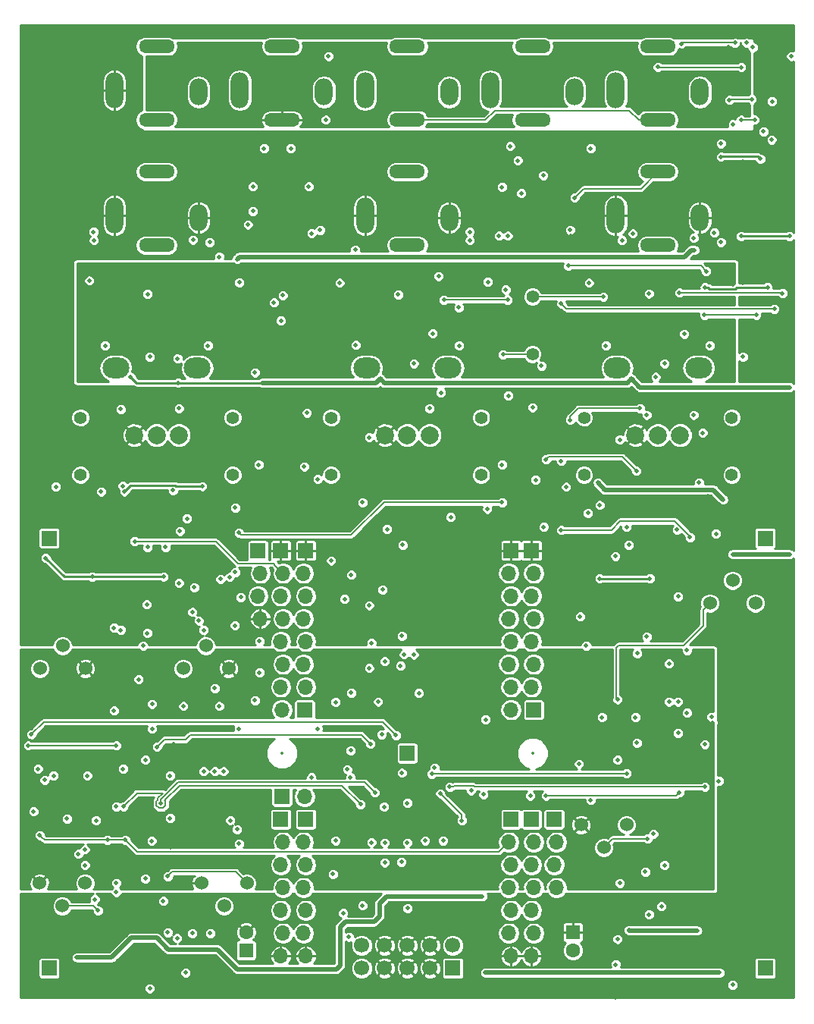
<source format=gbr>
G04 #@! TF.GenerationSoftware,KiCad,Pcbnew,(6.0.0-rc1-dev-1122-gbe0935b)*
G04 #@! TF.CreationDate,2018-11-02T12:34:24-07:00*
G04 #@! TF.ProjectId,50_matter2_comp,35305f6d-6174-4746-9572-325f636f6d70,rev?*
G04 #@! TF.SameCoordinates,Original*
G04 #@! TF.FileFunction,Copper,L2,Inr*
G04 #@! TF.FilePolarity,Positive*
%FSLAX46Y46*%
G04 Gerber Fmt 4.6, Leading zero omitted, Abs format (unit mm)*
G04 Created by KiCad (PCBNEW (6.0.0-rc1-dev-1122-gbe0935b)) date Fri Nov  2 12:34:24 2018*
%MOMM*%
%LPD*%
G01*
G04 APERTURE LIST*
G04 #@! TA.AperFunction,ViaPad*
%ADD10O,4.000000X1.500000*%
G04 #@! TD*
G04 #@! TA.AperFunction,ViaPad*
%ADD11O,2.000000X3.000000*%
G04 #@! TD*
G04 #@! TA.AperFunction,ViaPad*
%ADD12O,2.000000X4.000000*%
G04 #@! TD*
G04 #@! TA.AperFunction,ViaPad*
%ADD13C,1.400000*%
G04 #@! TD*
G04 #@! TA.AperFunction,ViaPad*
%ADD14R,1.700000X1.700000*%
G04 #@! TD*
G04 #@! TA.AperFunction,ViaPad*
%ADD15C,1.700000*%
G04 #@! TD*
G04 #@! TA.AperFunction,ViaPad*
%ADD16C,1.524000*%
G04 #@! TD*
G04 #@! TA.AperFunction,ViaPad*
%ADD17R,1.600000X1.600000*%
G04 #@! TD*
G04 #@! TA.AperFunction,ViaPad*
%ADD18C,1.600000*%
G04 #@! TD*
G04 #@! TA.AperFunction,ViaPad*
%ADD19C,2.000000*%
G04 #@! TD*
G04 #@! TA.AperFunction,ViaPad*
%ADD20O,3.000000X2.300000*%
G04 #@! TD*
G04 #@! TA.AperFunction,ViaPad*
%ADD21O,1.700000X1.700000*%
G04 #@! TD*
G04 #@! TA.AperFunction,ViaPad*
%ADD22C,0.508000*%
G04 #@! TD*
G04 #@! TA.AperFunction,Conductor*
%ADD23C,0.508000*%
G04 #@! TD*
G04 #@! TA.AperFunction,Conductor*
%ADD24C,0.254000*%
G04 #@! TD*
G04 #@! TA.AperFunction,Conductor*
%ADD25C,0.152400*%
G04 #@! TD*
G04 #@! TA.AperFunction,Conductor*
%ADD26C,0.203200*%
G04 #@! TD*
%ADD27C,0.254000*%
%ADD28O,2.200000X0.500000*%
%ADD29O,0.800000X1.400000*%
%ADD30O,0.800000X2.200000*%
%ADD31C,0.350000*%
%ADD32O,2.000000X1.300000*%
G04 APERTURE END LIST*
D10*
G04 #@! TO.N,Net-(J2-Pad2)*
G04 #@! TO.C,J2*
X150000000Y-70300000D03*
G04 #@! TO.N,/TRIG2*
X150000000Y-62100000D03*
D11*
G04 #@! TO.N,GND*
X154700000Y-67200000D03*
D12*
X145300000Y-67000000D03*
G04 #@! TD*
D10*
G04 #@! TO.N,Net-(J9-Pad2)*
G04 #@! TO.C,J9*
X164000000Y-56300000D03*
G04 #@! TO.N,/AUDIO_OUT*
X164000000Y-48100000D03*
D11*
G04 #@! TO.N,GND*
X168700000Y-53200000D03*
D12*
X159300000Y-53000000D03*
G04 #@! TD*
D10*
G04 #@! TO.N,Net-(J3-Pad2)*
G04 #@! TO.C,J3*
X178000000Y-70300000D03*
G04 #@! TO.N,/TRIG3*
X178000000Y-62100000D03*
D11*
G04 #@! TO.N,GND*
X182700000Y-67200000D03*
D12*
X173300000Y-67000000D03*
G04 #@! TD*
D10*
G04 #@! TO.N,Net-(J1-Pad2)*
G04 #@! TO.C,J1*
X122000000Y-70300000D03*
G04 #@! TO.N,/TRIG1*
X122000000Y-62100000D03*
D11*
G04 #@! TO.N,GND*
X126700000Y-67200000D03*
D12*
X117300000Y-67000000D03*
G04 #@! TD*
D13*
G04 #@! TO.N,/Vactrol Pots/M_3*
G04 #@! TO.C,R102*
X141500000Y-95950000D03*
G04 #@! TO.N,/TRIG2*
X141500000Y-89550000D03*
G04 #@! TD*
G04 #@! TO.N,/Vactrol Pots/L_3*
G04 #@! TO.C,R63*
X113500000Y-95950000D03*
G04 #@! TO.N,/TRIG1*
X113500000Y-89550000D03*
G04 #@! TD*
G04 #@! TO.N,/TRIG1*
G04 #@! TO.C,R54*
X130500000Y-89550000D03*
G04 #@! TO.N,/Vactrol Pots/L_1*
X130500000Y-95950000D03*
G04 #@! TD*
G04 #@! TO.N,/Output Vactrol/PCELL_IN1*
G04 #@! TO.C,R197*
X164000000Y-76050000D03*
G04 #@! TO.N,/MIX_OUT*
X164000000Y-82450000D03*
G04 #@! TD*
G04 #@! TO.N,/Vactrol Pots/R_3*
G04 #@! TO.C,R141*
X169750000Y-95950000D03*
G04 #@! TO.N,/TRIG3*
X169750000Y-89550000D03*
G04 #@! TD*
G04 #@! TO.N,/TRIG3*
G04 #@! TO.C,R132*
X186250000Y-89550000D03*
G04 #@! TO.N,/Vactrol Pots/R_1*
X186250000Y-95950000D03*
G04 #@! TD*
G04 #@! TO.N,/TRIG2*
G04 #@! TO.C,R93*
X158250000Y-89550000D03*
G04 #@! TO.N,/Vactrol Pots/M_1*
X158250000Y-95950000D03*
G04 #@! TD*
D14*
G04 #@! TO.N,Net-(D2-Pad1)*
G04 #@! TO.C,J8*
X155080000Y-151000000D03*
D15*
X155080000Y-148460000D03*
G04 #@! TO.N,GND*
X152540000Y-151000000D03*
X152540000Y-148460000D03*
X150000000Y-151000000D03*
X150000000Y-148460000D03*
X147460000Y-151000000D03*
X147460000Y-148460000D03*
G04 #@! TO.N,Net-(D1-Pad2)*
X144920000Y-151000000D03*
X144920000Y-148460000D03*
G04 #@! TD*
D16*
G04 #@! TO.N,/5*
G04 #@! TO.C,RT1*
X111460000Y-144040000D03*
G04 #@! TO.N,/Mix-Out/47k_IN4*
X114000000Y-141500000D03*
G04 #@! TO.N,+5VA*
X108920000Y-141500000D03*
G04 #@! TD*
G04 #@! TO.N,/6*
G04 #@! TO.C,RT2*
X111500000Y-115000000D03*
G04 #@! TO.N,/Mix-Out/47k_IN1*
X108960000Y-117540000D03*
G04 #@! TO.N,+5VA*
X114040000Y-117540000D03*
G04 #@! TD*
G04 #@! TO.N,Net-(R21-Pad2)*
G04 #@! TO.C,RT3*
X127500000Y-115000000D03*
G04 #@! TO.N,/Mix-Out/47k_IN2*
X124960000Y-117540000D03*
G04 #@! TO.N,+5VA*
X130040000Y-117540000D03*
G04 #@! TD*
G04 #@! TO.N,/Instruments/Conga/TRIG3*
G04 #@! TO.C,RT4*
X129540000Y-144040000D03*
G04 #@! TO.N,/Mix-Out/47k_IN3*
X132080000Y-141500000D03*
G04 #@! TO.N,+5VA*
X127000000Y-141500000D03*
G04 #@! TD*
G04 #@! TO.N,/15*
G04 #@! TO.C,RT5*
X171960000Y-137540000D03*
G04 #@! TO.N,/Mix-Out/47k_IN5*
X174500000Y-135000000D03*
G04 #@! TO.N,+5VA*
X169420000Y-135000000D03*
G04 #@! TD*
D17*
G04 #@! TO.N,+12V*
G04 #@! TO.C,C1*
X132000000Y-149000000D03*
D18*
G04 #@! TO.N,GND*
X132000000Y-147000000D03*
G04 #@! TD*
D17*
G04 #@! TO.N,GND*
G04 #@! TO.C,C2*
X168500000Y-147000000D03*
D18*
G04 #@! TO.N,-12V*
X168500000Y-149000000D03*
G04 #@! TD*
D12*
G04 #@! TO.N,GND*
G04 #@! TO.C,J7*
X131300000Y-53000000D03*
D11*
X140700000Y-53200000D03*
D10*
G04 #@! TO.N,/VAC_CV*
X136000000Y-48100000D03*
G04 #@! TO.N,+5V*
X136000000Y-56300000D03*
G04 #@! TD*
D12*
G04 #@! TO.N,GND*
G04 #@! TO.C,J4*
X117300000Y-53000000D03*
D11*
X126700000Y-53200000D03*
D10*
G04 #@! TO.N,/CV1_J*
X122000000Y-48100000D03*
G04 #@! TO.N,/CV3_DEF*
X122000000Y-56300000D03*
G04 #@! TD*
D12*
G04 #@! TO.N,GND*
G04 #@! TO.C,J5*
X145300000Y-53000000D03*
D11*
X154700000Y-53200000D03*
D10*
G04 #@! TO.N,/CV2_J*
X150000000Y-48100000D03*
G04 #@! TO.N,/CV3_DEF*
X150000000Y-56300000D03*
G04 #@! TD*
D12*
G04 #@! TO.N,GND*
G04 #@! TO.C,J6*
X173300000Y-53000000D03*
D11*
X182700000Y-53200000D03*
D10*
G04 #@! TO.N,/CV3_J*
X178000000Y-48100000D03*
G04 #@! TO.N,/CV3_DEF*
X178000000Y-56300000D03*
G04 #@! TD*
D19*
G04 #@! TO.N,GND*
G04 #@! TO.C,RV3*
X175500000Y-91500000D03*
G04 #@! TO.N,/Vactrol Pots/Vactrol Pot R/NON_R*
X178000000Y-91500000D03*
G04 #@! TO.N,Net-(RV3-Pad3)*
X180500000Y-91500000D03*
D20*
G04 #@! TO.N,N/C*
X173450000Y-84000000D03*
X182550000Y-84000000D03*
G04 #@! TD*
D19*
G04 #@! TO.N,GND*
G04 #@! TO.C,RV2*
X147500000Y-91500000D03*
G04 #@! TO.N,/Vactrol Pots/Vactrol Pot M/NON_M*
X150000000Y-91500000D03*
G04 #@! TO.N,Net-(RV2-Pad3)*
X152500000Y-91500000D03*
D20*
G04 #@! TO.N,N/C*
X145450000Y-84000000D03*
X154550000Y-84000000D03*
G04 #@! TD*
D19*
G04 #@! TO.N,GND*
G04 #@! TO.C,RV1*
X119500000Y-91500000D03*
G04 #@! TO.N,/Vactrol Pots/Vactrol Pot L/NON_L*
X122000000Y-91500000D03*
G04 #@! TO.N,Net-(RV1-Pad3)*
X124500000Y-91500000D03*
D20*
G04 #@! TO.N,N/C*
X117450000Y-84000000D03*
X126550000Y-84000000D03*
G04 #@! TD*
D14*
G04 #@! TO.N,GND*
G04 #@! TO.C,J16*
X138670000Y-104380000D03*
D21*
G04 #@! TO.N,/1*
X138410000Y-106920000D03*
G04 #@! TO.N,/2*
X138670000Y-109460000D03*
G04 #@! TO.N,/3*
X138410000Y-112000000D03*
G04 #@! TO.N,/4*
X138670000Y-114540000D03*
G04 #@! TO.N,/5*
X138410000Y-117080000D03*
G04 #@! TO.N,/Vactrol Pots/L_1*
X138670000Y-119620000D03*
G04 #@! TD*
D14*
G04 #@! TO.N,/Vactrol Pots/L_3*
G04 #@! TO.C,J17*
X138670000Y-134380000D03*
D21*
G04 #@! TO.N,/Vactrol Pots/M_3*
X138410000Y-136920000D03*
G04 #@! TO.N,/6*
X138670000Y-139460000D03*
G04 #@! TO.N,/7*
X138410000Y-142000000D03*
G04 #@! TO.N,/8*
X138670000Y-144540000D03*
G04 #@! TO.N,/9*
X138410000Y-147080000D03*
G04 #@! TO.N,GND*
X138670000Y-149620000D03*
G04 #@! TD*
D14*
G04 #@! TO.N,GND*
G04 #@! TO.C,J18*
X161590000Y-104380000D03*
D21*
G04 #@! TO.N,/10*
X161330000Y-106920000D03*
G04 #@! TO.N,/11*
X161590000Y-109460000D03*
G04 #@! TO.N,/12*
X161330000Y-112000000D03*
G04 #@! TO.N,/13*
X161590000Y-114540000D03*
G04 #@! TO.N,/Vactrol Pots/M_1*
X161330000Y-117080000D03*
G04 #@! TO.N,/Vactrol Pots/R_1*
X161590000Y-119620000D03*
G04 #@! TD*
D14*
G04 #@! TO.N,/Vactrol Pots/R_3*
G04 #@! TO.C,J19*
X161590000Y-134380000D03*
D21*
G04 #@! TO.N,/14*
X161330000Y-136920000D03*
G04 #@! TO.N,/15*
X161590000Y-139460000D03*
G04 #@! TO.N,/16*
X161330000Y-142000000D03*
G04 #@! TO.N,/17*
X161590000Y-144540000D03*
G04 #@! TO.N,/18*
X161330000Y-147080000D03*
G04 #@! TO.N,GND*
X161590000Y-149620000D03*
G04 #@! TD*
D14*
G04 #@! TO.N,GND*
G04 #@! TO.C,J10*
X135870000Y-104380000D03*
D21*
G04 #@! TO.N,/1*
X136130000Y-106920000D03*
G04 #@! TO.N,/2*
X135870000Y-109460000D03*
G04 #@! TO.N,/3*
X136130000Y-112000000D03*
G04 #@! TO.N,/4*
X135870000Y-114540000D03*
G04 #@! TO.N,/5*
X136130000Y-117080000D03*
G04 #@! TO.N,/Vactrol Pots/L_1*
X135870000Y-119620000D03*
G04 #@! TD*
D14*
G04 #@! TO.N,/Vactrol Pots/L_3*
G04 #@! TO.C,J11*
X135870000Y-134380000D03*
D21*
G04 #@! TO.N,/Vactrol Pots/M_3*
X136130000Y-136920000D03*
G04 #@! TO.N,/6*
X135870000Y-139460000D03*
G04 #@! TO.N,/7*
X136130000Y-142000000D03*
G04 #@! TO.N,/8*
X135870000Y-144540000D03*
G04 #@! TO.N,/9*
X136130000Y-147080000D03*
G04 #@! TO.N,GND*
X135870000Y-149620000D03*
G04 #@! TD*
D14*
G04 #@! TO.N,GND*
G04 #@! TO.C,J12*
X163870000Y-104380000D03*
D21*
G04 #@! TO.N,/10*
X164130000Y-106920000D03*
G04 #@! TO.N,/11*
X163870000Y-109460000D03*
G04 #@! TO.N,/12*
X164130000Y-112000000D03*
G04 #@! TO.N,/13*
X163870000Y-114540000D03*
G04 #@! TO.N,/Vactrol Pots/M_1*
X164130000Y-117080000D03*
G04 #@! TO.N,/Vactrol Pots/R_1*
X163870000Y-119620000D03*
G04 #@! TD*
D14*
G04 #@! TO.N,/Vactrol Pots/R_3*
G04 #@! TO.C,J13*
X163870000Y-134380000D03*
D21*
G04 #@! TO.N,/14*
X164130000Y-136920000D03*
G04 #@! TO.N,/15*
X163870000Y-139460000D03*
G04 #@! TO.N,/16*
X164130000Y-142000000D03*
G04 #@! TO.N,/17*
X163870000Y-144540000D03*
G04 #@! TO.N,/18*
X164130000Y-147080000D03*
G04 #@! TO.N,GND*
X163870000Y-149620000D03*
G04 #@! TD*
D14*
G04 #@! TO.N,/CV1_C*
G04 #@! TO.C,J14*
X133333000Y-104380000D03*
D21*
G04 #@! TO.N,/CV2_C*
X133587000Y-106920000D03*
G04 #@! TO.N,/CV3_C*
X133333000Y-109460000D03*
G04 #@! TO.N,GND*
X133587000Y-112000000D03*
G04 #@! TD*
D14*
G04 #@! TO.N,/AUDIO_CARD*
G04 #@! TO.C,J15*
X166413000Y-134380000D03*
D21*
G04 #@! TO.N,/AUDIO_OUT*
X166667000Y-136920000D03*
G04 #@! TO.N,/Patch Points/12V_OUT*
X166413000Y-139460000D03*
G04 #@! TO.N,/Patch Points/-12V_OUT*
X166667000Y-142000000D03*
G04 #@! TD*
D14*
G04 #@! TO.N,Net-(M1-Pad1)*
G04 #@! TO.C,M1*
X110000000Y-151000000D03*
G04 #@! TD*
G04 #@! TO.N,Net-(M2-Pad1)*
G04 #@! TO.C,M2*
X110000000Y-103000000D03*
G04 #@! TD*
G04 #@! TO.N,Net-(M3-Pad1)*
G04 #@! TO.C,M3*
X190000000Y-103000000D03*
G04 #@! TD*
G04 #@! TO.N,Net-(M4-Pad1)*
G04 #@! TO.C,M4*
X190000000Y-151000000D03*
G04 #@! TD*
G04 #@! TO.N,Net-(M5-Pad1)*
G04 #@! TO.C,M5*
X150000000Y-127000000D03*
G04 #@! TD*
D16*
G04 #@! TO.N,Net-(R39-Pad2)*
G04 #@! TO.C,RT6*
X186350000Y-107700000D03*
G04 #@! TO.N,Net-(C30-Pad2)*
X183810000Y-110240000D03*
G04 #@! TO.N,Net-(RT6-Pad3)*
X188890000Y-110240000D03*
G04 #@! TD*
D14*
G04 #@! TO.N,/TRIG1*
G04 #@! TO.C,J20*
X138540000Y-122160000D03*
D21*
X136000000Y-122160000D03*
G04 #@! TD*
G04 #@! TO.N,/TRIG2*
G04 #@! TO.C,J21*
X138540000Y-131840000D03*
D14*
X136000000Y-131840000D03*
G04 #@! TD*
G04 #@! TO.N,/TRIG3*
G04 #@! TO.C,J22*
X164130000Y-122160000D03*
D21*
X161590000Y-122160000D03*
G04 #@! TD*
D22*
G04 #@! TO.N,+12V*
X182600000Y-96800000D03*
X182400000Y-146800000D03*
X124350000Y-82950000D03*
X182100000Y-70850000D03*
X181000000Y-71600002D03*
X180950000Y-80200000D03*
X152850000Y-80150000D03*
X152650000Y-71600000D03*
X185050000Y-58950000D03*
X168900000Y-71600000D03*
X141100000Y-71600000D03*
X131000000Y-71850000D03*
X135100000Y-76700000D03*
X126708001Y-112191999D03*
X124300000Y-147650000D03*
X174750000Y-146750000D03*
X190250000Y-75000000D03*
X183250000Y-75000000D03*
X118400000Y-97800000D03*
X127108001Y-97200000D03*
X132200000Y-68000000D03*
X168200000Y-68600000D03*
X164000000Y-88400000D03*
X162000000Y-71600000D03*
X138800000Y-89000000D03*
X140282610Y-68600000D03*
X185050000Y-69950000D03*
X189450000Y-60650000D03*
X185050000Y-60450000D03*
X180140782Y-102059218D03*
G04 #@! TO.N,GND*
X147150000Y-124900000D03*
X181250000Y-122500000D03*
X181250000Y-115500000D03*
X154250000Y-92000000D03*
X157400000Y-144800000D03*
X183991429Y-122948574D03*
X183600000Y-98300000D03*
X183500000Y-95500000D03*
X173000000Y-89500000D03*
X172300000Y-86500000D03*
X183799998Y-81500000D03*
X172200000Y-81500000D03*
X177000000Y-75700000D03*
X170300000Y-74500000D03*
X165200000Y-68600000D03*
X167100000Y-68600000D03*
X164900000Y-59400000D03*
X125200000Y-46900000D03*
X140900000Y-56300000D03*
X159000000Y-74400000D03*
X149000000Y-75800000D03*
X155800000Y-81500000D03*
X145250000Y-92750000D03*
X144250000Y-88500000D03*
X144250000Y-86650000D03*
X144250000Y-81450000D03*
X142450000Y-74500000D03*
X136150000Y-69100000D03*
X136100000Y-75900000D03*
X131250000Y-74450000D03*
X116250000Y-86500000D03*
X116200000Y-88500000D03*
X121000000Y-75750000D03*
X114500000Y-74250000D03*
X116250000Y-81500000D03*
X127750000Y-81500000D03*
X125500000Y-96500000D03*
X147500000Y-105000000D03*
X155000000Y-104750000D03*
X173500000Y-96250000D03*
X176250000Y-102000000D03*
X181500000Y-113000000D03*
X172500000Y-114750000D03*
X171750000Y-123000000D03*
X185500000Y-119250000D03*
X186500000Y-130250000D03*
X180250000Y-143500000D03*
X173250000Y-154250000D03*
X142000000Y-136750000D03*
X125000000Y-121750000D03*
X129000000Y-121750000D03*
X143750000Y-120250000D03*
X145750000Y-117500000D03*
X151300000Y-120300000D03*
X143700000Y-126700000D03*
X147500000Y-139200000D03*
X141700000Y-140500000D03*
X125500000Y-153500000D03*
X125000000Y-150000000D03*
X114000000Y-152500000D03*
X120600000Y-143000000D03*
X123500000Y-129500000D03*
X110500000Y-129500000D03*
X118700000Y-111000000D03*
X108500000Y-111500000D03*
X191300000Y-51800000D03*
X183000000Y-58600000D03*
X159000000Y-111950000D03*
X153050000Y-128650000D03*
X147424532Y-132978946D03*
X139300000Y-129691990D03*
X143650000Y-129691990D03*
X187500000Y-74466590D03*
X187200000Y-79400000D03*
X183600000Y-70000000D03*
X118200000Y-101400000D03*
X125400000Y-100000000D03*
X169304009Y-99250000D03*
X168117390Y-100200000D03*
X130000000Y-69200000D03*
X168254604Y-69258151D03*
X160882610Y-88800000D03*
X161400000Y-96400000D03*
X163207610Y-86600000D03*
X134800000Y-86743598D03*
X135600000Y-96600000D03*
X132800000Y-88400000D03*
X135900000Y-78727372D03*
X140282610Y-69600000D03*
X190600000Y-70200000D03*
X117693872Y-96588642D03*
X187500000Y-60929411D03*
X189200000Y-86950000D03*
G04 #@! TO.N,-12V*
X186350000Y-104800000D03*
X192700000Y-104800000D03*
X185300000Y-98700000D03*
X171290390Y-96800000D03*
X192700000Y-69300000D03*
X187300000Y-69300000D03*
X147000000Y-85200000D03*
X175050000Y-85200000D03*
X192700000Y-86150000D03*
X192900000Y-49200000D03*
X186350000Y-152850000D03*
X187500000Y-82750000D03*
X187500000Y-86150000D03*
X125400000Y-100800000D03*
X124400000Y-85658010D03*
X160600000Y-94800000D03*
X160400000Y-85658010D03*
X133400000Y-94800000D03*
X133800000Y-85658010D03*
X119114171Y-85010901D03*
G04 #@! TO.N,+5V*
X142600000Y-56000000D03*
X114800000Y-107300000D03*
X122800000Y-107300000D03*
X109600000Y-105200000D03*
X142000000Y-121300000D03*
X177100000Y-107500000D03*
X171500000Y-107500000D03*
X170200000Y-100200000D03*
X124400000Y-49900000D03*
X141900000Y-84800000D03*
X160500000Y-56700000D03*
X160600000Y-63800000D03*
X117000000Y-78300000D03*
X118900000Y-82700000D03*
X113300000Y-74200000D03*
X114400000Y-85000000D03*
X131100000Y-84800000D03*
X129500000Y-74400000D03*
X139200000Y-72600000D03*
X136200000Y-72800000D03*
X138500000Y-72500000D03*
X137700000Y-72800000D03*
X140800000Y-74500000D03*
X145100000Y-78300000D03*
X147100000Y-82700000D03*
X157600000Y-74400000D03*
X158000000Y-84800000D03*
X170100000Y-84700000D03*
X175300000Y-82800000D03*
X173000000Y-78400000D03*
X168700000Y-74500000D03*
X166900000Y-74500000D03*
X186400000Y-84700000D03*
X129800000Y-56900000D03*
X146000000Y-114700000D03*
X145100000Y-145800000D03*
X144100000Y-145800000D03*
X143100000Y-145800000D03*
X142500000Y-150300000D03*
X142500000Y-149300000D03*
X142500000Y-148300000D03*
X142500000Y-147300000D03*
X142500000Y-146400000D03*
X184800000Y-130100000D03*
X184900000Y-151500000D03*
X178600000Y-151500000D03*
X178400000Y-144100000D03*
X158700000Y-151500000D03*
X158400000Y-143000000D03*
X113100000Y-149800000D03*
X122000000Y-147600000D03*
X146900000Y-143800000D03*
X187300000Y-48200000D03*
X185900000Y-48200000D03*
X186390603Y-74658010D03*
X162750000Y-64500000D03*
X161250000Y-69250000D03*
X161400000Y-72600000D03*
G04 #@! TO.N,Net-(D8-Pad2)*
X133000000Y-84500000D03*
G04 #@! TO.N,Net-(D11-Pad2)*
X110750000Y-97250000D03*
X118226234Y-97162858D03*
G04 #@! TO.N,Net-(D16-Pad1)*
X120750000Y-141000000D03*
G04 #@! TO.N,Net-(D16-Pad2)*
X122750000Y-143500000D03*
G04 #@! TO.N,Net-(D19-Pad1)*
X120950000Y-113600000D03*
G04 #@! TO.N,Net-(D19-Pad2)*
X120900000Y-110400000D03*
G04 #@! TO.N,Net-(D20-Pad2)*
X161300000Y-87100000D03*
X161200000Y-76400000D03*
X154100000Y-76400000D03*
G04 #@! TO.N,Net-(D23-Pad2)*
X138500000Y-95000000D03*
X145750000Y-91750000D03*
G04 #@! TO.N,Net-(C11-Pad1)*
X113250000Y-138250000D03*
X112000000Y-134306402D03*
G04 #@! TO.N,Net-(C10-Pad1)*
X114000000Y-139500000D03*
X114000000Y-137750000D03*
G04 #@! TO.N,+5VA*
X123600305Y-137515991D03*
X174500000Y-127693572D03*
X125300000Y-133693598D03*
X110100000Y-137800000D03*
X123900000Y-126000000D03*
X115100000Y-133300000D03*
X112000000Y-137800000D03*
X120800000Y-140300000D03*
X112925431Y-124761853D03*
X117500000Y-119500000D03*
X184100000Y-123600000D03*
X176000000Y-122400000D03*
X177000000Y-133300000D03*
X179000000Y-133300000D03*
X155250000Y-130050000D03*
X144955294Y-129691990D03*
X167600000Y-140800000D03*
X130150000Y-107350000D03*
X118093833Y-115984509D03*
G04 #@! TO.N,/Mix-Out/47k_IN4*
X118300000Y-132950000D03*
X150000000Y-137000000D03*
X117500000Y-141500000D03*
X117500000Y-132950000D03*
X144780002Y-132715000D03*
X115100000Y-143300000D03*
G04 #@! TO.N,/Mix-Out/47k_IN1*
X107650000Y-126150000D03*
X117500000Y-126150000D03*
G04 #@! TO.N,Net-(C19-Pad1)*
X121500000Y-124250000D03*
X121500000Y-121500000D03*
G04 #@! TO.N,/Mix-Out/47k_IN2*
X145900420Y-125952732D03*
X122050000Y-126300000D03*
X146000000Y-136950000D03*
X126200000Y-108500000D03*
G04 #@! TO.N,/Mix-Out/47k_IN3*
X123250000Y-140750000D03*
X123500000Y-134250000D03*
X147500000Y-137000000D03*
X122500000Y-132608010D03*
X146400000Y-131400022D03*
G04 #@! TO.N,/Mix-Out/47k_IN5*
X174500000Y-129250000D03*
X152000000Y-136750000D03*
X152750000Y-129300000D03*
X176600000Y-140250000D03*
G04 #@! TO.N,Net-(C30-Pad2)*
X173500000Y-121000000D03*
G04 #@! TO.N,/Mix-Out/22k_IN1*
X154750000Y-130750000D03*
X183250000Y-130750000D03*
X183250000Y-126000000D03*
X154000000Y-136750000D03*
G04 #@! TO.N,Net-(C45-Pad1)*
X150000000Y-132550000D03*
X108000000Y-124900000D03*
X148750000Y-125000000D03*
G04 #@! TO.N,/Mix-Out/+12V_MIX*
X140000000Y-124290390D03*
X131200000Y-137100000D03*
X154850000Y-100650000D03*
X126000000Y-147100000D03*
X143300000Y-128800000D03*
X128000000Y-147100000D03*
X149400000Y-129200000D03*
X158750000Y-123250000D03*
G04 #@! TO.N,Net-(C48-Pad2)*
X153700000Y-131500000D03*
X156100000Y-134500000D03*
G04 #@! TO.N,Net-(C49-Pad1)*
X157150000Y-131150000D03*
X158521528Y-131600965D03*
G04 #@! TO.N,Net-(C50-Pad1)*
X146750000Y-121250000D03*
X147500000Y-116750000D03*
G04 #@! TO.N,Net-(D4-Pad1)*
X133000000Y-121100000D03*
X131200000Y-124250000D03*
G04 #@! TO.N,Net-(D28-Pad2)*
X150050000Y-144300000D03*
G04 #@! TO.N,Net-(D28-Pad1)*
X149350000Y-139150000D03*
G04 #@! TO.N,Net-(D31-Pad2)*
X149400000Y-113900000D03*
G04 #@! TO.N,Net-(D31-Pad1)*
X149629758Y-115980471D03*
G04 #@! TO.N,Net-(D32-Pad2)*
X180400000Y-75600000D03*
X191911211Y-75654956D03*
G04 #@! TO.N,Net-(D35-Pad2)*
X175600000Y-95500000D03*
X165500000Y-94200000D03*
G04 #@! TO.N,Net-(D40-Pad2)*
X177000000Y-145000000D03*
G04 #@! TO.N,Net-(D40-Pad1)*
X178750000Y-139500000D03*
G04 #@! TO.N,Net-(D43-Pad2)*
X176750000Y-114000000D03*
G04 #@! TO.N,Net-(D43-Pad1)*
X180250000Y-109500000D03*
G04 #@! TO.N,Net-(D44-Pad2)*
X161500000Y-59250000D03*
G04 #@! TO.N,Net-(D47-Pad1)*
X132750000Y-63750000D03*
X132750000Y-66500000D03*
G04 #@! TO.N,Net-(D48-Pad1)*
X115000000Y-69750000D03*
X126067704Y-69682610D03*
G04 #@! TO.N,Net-(D50-Pad1)*
X139000000Y-63750000D03*
G04 #@! TO.N,Net-(D51-Pad1)*
X157000000Y-69750000D03*
X139317390Y-68976978D03*
G04 #@! TO.N,Net-(D53-Pad1)*
X170500000Y-59500000D03*
G04 #@! TO.N,Net-(D54-Pad1)*
X174000000Y-69750000D03*
X182000000Y-69500000D03*
G04 #@! TO.N,/1*
X119550000Y-103350000D03*
X121450000Y-136800000D03*
G04 #@! TO.N,/2*
X109500000Y-130000000D03*
X117250002Y-113000000D03*
G04 #@! TO.N,/3*
X133500000Y-114500000D03*
X129500000Y-129031990D03*
G04 #@! TO.N,/5*
X108250000Y-133500000D03*
X118000000Y-113250000D03*
X130750000Y-112750000D03*
X133500000Y-118000000D03*
X115250000Y-134500000D03*
X115450000Y-144550000D03*
G04 #@! TO.N,/Vactrol Pots/L_3*
X121000000Y-104000000D03*
X124500000Y-108000000D03*
X128500000Y-119750000D03*
G04 #@! TO.N,/Vactrol Pots/M_3*
X145750000Y-110500000D03*
X141500000Y-105500000D03*
G04 #@! TO.N,/6*
X127250000Y-113250000D03*
X127250000Y-129031990D03*
G04 #@! TO.N,/7*
X131000000Y-135500000D03*
X128500000Y-129031990D03*
G04 #@! TO.N,/8*
X118250000Y-128750000D03*
X123250000Y-147000000D03*
G04 #@! TO.N,/10*
X170000000Y-115000000D03*
X169304009Y-111750000D03*
G04 #@! TO.N,/12*
X179250000Y-117000000D03*
X179250000Y-121250000D03*
G04 #@! TO.N,/13*
X120750000Y-127750000D03*
X126000000Y-111250000D03*
X117250000Y-122250000D03*
G04 #@! TO.N,/Vactrol Pots/R_1*
X184500000Y-102500000D03*
X174750000Y-103750000D03*
X173250000Y-105000000D03*
X165250000Y-101750000D03*
G04 #@! TO.N,/Vactrol Pots/R_3*
X163750000Y-131750000D03*
X169191257Y-128191257D03*
G04 #@! TO.N,/14*
X116500000Y-136693598D03*
X118500000Y-136693598D03*
X108950000Y-136150000D03*
G04 #@! TO.N,/15*
X170500000Y-132250000D03*
X176850000Y-136550000D03*
G04 #@! TO.N,/16*
X165500000Y-131750000D03*
X180400000Y-131400000D03*
G04 #@! TO.N,/17*
X121250000Y-153250000D03*
X108750000Y-128750000D03*
G04 #@! TO.N,/18*
X180250000Y-121250000D03*
X180250000Y-124750000D03*
G04 #@! TO.N,Net-(R21-Pad2)*
X120000000Y-118750000D03*
X120500000Y-115000000D03*
X129150000Y-107550000D03*
G04 #@! TO.N,/Instruments/Conga/TRIG3*
X130250000Y-134500000D03*
G04 #@! TO.N,Net-(R39-Pad2)*
X175700000Y-115847600D03*
G04 #@! TO.N,Net-(R81-Pad2)*
X121250000Y-82750000D03*
G04 #@! TO.N,Net-(R120-Pad2)*
X150750000Y-83500000D03*
G04 #@! TO.N,Net-(R159-Pad2)*
X183000000Y-91250000D03*
X178750000Y-83500000D03*
G04 #@! TO.N,Net-(R177-Pad1)*
X150750000Y-116000000D03*
X149250000Y-117250000D03*
G04 #@! TO.N,Net-(RV1-Pad3)*
X124500000Y-88500000D03*
G04 #@! TO.N,Net-(RV2-Pad3)*
X152500000Y-88500000D03*
G04 #@! TO.N,/Vactrol Pots/Vactrol Pot L/INV_L*
X117500000Y-142500000D03*
X123832962Y-97650448D03*
G04 #@! TO.N,/Vactrol Pots/Vactrol Pot L/NON_L*
X123000000Y-104000000D03*
G04 #@! TO.N,/Vactrol Pots/Vactrol Pot M/INV_M*
X153750000Y-86750000D03*
X147750000Y-102000000D03*
X149500000Y-103750000D03*
X143500000Y-147500000D03*
G04 #@! TO.N,/Vactrol Pots/Vactrol Pot M/NON_M*
X145000000Y-99000000D03*
G04 #@! TO.N,/Vactrol Pots/Vactrol Pot R/INV_R*
X177750000Y-85000000D03*
X177500000Y-136000000D03*
G04 #@! TO.N,/Vactrol Pots/Vactrol Pot R/NON_R*
X173750000Y-92000000D03*
X174500000Y-101750000D03*
G04 #@! TO.N,/Instruments/+12V_INST*
X175500000Y-123000000D03*
X114250000Y-129500000D03*
X125250000Y-151500000D03*
G04 #@! TO.N,/Mix-Out/-12V_MIX*
X147250000Y-108750000D03*
X173300000Y-150600000D03*
G04 #@! TO.N,/CV3_DEF*
X180600000Y-47800000D03*
X186600000Y-47700000D03*
G04 #@! TO.N,/AUDIO_OUT*
X167200000Y-102100000D03*
X181600000Y-102900000D03*
G04 #@! TO.N,/AUDIO_CARD*
X167750789Y-97281295D03*
X168000000Y-72600000D03*
X183400000Y-73200000D03*
G04 #@! TO.N,/DPDT Analog Switch/IN*
X189800000Y-57600000D03*
X187900000Y-47700000D03*
G04 #@! TO.N,/DPDT Analog Switch/~IN*
X186400000Y-56800000D03*
X186000000Y-54100000D03*
X188500000Y-54000000D03*
X188600000Y-48200000D03*
G04 #@! TO.N,/Patch Points/-12V_OUT*
X173500000Y-147750000D03*
G04 #@! TO.N,/Patch Points/12V_OUT*
X173750000Y-141500000D03*
G04 #@! TO.N,Net-(D58-Pad2)*
X134000000Y-59500000D03*
G04 #@! TO.N,Net-(D58-Pad1)*
X137000000Y-59500000D03*
G04 #@! TO.N,Net-(D59-Pad1)*
X165000000Y-83750000D03*
X161000000Y-75250000D03*
X160250000Y-69250000D03*
X164349299Y-96482610D03*
G04 #@! TO.N,Net-(D60-Pad2)*
X162350000Y-60850000D03*
G04 #@! TO.N,Net-(D60-Pad1)*
X165200000Y-62500000D03*
G04 #@! TO.N,/TRIG1*
X127928610Y-69971390D03*
G04 #@! TO.N,/TRIG2*
X153500000Y-73750000D03*
X155750000Y-77250000D03*
G04 #@! TO.N,/TRIG3*
X168700000Y-65000000D03*
X176750000Y-89250000D03*
X182000000Y-89250000D03*
G04 #@! TO.N,/MIX_OUT*
X160700000Y-82500000D03*
X158950000Y-99750000D03*
G04 #@! TO.N,/Output Vactrol/PCELL_IN1*
X171500000Y-99308002D03*
X171900000Y-76050000D03*
G04 #@! TO.N,/CV1_J*
X124600000Y-102200000D03*
G04 #@! TO.N,/CV2_J*
X140000000Y-96400000D03*
X141200000Y-49200000D03*
G04 #@! TO.N,/CV3_J*
X188800000Y-56300000D03*
X178000000Y-50400000D03*
X187300000Y-50431402D03*
X187300000Y-56300000D03*
G04 #@! TO.N,/CV2_C*
X130800000Y-106800000D03*
X130800000Y-99600000D03*
G04 #@! TO.N,/CV3_C*
X131400000Y-109600000D03*
X131200000Y-102400000D03*
X160600000Y-99000000D03*
G04 #@! TO.N,/Vactrol Pots/CV1*
X115800000Y-97800000D03*
X118000000Y-88600000D03*
G04 #@! TO.N,/Vactrol Pots/CV3*
X168200000Y-89800000D03*
X176000000Y-88500000D03*
G04 #@! TO.N,Net-(C61-Pad2)*
X183200000Y-78082610D03*
X189000000Y-78082610D03*
G04 #@! TO.N,/CV3_J_S*
X190750000Y-54250000D03*
X190709655Y-58525921D03*
X167200000Y-94400000D03*
X167200000Y-76800000D03*
X191000000Y-77400000D03*
G04 #@! TO.N,Net-(Q15-Pad3)*
X114950000Y-68800000D03*
X129000000Y-71600000D03*
G04 #@! TO.N,Net-(Q16-Pad3)*
X157000000Y-68800000D03*
X144200000Y-70800000D03*
G04 #@! TO.N,Net-(Q17-Pad3)*
X184300000Y-68900000D03*
X175200000Y-69000000D03*
G04 #@! TO.N,Net-(C27-Pad1)*
X173500000Y-127750000D03*
X175650000Y-125850000D03*
G04 #@! TO.N,Net-(Q8-Pad1)*
X145000000Y-144000000D03*
X142850000Y-144850000D03*
G04 #@! TO.N,Net-(Q9-Pad1)*
X143750000Y-107100000D03*
X143000000Y-109800000D03*
G04 #@! TD*
D23*
G04 #@! TO.N,+12V*
X182400000Y-146800000D02*
X174800000Y-146800000D01*
X174800000Y-146800000D02*
X174750000Y-146750000D01*
X141100000Y-71600000D02*
X131250000Y-71600000D01*
X131250000Y-71600000D02*
X131000000Y-71850000D01*
X182100000Y-70850000D02*
X181750002Y-70850000D01*
X181750002Y-70850000D02*
X181253999Y-71346003D01*
X181253999Y-71346003D02*
X181000000Y-71600002D01*
X168900000Y-71600000D02*
X180999998Y-71600000D01*
X180999998Y-71600000D02*
X181000000Y-71600002D01*
X152650000Y-71600000D02*
X141100000Y-71600000D01*
D24*
X183800621Y-75191411D02*
X183609210Y-75000000D01*
X190250000Y-75000000D02*
X186838047Y-75000000D01*
X186646636Y-75191411D02*
X183800621Y-75191411D01*
X186838047Y-75000000D02*
X186646636Y-75191411D01*
X183609210Y-75000000D02*
X183250000Y-75000000D01*
X124171948Y-97200000D02*
X126748791Y-97200000D01*
X118400000Y-97800000D02*
X119082953Y-97117047D01*
X119082953Y-97117047D02*
X124088995Y-97117047D01*
X126748791Y-97200000D02*
X127108001Y-97200000D01*
X124088995Y-97117047D02*
X124171948Y-97200000D01*
D23*
X168900000Y-71600000D02*
X162000000Y-71600000D01*
X162000000Y-71600000D02*
X152650000Y-71600000D01*
D24*
X185103999Y-60396001D02*
X185050000Y-60450000D01*
X189196001Y-60396001D02*
X185103999Y-60396001D01*
X189450000Y-60650000D02*
X189196001Y-60396001D01*
D23*
G04 #@! TO.N,-12V*
X192700000Y-104800000D02*
X186350000Y-104800000D01*
X184200000Y-97600000D02*
X185046001Y-98446001D01*
X172090390Y-97600000D02*
X184200000Y-97600000D01*
X185046001Y-98446001D02*
X185300000Y-98700000D01*
X171290390Y-96800000D02*
X172090390Y-97600000D01*
D24*
X187300000Y-69300000D02*
X192700000Y-69300000D01*
D23*
X147000000Y-85200000D02*
X146541990Y-85658010D01*
X175050000Y-85200000D02*
X174591990Y-85658010D01*
X147458010Y-85658010D02*
X147000000Y-85200000D01*
X176000000Y-86150000D02*
X175050000Y-85200000D01*
X183250000Y-86150000D02*
X176000000Y-86150000D01*
X192700000Y-86150000D02*
X187500000Y-86150000D01*
X187500000Y-86150000D02*
X183250000Y-86150000D01*
X160400000Y-85658010D02*
X147458010Y-85658010D01*
X174591990Y-85658010D02*
X160400000Y-85658010D01*
X146541990Y-85658010D02*
X133800000Y-85658010D01*
D24*
X133800000Y-85658010D02*
X124400000Y-85658010D01*
X119761280Y-85658010D02*
X119114171Y-85010901D01*
X124400000Y-85658010D02*
X119761280Y-85658010D01*
D23*
G04 #@! TO.N,+5V*
X147700000Y-143000000D02*
X158040790Y-143000000D01*
X158040790Y-143000000D02*
X158400000Y-143000000D01*
X146900000Y-143800000D02*
X147700000Y-143000000D01*
X178600000Y-151500000D02*
X158700000Y-151500000D01*
X184900000Y-151500000D02*
X178600000Y-151500000D01*
D24*
X111700000Y-107300000D02*
X114800000Y-107300000D01*
X114800000Y-107300000D02*
X122800000Y-107300000D01*
X109600000Y-105200000D02*
X111700000Y-107300000D01*
X171500000Y-107500000D02*
X177100000Y-107500000D01*
D23*
X145100000Y-145800000D02*
X146300000Y-145800000D01*
X144100000Y-145800000D02*
X145100000Y-145800000D01*
X143100000Y-145800000D02*
X144100000Y-145800000D01*
X142500000Y-150700000D02*
X142500000Y-150300000D01*
X142500000Y-149300000D02*
X142500000Y-150300000D01*
X142500000Y-148300000D02*
X142500000Y-149300000D01*
X142500000Y-147300000D02*
X142500000Y-148300000D01*
X142500000Y-147300000D02*
X142500000Y-146400000D01*
X122000000Y-147600000D02*
X123300000Y-148900000D01*
X128800000Y-148900000D02*
X131000000Y-151100000D01*
X142500000Y-146400000D02*
X143100000Y-145800000D01*
X123300000Y-148900000D02*
X128800000Y-148900000D01*
X131000000Y-151100000D02*
X142100000Y-151100000D01*
X142100000Y-151100000D02*
X142500000Y-150700000D01*
X146300000Y-145800000D02*
X146900000Y-145200000D01*
X146900000Y-145200000D02*
X146900000Y-143800000D01*
X119200000Y-147600000D02*
X117000000Y-149800000D01*
X117000000Y-149800000D02*
X113100000Y-149800000D01*
X122000000Y-147600000D02*
X119200000Y-147600000D01*
D25*
G04 #@! TO.N,Net-(D20-Pad2)*
X154100000Y-76400000D02*
X161200000Y-76400000D01*
D24*
G04 #@! TO.N,+5VA*
X127000000Y-141500000D02*
X125200000Y-141500000D01*
D26*
G04 #@! TO.N,/Mix-Out/47k_IN4*
X124544898Y-130600000D02*
X142665002Y-130600000D01*
X123008001Y-132364169D02*
X122894365Y-132250533D01*
X122256159Y-133116011D02*
X122743841Y-133116011D01*
X121991999Y-132851851D02*
X122256159Y-133116011D01*
X121991999Y-132364169D02*
X121991999Y-132851851D01*
X118300000Y-132950000D02*
X119800000Y-131450000D01*
X122894365Y-132250533D02*
X124544898Y-130600000D01*
X122743841Y-133116011D02*
X123008001Y-132851851D01*
X119800000Y-131450000D02*
X122689082Y-131450000D01*
X122689082Y-131450000D02*
X122144390Y-131994692D01*
X142665002Y-130600000D02*
X144780002Y-132715000D01*
X122144390Y-131994692D02*
X122144390Y-132211778D01*
X123008001Y-132851851D02*
X123008001Y-132364169D01*
X122144390Y-132211778D02*
X121991999Y-132364169D01*
G04 #@! TO.N,/Mix-Out/47k_IN1*
X117500000Y-126150000D02*
X107650000Y-126150000D01*
G04 #@! TO.N,/Mix-Out/47k_IN2*
X144897688Y-124950000D02*
X145646421Y-125698733D01*
X122050000Y-126300000D02*
X122858001Y-125491999D01*
X122858001Y-125491999D02*
X125243841Y-125491999D01*
X125243841Y-125491999D02*
X125785840Y-124950000D01*
X145646421Y-125698733D02*
X145900420Y-125952732D01*
X125785840Y-124950000D02*
X144897688Y-124950000D01*
G04 #@! TO.N,/Mix-Out/47k_IN3*
X123250000Y-140750000D02*
X123750000Y-140250000D01*
X123750000Y-140250000D02*
X130830000Y-140250000D01*
X130830000Y-140250000D02*
X131318001Y-140738001D01*
X131318001Y-140738001D02*
X132080000Y-141500000D01*
X146146001Y-131146023D02*
X146400000Y-131400022D01*
X122500000Y-132608010D02*
X122500000Y-132141989D01*
X122500000Y-132141989D02*
X124397600Y-130244389D01*
X145244367Y-130244389D02*
X146146001Y-131146023D01*
X124397600Y-130244389D02*
X145244367Y-130244389D01*
G04 #@! TO.N,/Mix-Out/47k_IN5*
X152800000Y-129250000D02*
X152750000Y-129300000D01*
X174500000Y-129250000D02*
X152800000Y-129250000D01*
D25*
G04 #@! TO.N,Net-(C30-Pad2)*
X173600000Y-114950000D02*
X173350000Y-115200000D01*
X183810000Y-110240000D02*
X183048001Y-111001999D01*
X183048001Y-111001999D02*
X183048001Y-112801999D01*
X183048001Y-112801999D02*
X180900000Y-114950000D01*
X180900000Y-114950000D02*
X173600000Y-114950000D01*
X173350000Y-115200000D02*
X173350000Y-120850000D01*
X173350000Y-120850000D02*
X173500000Y-121000000D01*
D26*
G04 #@! TO.N,/Mix-Out/22k_IN1*
X157393841Y-130641999D02*
X155217211Y-130641999D01*
X157501842Y-130750000D02*
X157393841Y-130641999D01*
X183250000Y-130750000D02*
X157501842Y-130750000D01*
X155109210Y-130750000D02*
X154750000Y-130750000D01*
X155217211Y-130641999D02*
X155109210Y-130750000D01*
G04 #@! TO.N,Net-(C45-Pad1)*
X108000000Y-124900000D02*
X109400000Y-123500000D01*
X148496001Y-124746001D02*
X148750000Y-125000000D01*
X147250000Y-123500000D02*
X148496001Y-124746001D01*
X109400000Y-123500000D02*
X147250000Y-123500000D01*
G04 #@! TO.N,Net-(C48-Pad2)*
X153700000Y-131500000D02*
X156100000Y-133900000D01*
X156100000Y-133900000D02*
X156100000Y-134500000D01*
D25*
G04 #@! TO.N,Net-(D32-Pad2)*
X191856255Y-75600000D02*
X191911211Y-75654956D01*
X180400000Y-75600000D02*
X191856255Y-75600000D01*
G04 #@! TO.N,Net-(D35-Pad2)*
X175346001Y-95246001D02*
X175600000Y-95500000D01*
X165782601Y-93917399D02*
X174017399Y-93917399D01*
X165500000Y-94200000D02*
X165782601Y-93917399D01*
X174017399Y-93917399D02*
X175346001Y-95246001D01*
G04 #@! TO.N,/1*
X128600000Y-103350000D02*
X131091399Y-105841399D01*
X131091399Y-105841399D02*
X135051399Y-105841399D01*
X135051399Y-105841399D02*
X135280001Y-106070001D01*
X135280001Y-106070001D02*
X136130000Y-106920000D01*
X119550000Y-103350000D02*
X128600000Y-103350000D01*
G04 #@! TO.N,/5*
X114940000Y-144040000D02*
X111460000Y-144040000D01*
X115450000Y-144550000D02*
X114940000Y-144040000D01*
G04 #@! TO.N,/14*
X118500000Y-136693598D02*
X119805003Y-137998601D01*
X119805003Y-137998601D02*
X160251399Y-137998601D01*
X160251399Y-137998601D02*
X160480001Y-137769999D01*
X160480001Y-137769999D02*
X161330000Y-136920000D01*
X118500000Y-136693598D02*
X116500000Y-136693598D01*
X116500000Y-136693598D02*
X109493598Y-136693598D01*
X109203999Y-136403999D02*
X108950000Y-136150000D01*
X109493598Y-136693598D02*
X109203999Y-136403999D01*
G04 #@! TO.N,/15*
X172950000Y-136550000D02*
X171960000Y-137540000D01*
X176850000Y-136550000D02*
X172950000Y-136550000D01*
G04 #@! TO.N,/16*
X180050000Y-131750000D02*
X180400000Y-131400000D01*
X165500000Y-131750000D02*
X180050000Y-131750000D01*
G04 #@! TO.N,/CV3_DEF*
X186600000Y-47700000D02*
X180700000Y-47700000D01*
X180700000Y-47700000D02*
X180600000Y-47800000D01*
X175847600Y-56300000D02*
X178000000Y-56300000D01*
X150000000Y-56300000D02*
X158737516Y-56300000D01*
X159787516Y-55250000D02*
X174797600Y-55250000D01*
X158737516Y-56300000D02*
X159787516Y-55250000D01*
X174797600Y-55250000D02*
X175847600Y-56300000D01*
D26*
G04 #@! TO.N,/AUDIO_OUT*
X172800000Y-102100000D02*
X167200000Y-102100000D01*
X181600000Y-102900000D02*
X181600000Y-102800000D01*
X173800000Y-101100000D02*
X172800000Y-102100000D01*
X179900000Y-101100000D02*
X173800000Y-101100000D01*
X181600000Y-102800000D02*
X179900000Y-101100000D01*
G04 #@! TO.N,/AUDIO_CARD*
X182800000Y-72600000D02*
X183400000Y-73200000D01*
X168000000Y-72600000D02*
X182800000Y-72600000D01*
D25*
G04 #@! TO.N,/DPDT Analog Switch/~IN*
X188500000Y-54000000D02*
X186100000Y-54000000D01*
X186100000Y-54000000D02*
X186000000Y-54100000D01*
G04 #@! TO.N,/TRIG3*
X176100000Y-64000000D02*
X178000000Y-62100000D01*
X169700000Y-64000000D02*
X176100000Y-64000000D01*
X168700000Y-65000000D02*
X169700000Y-64000000D01*
G04 #@! TO.N,/MIX_OUT*
X160700000Y-82500000D02*
X163950000Y-82500000D01*
X163950000Y-82500000D02*
X164000000Y-82450000D01*
D26*
G04 #@! TO.N,/Output Vactrol/PCELL_IN1*
X164000000Y-76050000D02*
X171900000Y-76050000D01*
D25*
G04 #@! TO.N,/CV3_J*
X188800000Y-56300000D02*
X187300000Y-56300000D01*
X187300000Y-50431402D02*
X178031402Y-50431402D01*
X178031402Y-50431402D02*
X178000000Y-50400000D01*
G04 #@! TO.N,/CV3_C*
X131453999Y-102653999D02*
X143746001Y-102653999D01*
X131200000Y-102400000D02*
X131453999Y-102653999D01*
X143746001Y-102653999D02*
X147400000Y-99000000D01*
X147400000Y-99000000D02*
X160600000Y-99000000D01*
G04 #@! TO.N,/Vactrol Pots/CV3*
X169140790Y-88500000D02*
X176000000Y-88500000D01*
X168200000Y-89800000D02*
X168200000Y-89440790D01*
X168200000Y-89440790D02*
X169140790Y-88500000D01*
G04 #@! TO.N,Net-(C61-Pad2)*
X183559210Y-78082610D02*
X189000000Y-78082610D01*
X183200000Y-78082610D02*
X183559210Y-78082610D01*
G04 #@! TO.N,/CV3_J_S*
X167800000Y-77400000D02*
X191000000Y-77400000D01*
X167200000Y-76800000D02*
X167800000Y-77400000D01*
G04 #@! TD*
D24*
G04 #@! TO.N,+5VA*
G36*
X110531011Y-115647458D02*
X110852542Y-115968989D01*
X111272643Y-116143000D01*
X111727357Y-116143000D01*
X112147458Y-115968989D01*
X112468989Y-115647458D01*
X112560305Y-115427000D01*
X120028975Y-115427000D01*
X120140302Y-115538327D01*
X120373691Y-115635000D01*
X120626309Y-115635000D01*
X120859698Y-115538327D01*
X120971025Y-115427000D01*
X126439695Y-115427000D01*
X126531011Y-115647458D01*
X126852542Y-115968989D01*
X127272643Y-116143000D01*
X127727357Y-116143000D01*
X128147458Y-115968989D01*
X128468989Y-115647458D01*
X128560305Y-115427000D01*
X134982164Y-115427000D01*
X134982499Y-115427501D01*
X135389688Y-115699576D01*
X135748761Y-115771000D01*
X135991239Y-115771000D01*
X136350312Y-115699576D01*
X136757501Y-115427501D01*
X136757836Y-115427000D01*
X137782164Y-115427000D01*
X137782499Y-115427501D01*
X138189688Y-115699576D01*
X138548761Y-115771000D01*
X138791239Y-115771000D01*
X139150312Y-115699576D01*
X139557501Y-115427501D01*
X139557836Y-115427000D01*
X149306621Y-115427000D01*
X149270060Y-115442144D01*
X149091431Y-115620773D01*
X148994758Y-115854162D01*
X148994758Y-116106780D01*
X149091431Y-116340169D01*
X149270060Y-116518798D01*
X149503449Y-116615471D01*
X149756067Y-116615471D01*
X149989456Y-116518798D01*
X150168085Y-116340169D01*
X150185834Y-116297318D01*
X150211673Y-116359698D01*
X150390302Y-116538327D01*
X150623691Y-116635000D01*
X150876309Y-116635000D01*
X151109698Y-116538327D01*
X151288327Y-116359698D01*
X151385000Y-116126309D01*
X151385000Y-115873691D01*
X151288327Y-115640302D01*
X151109698Y-115461673D01*
X151025990Y-115427000D01*
X160702164Y-115427000D01*
X160702499Y-115427501D01*
X161109688Y-115699576D01*
X161468761Y-115771000D01*
X161711239Y-115771000D01*
X162070312Y-115699576D01*
X162477501Y-115427501D01*
X162477836Y-115427000D01*
X162982164Y-115427000D01*
X162982499Y-115427501D01*
X163389688Y-115699576D01*
X163748761Y-115771000D01*
X163991239Y-115771000D01*
X164350312Y-115699576D01*
X164757501Y-115427501D01*
X164757836Y-115427000D01*
X169528975Y-115427000D01*
X169640302Y-115538327D01*
X169873691Y-115635000D01*
X170126309Y-115635000D01*
X170359698Y-115538327D01*
X170471025Y-115427000D01*
X172892800Y-115427000D01*
X172892801Y-120804965D01*
X172892185Y-120808059D01*
X172865000Y-120873691D01*
X172865000Y-121126309D01*
X172961673Y-121359698D01*
X173140302Y-121538327D01*
X173373691Y-121635000D01*
X173626309Y-121635000D01*
X173859698Y-121538327D01*
X174038327Y-121359698D01*
X174135000Y-121126309D01*
X174135000Y-121123691D01*
X178615000Y-121123691D01*
X178615000Y-121376309D01*
X178711673Y-121609698D01*
X178890302Y-121788327D01*
X179123691Y-121885000D01*
X179376309Y-121885000D01*
X179609698Y-121788327D01*
X179750000Y-121648025D01*
X179890302Y-121788327D01*
X180123691Y-121885000D01*
X180376309Y-121885000D01*
X180609698Y-121788327D01*
X180788327Y-121609698D01*
X180885000Y-121376309D01*
X180885000Y-121123691D01*
X180788327Y-120890302D01*
X180609698Y-120711673D01*
X180376309Y-120615000D01*
X180123691Y-120615000D01*
X179890302Y-120711673D01*
X179750000Y-120851975D01*
X179609698Y-120711673D01*
X179376309Y-120615000D01*
X179123691Y-120615000D01*
X178890302Y-120711673D01*
X178711673Y-120890302D01*
X178615000Y-121123691D01*
X174135000Y-121123691D01*
X174135000Y-120873691D01*
X174038327Y-120640302D01*
X173859698Y-120461673D01*
X173807200Y-120439928D01*
X173807200Y-116873691D01*
X178615000Y-116873691D01*
X178615000Y-117126309D01*
X178711673Y-117359698D01*
X178890302Y-117538327D01*
X179123691Y-117635000D01*
X179376309Y-117635000D01*
X179609698Y-117538327D01*
X179788327Y-117359698D01*
X179885000Y-117126309D01*
X179885000Y-116873691D01*
X179788327Y-116640302D01*
X179609698Y-116461673D01*
X179376309Y-116365000D01*
X179123691Y-116365000D01*
X178890302Y-116461673D01*
X178711673Y-116640302D01*
X178615000Y-116873691D01*
X173807200Y-116873691D01*
X173807200Y-115427000D01*
X175222575Y-115427000D01*
X175161673Y-115487902D01*
X175065000Y-115721291D01*
X175065000Y-115973909D01*
X175161673Y-116207298D01*
X175340302Y-116385927D01*
X175573691Y-116482600D01*
X175826309Y-116482600D01*
X176059698Y-116385927D01*
X176238327Y-116207298D01*
X176335000Y-115973909D01*
X176335000Y-115721291D01*
X176238327Y-115487902D01*
X176177425Y-115427000D01*
X180615000Y-115427000D01*
X180615000Y-115626309D01*
X180711673Y-115859698D01*
X180890302Y-116038327D01*
X181123691Y-116135000D01*
X181376309Y-116135000D01*
X181609698Y-116038327D01*
X181788327Y-115859698D01*
X181885000Y-115626309D01*
X181885000Y-115427000D01*
X184173000Y-115427000D01*
X184173000Y-122336464D01*
X184117738Y-122313574D01*
X183865120Y-122313574D01*
X183631731Y-122410247D01*
X183453102Y-122588876D01*
X183356429Y-122822265D01*
X183356429Y-123074883D01*
X183453102Y-123308272D01*
X183631731Y-123486901D01*
X183865120Y-123583574D01*
X184117738Y-123583574D01*
X184173000Y-123560684D01*
X184173000Y-129954377D01*
X184165000Y-129973691D01*
X184165000Y-130226309D01*
X184173000Y-130245623D01*
X184173000Y-142173000D01*
X167887704Y-142173000D01*
X167922116Y-142000000D01*
X167826576Y-141519688D01*
X167729024Y-141373691D01*
X173115000Y-141373691D01*
X173115000Y-141626309D01*
X173211673Y-141859698D01*
X173390302Y-142038327D01*
X173623691Y-142135000D01*
X173876309Y-142135000D01*
X174109698Y-142038327D01*
X174288327Y-141859698D01*
X174385000Y-141626309D01*
X174385000Y-141373691D01*
X174288327Y-141140302D01*
X174109698Y-140961673D01*
X173876309Y-140865000D01*
X173623691Y-140865000D01*
X173390302Y-140961673D01*
X173211673Y-141140302D01*
X173115000Y-141373691D01*
X167729024Y-141373691D01*
X167554501Y-141112499D01*
X167147312Y-140840424D01*
X166788239Y-140769000D01*
X166545761Y-140769000D01*
X166186688Y-140840424D01*
X165779499Y-141112499D01*
X165507424Y-141519688D01*
X165411884Y-142000000D01*
X165446296Y-142173000D01*
X165350704Y-142173000D01*
X165385116Y-142000000D01*
X165289576Y-141519688D01*
X165017501Y-141112499D01*
X164610312Y-140840424D01*
X164251239Y-140769000D01*
X164008761Y-140769000D01*
X163649688Y-140840424D01*
X163242499Y-141112499D01*
X162970424Y-141519688D01*
X162874884Y-142000000D01*
X162909296Y-142173000D01*
X162550704Y-142173000D01*
X162585116Y-142000000D01*
X162489576Y-141519688D01*
X162217501Y-141112499D01*
X161810312Y-140840424D01*
X161451239Y-140769000D01*
X161208761Y-140769000D01*
X160849688Y-140840424D01*
X160442499Y-141112499D01*
X160170424Y-141519688D01*
X160074884Y-142000000D01*
X160109296Y-142173000D01*
X139630704Y-142173000D01*
X139665116Y-142000000D01*
X139569576Y-141519688D01*
X139297501Y-141112499D01*
X138890312Y-140840424D01*
X138531239Y-140769000D01*
X138288761Y-140769000D01*
X137929688Y-140840424D01*
X137522499Y-141112499D01*
X137270000Y-141490390D01*
X137017501Y-141112499D01*
X136610312Y-140840424D01*
X136251239Y-140769000D01*
X136008761Y-140769000D01*
X135649688Y-140840424D01*
X135242499Y-141112499D01*
X134970424Y-141519688D01*
X134874884Y-142000000D01*
X134909296Y-142173000D01*
X133023447Y-142173000D01*
X133048989Y-142147458D01*
X133223000Y-141727357D01*
X133223000Y-141272643D01*
X133048989Y-140852542D01*
X132727458Y-140531011D01*
X132307357Y-140357000D01*
X131852643Y-140357000D01*
X131687786Y-140425286D01*
X131204861Y-139942363D01*
X131177935Y-139902065D01*
X131018301Y-139795401D01*
X130877529Y-139767400D01*
X130877528Y-139767400D01*
X130830000Y-139757946D01*
X130782472Y-139767400D01*
X123797529Y-139767400D01*
X123750000Y-139757946D01*
X123702471Y-139767400D01*
X123561699Y-139795401D01*
X123402065Y-139902065D01*
X123375140Y-139942361D01*
X123202501Y-140115000D01*
X123123691Y-140115000D01*
X122890302Y-140211673D01*
X122711673Y-140390302D01*
X122615000Y-140623691D01*
X122615000Y-140876309D01*
X122711673Y-141109698D01*
X122890302Y-141288327D01*
X123123691Y-141385000D01*
X123376309Y-141385000D01*
X123609698Y-141288327D01*
X123788327Y-141109698D01*
X123885000Y-140876309D01*
X123885000Y-140797499D01*
X123949899Y-140732600D01*
X126231890Y-140732600D01*
X126242395Y-140743105D01*
X126056059Y-140814805D01*
X125865700Y-141228193D01*
X125848027Y-141682961D01*
X126005731Y-142109875D01*
X126047910Y-142173000D01*
X118051871Y-142173000D01*
X118038327Y-142140302D01*
X117898025Y-142000000D01*
X118038327Y-141859698D01*
X118135000Y-141626309D01*
X118135000Y-141373691D01*
X118038327Y-141140302D01*
X117859698Y-140961673D01*
X117647291Y-140873691D01*
X120115000Y-140873691D01*
X120115000Y-141126309D01*
X120211673Y-141359698D01*
X120390302Y-141538327D01*
X120623691Y-141635000D01*
X120876309Y-141635000D01*
X121109698Y-141538327D01*
X121288327Y-141359698D01*
X121385000Y-141126309D01*
X121385000Y-140873691D01*
X121288327Y-140640302D01*
X121109698Y-140461673D01*
X120876309Y-140365000D01*
X120623691Y-140365000D01*
X120390302Y-140461673D01*
X120211673Y-140640302D01*
X120115000Y-140873691D01*
X117647291Y-140873691D01*
X117626309Y-140865000D01*
X117373691Y-140865000D01*
X117140302Y-140961673D01*
X116961673Y-141140302D01*
X116865000Y-141373691D01*
X116865000Y-141626309D01*
X116961673Y-141859698D01*
X117101975Y-142000000D01*
X116961673Y-142140302D01*
X116948129Y-142173000D01*
X114943447Y-142173000D01*
X114968989Y-142147458D01*
X115143000Y-141727357D01*
X115143000Y-141272643D01*
X114968989Y-140852542D01*
X114647458Y-140531011D01*
X114227357Y-140357000D01*
X113772643Y-140357000D01*
X113352542Y-140531011D01*
X113031011Y-140852542D01*
X112857000Y-141272643D01*
X112857000Y-141727357D01*
X113031011Y-142147458D01*
X113056553Y-142173000D01*
X109869557Y-142173000D01*
X110054300Y-141771807D01*
X110071973Y-141317039D01*
X109914269Y-140890125D01*
X109863941Y-140814805D01*
X109677603Y-140743104D01*
X108920707Y-141500000D01*
X108934850Y-141514143D01*
X108934143Y-141514850D01*
X108920000Y-141500707D01*
X108905858Y-141514850D01*
X108905151Y-141514143D01*
X108919293Y-141500000D01*
X108162397Y-140743104D01*
X107976059Y-140814805D01*
X107785700Y-141228193D01*
X107768027Y-141682961D01*
X107925731Y-142109875D01*
X107967910Y-142173000D01*
X106806000Y-142173000D01*
X106806000Y-140742397D01*
X108163104Y-140742397D01*
X108920000Y-141499293D01*
X109676896Y-140742397D01*
X109605195Y-140556059D01*
X109191807Y-140365700D01*
X108737039Y-140348027D01*
X108310125Y-140505731D01*
X108234805Y-140556059D01*
X108163104Y-140742397D01*
X106806000Y-140742397D01*
X106806000Y-139373691D01*
X113365000Y-139373691D01*
X113365000Y-139626309D01*
X113461673Y-139859698D01*
X113640302Y-140038327D01*
X113873691Y-140135000D01*
X114126309Y-140135000D01*
X114359698Y-140038327D01*
X114538327Y-139859698D01*
X114635000Y-139626309D01*
X114635000Y-139373691D01*
X114538327Y-139140302D01*
X114359698Y-138961673D01*
X114126309Y-138865000D01*
X113873691Y-138865000D01*
X113640302Y-138961673D01*
X113461673Y-139140302D01*
X113365000Y-139373691D01*
X106806000Y-139373691D01*
X106806000Y-136023691D01*
X108315000Y-136023691D01*
X108315000Y-136276309D01*
X108411673Y-136509698D01*
X108590302Y-136688327D01*
X108823691Y-136785000D01*
X108938422Y-136785000D01*
X109138466Y-136985044D01*
X109163975Y-137023221D01*
X109276475Y-137098391D01*
X109315207Y-137124271D01*
X109493598Y-137159755D01*
X109538628Y-137150798D01*
X113787267Y-137150798D01*
X113640302Y-137211673D01*
X113461673Y-137390302D01*
X113368600Y-137615000D01*
X113123691Y-137615000D01*
X112890302Y-137711673D01*
X112711673Y-137890302D01*
X112615000Y-138123691D01*
X112615000Y-138376309D01*
X112711673Y-138609698D01*
X112890302Y-138788327D01*
X113123691Y-138885000D01*
X113376309Y-138885000D01*
X113609698Y-138788327D01*
X113788327Y-138609698D01*
X113881400Y-138385000D01*
X114126309Y-138385000D01*
X114359698Y-138288327D01*
X114538327Y-138109698D01*
X114635000Y-137876309D01*
X114635000Y-137623691D01*
X114538327Y-137390302D01*
X114359698Y-137211673D01*
X114212733Y-137150798D01*
X116059175Y-137150798D01*
X116140302Y-137231925D01*
X116373691Y-137328598D01*
X116626309Y-137328598D01*
X116859698Y-137231925D01*
X116940825Y-137150798D01*
X118059175Y-137150798D01*
X118140302Y-137231925D01*
X118373691Y-137328598D01*
X118488422Y-137328598D01*
X119449873Y-138290050D01*
X119475380Y-138328224D01*
X119513554Y-138353731D01*
X119626612Y-138429274D01*
X119805003Y-138464758D01*
X119850033Y-138455801D01*
X135157150Y-138455801D01*
X134982499Y-138572499D01*
X134710424Y-138979688D01*
X134614884Y-139460000D01*
X134710424Y-139940312D01*
X134982499Y-140347501D01*
X135389688Y-140619576D01*
X135748761Y-140691000D01*
X135991239Y-140691000D01*
X136350312Y-140619576D01*
X136757501Y-140347501D01*
X137029576Y-139940312D01*
X137125116Y-139460000D01*
X137029576Y-138979688D01*
X136757501Y-138572499D01*
X136582850Y-138455801D01*
X137957150Y-138455801D01*
X137782499Y-138572499D01*
X137510424Y-138979688D01*
X137414884Y-139460000D01*
X137510424Y-139940312D01*
X137782499Y-140347501D01*
X138189688Y-140619576D01*
X138548761Y-140691000D01*
X138791239Y-140691000D01*
X139150312Y-140619576D01*
X139518304Y-140373691D01*
X141065000Y-140373691D01*
X141065000Y-140626309D01*
X141161673Y-140859698D01*
X141340302Y-141038327D01*
X141573691Y-141135000D01*
X141826309Y-141135000D01*
X142059698Y-141038327D01*
X142238327Y-140859698D01*
X142335000Y-140626309D01*
X142335000Y-140373691D01*
X142238327Y-140140302D01*
X142059698Y-139961673D01*
X141826309Y-139865000D01*
X141573691Y-139865000D01*
X141340302Y-139961673D01*
X141161673Y-140140302D01*
X141065000Y-140373691D01*
X139518304Y-140373691D01*
X139557501Y-140347501D01*
X139829576Y-139940312D01*
X139925116Y-139460000D01*
X139848275Y-139073691D01*
X146865000Y-139073691D01*
X146865000Y-139326309D01*
X146961673Y-139559698D01*
X147140302Y-139738327D01*
X147373691Y-139835000D01*
X147626309Y-139835000D01*
X147859698Y-139738327D01*
X148038327Y-139559698D01*
X148135000Y-139326309D01*
X148135000Y-139073691D01*
X148114290Y-139023691D01*
X148715000Y-139023691D01*
X148715000Y-139276309D01*
X148811673Y-139509698D01*
X148990302Y-139688327D01*
X149223691Y-139785000D01*
X149476309Y-139785000D01*
X149709698Y-139688327D01*
X149888327Y-139509698D01*
X149908912Y-139460000D01*
X160334884Y-139460000D01*
X160430424Y-139940312D01*
X160702499Y-140347501D01*
X161109688Y-140619576D01*
X161468761Y-140691000D01*
X161711239Y-140691000D01*
X162070312Y-140619576D01*
X162477501Y-140347501D01*
X162730000Y-139969610D01*
X162982499Y-140347501D01*
X163389688Y-140619576D01*
X163748761Y-140691000D01*
X163991239Y-140691000D01*
X164350312Y-140619576D01*
X164757501Y-140347501D01*
X165029576Y-139940312D01*
X165125116Y-139460000D01*
X165157884Y-139460000D01*
X165253424Y-139940312D01*
X165525499Y-140347501D01*
X165932688Y-140619576D01*
X166291761Y-140691000D01*
X166534239Y-140691000D01*
X166893312Y-140619576D01*
X167300501Y-140347501D01*
X167450046Y-140123691D01*
X175965000Y-140123691D01*
X175965000Y-140376309D01*
X176061673Y-140609698D01*
X176240302Y-140788327D01*
X176473691Y-140885000D01*
X176726309Y-140885000D01*
X176959698Y-140788327D01*
X177138327Y-140609698D01*
X177235000Y-140376309D01*
X177235000Y-140123691D01*
X177138327Y-139890302D01*
X176959698Y-139711673D01*
X176726309Y-139615000D01*
X176473691Y-139615000D01*
X176240302Y-139711673D01*
X176061673Y-139890302D01*
X175965000Y-140123691D01*
X167450046Y-140123691D01*
X167572576Y-139940312D01*
X167668116Y-139460000D01*
X167650949Y-139373691D01*
X178115000Y-139373691D01*
X178115000Y-139626309D01*
X178211673Y-139859698D01*
X178390302Y-140038327D01*
X178623691Y-140135000D01*
X178876309Y-140135000D01*
X179109698Y-140038327D01*
X179288327Y-139859698D01*
X179385000Y-139626309D01*
X179385000Y-139373691D01*
X179288327Y-139140302D01*
X179109698Y-138961673D01*
X178876309Y-138865000D01*
X178623691Y-138865000D01*
X178390302Y-138961673D01*
X178211673Y-139140302D01*
X178115000Y-139373691D01*
X167650949Y-139373691D01*
X167572576Y-138979688D01*
X167300501Y-138572499D01*
X166893312Y-138300424D01*
X166534239Y-138229000D01*
X166291761Y-138229000D01*
X165932688Y-138300424D01*
X165525499Y-138572499D01*
X165253424Y-138979688D01*
X165157884Y-139460000D01*
X165125116Y-139460000D01*
X165029576Y-138979688D01*
X164757501Y-138572499D01*
X164350312Y-138300424D01*
X163991239Y-138229000D01*
X163748761Y-138229000D01*
X163389688Y-138300424D01*
X162982499Y-138572499D01*
X162730000Y-138950390D01*
X162477501Y-138572499D01*
X162070312Y-138300424D01*
X161711239Y-138229000D01*
X161468761Y-138229000D01*
X161109688Y-138300424D01*
X160702499Y-138572499D01*
X160430424Y-138979688D01*
X160334884Y-139460000D01*
X149908912Y-139460000D01*
X149985000Y-139276309D01*
X149985000Y-139023691D01*
X149888327Y-138790302D01*
X149709698Y-138611673D01*
X149476309Y-138515000D01*
X149223691Y-138515000D01*
X148990302Y-138611673D01*
X148811673Y-138790302D01*
X148715000Y-139023691D01*
X148114290Y-139023691D01*
X148038327Y-138840302D01*
X147859698Y-138661673D01*
X147626309Y-138565000D01*
X147373691Y-138565000D01*
X147140302Y-138661673D01*
X146961673Y-138840302D01*
X146865000Y-139073691D01*
X139848275Y-139073691D01*
X139829576Y-138979688D01*
X139557501Y-138572499D01*
X139382850Y-138455801D01*
X160206369Y-138455801D01*
X160251399Y-138464758D01*
X160296429Y-138455801D01*
X160429790Y-138429274D01*
X160581022Y-138328224D01*
X160606531Y-138290047D01*
X160830094Y-138066484D01*
X160849688Y-138079576D01*
X161208761Y-138151000D01*
X161451239Y-138151000D01*
X161810312Y-138079576D01*
X162217501Y-137807501D01*
X162489576Y-137400312D01*
X162585116Y-136920000D01*
X162874884Y-136920000D01*
X162970424Y-137400312D01*
X163242499Y-137807501D01*
X163649688Y-138079576D01*
X164008761Y-138151000D01*
X164251239Y-138151000D01*
X164610312Y-138079576D01*
X165017501Y-137807501D01*
X165289576Y-137400312D01*
X165385116Y-136920000D01*
X165411884Y-136920000D01*
X165507424Y-137400312D01*
X165779499Y-137807501D01*
X166186688Y-138079576D01*
X166545761Y-138151000D01*
X166788239Y-138151000D01*
X167147312Y-138079576D01*
X167554501Y-137807501D01*
X167826576Y-137400312D01*
X167844014Y-137312643D01*
X170817000Y-137312643D01*
X170817000Y-137767357D01*
X170991011Y-138187458D01*
X171312542Y-138508989D01*
X171732643Y-138683000D01*
X172187357Y-138683000D01*
X172607458Y-138508989D01*
X172928989Y-138187458D01*
X173103000Y-137767357D01*
X173103000Y-137312643D01*
X173024193Y-137122385D01*
X173139378Y-137007200D01*
X176409175Y-137007200D01*
X176490302Y-137088327D01*
X176723691Y-137185000D01*
X176976309Y-137185000D01*
X177209698Y-137088327D01*
X177388327Y-136909698D01*
X177485000Y-136676309D01*
X177485000Y-136635000D01*
X177626309Y-136635000D01*
X177859698Y-136538327D01*
X178038327Y-136359698D01*
X178135000Y-136126309D01*
X178135000Y-135873691D01*
X178038327Y-135640302D01*
X177859698Y-135461673D01*
X177626309Y-135365000D01*
X177373691Y-135365000D01*
X177140302Y-135461673D01*
X176961673Y-135640302D01*
X176865000Y-135873691D01*
X176865000Y-135915000D01*
X176723691Y-135915000D01*
X176490302Y-136011673D01*
X176409175Y-136092800D01*
X174848551Y-136092800D01*
X175147458Y-135968989D01*
X175468989Y-135647458D01*
X175643000Y-135227357D01*
X175643000Y-134772643D01*
X175468989Y-134352542D01*
X175147458Y-134031011D01*
X174727357Y-133857000D01*
X174272643Y-133857000D01*
X173852542Y-134031011D01*
X173531011Y-134352542D01*
X173357000Y-134772643D01*
X173357000Y-135227357D01*
X173531011Y-135647458D01*
X173852542Y-135968989D01*
X174151449Y-136092800D01*
X172995028Y-136092800D01*
X172949999Y-136083843D01*
X172904970Y-136092800D01*
X172771609Y-136119327D01*
X172620377Y-136220377D01*
X172594868Y-136258554D01*
X172377615Y-136475807D01*
X172187357Y-136397000D01*
X171732643Y-136397000D01*
X171312542Y-136571011D01*
X170991011Y-136892542D01*
X170817000Y-137312643D01*
X167844014Y-137312643D01*
X167922116Y-136920000D01*
X167826576Y-136439688D01*
X167554501Y-136032499D01*
X167147312Y-135760424D01*
X167133130Y-135757603D01*
X168663104Y-135757603D01*
X168734805Y-135943941D01*
X169148193Y-136134300D01*
X169602961Y-136151973D01*
X170029875Y-135994269D01*
X170105195Y-135943941D01*
X170176896Y-135757603D01*
X169420000Y-135000707D01*
X168663104Y-135757603D01*
X167133130Y-135757603D01*
X166788239Y-135689000D01*
X166545761Y-135689000D01*
X166186688Y-135760424D01*
X165779499Y-136032499D01*
X165507424Y-136439688D01*
X165411884Y-136920000D01*
X165385116Y-136920000D01*
X165289576Y-136439688D01*
X165017501Y-136032499D01*
X164610312Y-135760424D01*
X164251239Y-135689000D01*
X164008761Y-135689000D01*
X163649688Y-135760424D01*
X163242499Y-136032499D01*
X162970424Y-136439688D01*
X162874884Y-136920000D01*
X162585116Y-136920000D01*
X162489576Y-136439688D01*
X162217501Y-136032499D01*
X161810312Y-135760424D01*
X161451239Y-135689000D01*
X161208761Y-135689000D01*
X160849688Y-135760424D01*
X160442499Y-136032499D01*
X160170424Y-136439688D01*
X160074884Y-136920000D01*
X160170424Y-137400312D01*
X160183516Y-137419906D01*
X160062021Y-137541401D01*
X150352277Y-137541401D01*
X150359698Y-137538327D01*
X150538327Y-137359698D01*
X150635000Y-137126309D01*
X150635000Y-136873691D01*
X150538327Y-136640302D01*
X150521716Y-136623691D01*
X151365000Y-136623691D01*
X151365000Y-136876309D01*
X151461673Y-137109698D01*
X151640302Y-137288327D01*
X151873691Y-137385000D01*
X152126309Y-137385000D01*
X152359698Y-137288327D01*
X152538327Y-137109698D01*
X152635000Y-136876309D01*
X152635000Y-136623691D01*
X153365000Y-136623691D01*
X153365000Y-136876309D01*
X153461673Y-137109698D01*
X153640302Y-137288327D01*
X153873691Y-137385000D01*
X154126309Y-137385000D01*
X154359698Y-137288327D01*
X154538327Y-137109698D01*
X154635000Y-136876309D01*
X154635000Y-136623691D01*
X154538327Y-136390302D01*
X154359698Y-136211673D01*
X154126309Y-136115000D01*
X153873691Y-136115000D01*
X153640302Y-136211673D01*
X153461673Y-136390302D01*
X153365000Y-136623691D01*
X152635000Y-136623691D01*
X152538327Y-136390302D01*
X152359698Y-136211673D01*
X152126309Y-136115000D01*
X151873691Y-136115000D01*
X151640302Y-136211673D01*
X151461673Y-136390302D01*
X151365000Y-136623691D01*
X150521716Y-136623691D01*
X150359698Y-136461673D01*
X150126309Y-136365000D01*
X149873691Y-136365000D01*
X149640302Y-136461673D01*
X149461673Y-136640302D01*
X149365000Y-136873691D01*
X149365000Y-137126309D01*
X149461673Y-137359698D01*
X149640302Y-137538327D01*
X149647723Y-137541401D01*
X147852277Y-137541401D01*
X147859698Y-137538327D01*
X148038327Y-137359698D01*
X148135000Y-137126309D01*
X148135000Y-136873691D01*
X148038327Y-136640302D01*
X147859698Y-136461673D01*
X147626309Y-136365000D01*
X147373691Y-136365000D01*
X147140302Y-136461673D01*
X146961673Y-136640302D01*
X146865000Y-136873691D01*
X146865000Y-137126309D01*
X146961673Y-137359698D01*
X147140302Y-137538327D01*
X147147723Y-137541401D01*
X146231566Y-137541401D01*
X146359698Y-137488327D01*
X146538327Y-137309698D01*
X146635000Y-137076309D01*
X146635000Y-136823691D01*
X146538327Y-136590302D01*
X146359698Y-136411673D01*
X146126309Y-136315000D01*
X145873691Y-136315000D01*
X145640302Y-136411673D01*
X145461673Y-136590302D01*
X145365000Y-136823691D01*
X145365000Y-137076309D01*
X145461673Y-137309698D01*
X145640302Y-137488327D01*
X145768434Y-137541401D01*
X139475303Y-137541401D01*
X139569576Y-137400312D01*
X139665116Y-136920000D01*
X139606177Y-136623691D01*
X141365000Y-136623691D01*
X141365000Y-136876309D01*
X141461673Y-137109698D01*
X141640302Y-137288327D01*
X141873691Y-137385000D01*
X142126309Y-137385000D01*
X142359698Y-137288327D01*
X142538327Y-137109698D01*
X142635000Y-136876309D01*
X142635000Y-136623691D01*
X142538327Y-136390302D01*
X142359698Y-136211673D01*
X142126309Y-136115000D01*
X141873691Y-136115000D01*
X141640302Y-136211673D01*
X141461673Y-136390302D01*
X141365000Y-136623691D01*
X139606177Y-136623691D01*
X139569576Y-136439688D01*
X139297501Y-136032499D01*
X138890312Y-135760424D01*
X138531239Y-135689000D01*
X138288761Y-135689000D01*
X137929688Y-135760424D01*
X137522499Y-136032499D01*
X137270000Y-136410390D01*
X137017501Y-136032499D01*
X136610312Y-135760424D01*
X136251239Y-135689000D01*
X136008761Y-135689000D01*
X135649688Y-135760424D01*
X135242499Y-136032499D01*
X134970424Y-136439688D01*
X134874884Y-136920000D01*
X134970424Y-137400312D01*
X135064697Y-137541401D01*
X131656624Y-137541401D01*
X131738327Y-137459698D01*
X131835000Y-137226309D01*
X131835000Y-136973691D01*
X131738327Y-136740302D01*
X131559698Y-136561673D01*
X131326309Y-136465000D01*
X131073691Y-136465000D01*
X130840302Y-136561673D01*
X130661673Y-136740302D01*
X130565000Y-136973691D01*
X130565000Y-137226309D01*
X130661673Y-137459698D01*
X130743376Y-137541401D01*
X119994382Y-137541401D01*
X119135000Y-136682020D01*
X119135000Y-136673691D01*
X120815000Y-136673691D01*
X120815000Y-136926309D01*
X120911673Y-137159698D01*
X121090302Y-137338327D01*
X121323691Y-137435000D01*
X121576309Y-137435000D01*
X121809698Y-137338327D01*
X121988327Y-137159698D01*
X122085000Y-136926309D01*
X122085000Y-136673691D01*
X121988327Y-136440302D01*
X121809698Y-136261673D01*
X121576309Y-136165000D01*
X121323691Y-136165000D01*
X121090302Y-136261673D01*
X120911673Y-136440302D01*
X120815000Y-136673691D01*
X119135000Y-136673691D01*
X119135000Y-136567289D01*
X119038327Y-136333900D01*
X118859698Y-136155271D01*
X118626309Y-136058598D01*
X118373691Y-136058598D01*
X118140302Y-136155271D01*
X118059175Y-136236398D01*
X116940825Y-136236398D01*
X116859698Y-136155271D01*
X116626309Y-136058598D01*
X116373691Y-136058598D01*
X116140302Y-136155271D01*
X116059175Y-136236398D01*
X109682976Y-136236398D01*
X109585000Y-136138422D01*
X109585000Y-136023691D01*
X109488327Y-135790302D01*
X109309698Y-135611673D01*
X109076309Y-135515000D01*
X108823691Y-135515000D01*
X108590302Y-135611673D01*
X108411673Y-135790302D01*
X108315000Y-136023691D01*
X106806000Y-136023691D01*
X106806000Y-134180093D01*
X111365000Y-134180093D01*
X111365000Y-134432711D01*
X111461673Y-134666100D01*
X111640302Y-134844729D01*
X111873691Y-134941402D01*
X112126309Y-134941402D01*
X112359698Y-134844729D01*
X112538327Y-134666100D01*
X112635000Y-134432711D01*
X112635000Y-134373691D01*
X114615000Y-134373691D01*
X114615000Y-134626309D01*
X114711673Y-134859698D01*
X114890302Y-135038327D01*
X115123691Y-135135000D01*
X115376309Y-135135000D01*
X115609698Y-135038327D01*
X115788327Y-134859698D01*
X115885000Y-134626309D01*
X115885000Y-134373691D01*
X115788327Y-134140302D01*
X115771716Y-134123691D01*
X122865000Y-134123691D01*
X122865000Y-134376309D01*
X122961673Y-134609698D01*
X123140302Y-134788327D01*
X123373691Y-134885000D01*
X123626309Y-134885000D01*
X123859698Y-134788327D01*
X124038327Y-134609698D01*
X124135000Y-134376309D01*
X124135000Y-134373691D01*
X129615000Y-134373691D01*
X129615000Y-134626309D01*
X129711673Y-134859698D01*
X129890302Y-135038327D01*
X130123691Y-135135000D01*
X130376309Y-135135000D01*
X130531086Y-135070889D01*
X130461673Y-135140302D01*
X130365000Y-135373691D01*
X130365000Y-135626309D01*
X130461673Y-135859698D01*
X130640302Y-136038327D01*
X130873691Y-136135000D01*
X131126309Y-136135000D01*
X131359698Y-136038327D01*
X131538327Y-135859698D01*
X131635000Y-135626309D01*
X131635000Y-135373691D01*
X131538327Y-135140302D01*
X131359698Y-134961673D01*
X131126309Y-134865000D01*
X130873691Y-134865000D01*
X130718914Y-134929111D01*
X130788327Y-134859698D01*
X130885000Y-134626309D01*
X130885000Y-134373691D01*
X130788327Y-134140302D01*
X130609698Y-133961673D01*
X130376309Y-133865000D01*
X130123691Y-133865000D01*
X129890302Y-133961673D01*
X129711673Y-134140302D01*
X129615000Y-134373691D01*
X124135000Y-134373691D01*
X124135000Y-134123691D01*
X124038327Y-133890302D01*
X123859698Y-133711673D01*
X123626309Y-133615000D01*
X123373691Y-133615000D01*
X123140302Y-133711673D01*
X122961673Y-133890302D01*
X122865000Y-134123691D01*
X115771716Y-134123691D01*
X115609698Y-133961673D01*
X115376309Y-133865000D01*
X115123691Y-133865000D01*
X114890302Y-133961673D01*
X114711673Y-134140302D01*
X114615000Y-134373691D01*
X112635000Y-134373691D01*
X112635000Y-134180093D01*
X112538327Y-133946704D01*
X112359698Y-133768075D01*
X112126309Y-133671402D01*
X111873691Y-133671402D01*
X111640302Y-133768075D01*
X111461673Y-133946704D01*
X111365000Y-134180093D01*
X106806000Y-134180093D01*
X106806000Y-133373691D01*
X107615000Y-133373691D01*
X107615000Y-133626309D01*
X107711673Y-133859698D01*
X107890302Y-134038327D01*
X108123691Y-134135000D01*
X108376309Y-134135000D01*
X108609698Y-134038327D01*
X108788327Y-133859698D01*
X108885000Y-133626309D01*
X108885000Y-133373691D01*
X108788327Y-133140302D01*
X108609698Y-132961673D01*
X108376309Y-132865000D01*
X108123691Y-132865000D01*
X107890302Y-132961673D01*
X107711673Y-133140302D01*
X107615000Y-133373691D01*
X106806000Y-133373691D01*
X106806000Y-132823691D01*
X116865000Y-132823691D01*
X116865000Y-133076309D01*
X116961673Y-133309698D01*
X117140302Y-133488327D01*
X117373691Y-133585000D01*
X117626309Y-133585000D01*
X117859698Y-133488327D01*
X117900000Y-133448025D01*
X117940302Y-133488327D01*
X118173691Y-133585000D01*
X118426309Y-133585000D01*
X118659698Y-133488327D01*
X118838327Y-133309698D01*
X118935000Y-133076309D01*
X118935000Y-132997498D01*
X119999899Y-131932600D01*
X121664687Y-131932600D01*
X121652336Y-131994692D01*
X121655148Y-132008828D01*
X121644064Y-132016234D01*
X121537400Y-132175869D01*
X121515031Y-132288327D01*
X121499945Y-132364169D01*
X121509399Y-132411698D01*
X121509400Y-132804319D01*
X121499945Y-132851851D01*
X121522390Y-132964686D01*
X121537401Y-133040152D01*
X121644065Y-133199786D01*
X121684360Y-133226710D01*
X121881299Y-133423650D01*
X121908224Y-133463946D01*
X122067857Y-133570609D01*
X122067858Y-133570610D01*
X122256159Y-133608065D01*
X122303688Y-133598611D01*
X122696313Y-133598611D01*
X122743841Y-133608065D01*
X122791369Y-133598611D01*
X122791370Y-133598611D01*
X122932142Y-133570610D01*
X122992919Y-133530000D01*
X134631536Y-133530000D01*
X134631536Y-135230000D01*
X134661106Y-135378659D01*
X134745314Y-135504686D01*
X134871341Y-135588894D01*
X135020000Y-135618464D01*
X136720000Y-135618464D01*
X136868659Y-135588894D01*
X136994686Y-135504686D01*
X137078894Y-135378659D01*
X137108464Y-135230000D01*
X137108464Y-133530000D01*
X137431536Y-133530000D01*
X137431536Y-135230000D01*
X137461106Y-135378659D01*
X137545314Y-135504686D01*
X137671341Y-135588894D01*
X137820000Y-135618464D01*
X139520000Y-135618464D01*
X139668659Y-135588894D01*
X139794686Y-135504686D01*
X139878894Y-135378659D01*
X139908464Y-135230000D01*
X139908464Y-133530000D01*
X139878894Y-133381341D01*
X139794686Y-133255314D01*
X139668659Y-133171106D01*
X139520000Y-133141536D01*
X137820000Y-133141536D01*
X137671341Y-133171106D01*
X137545314Y-133255314D01*
X137461106Y-133381341D01*
X137431536Y-133530000D01*
X137108464Y-133530000D01*
X137078894Y-133381341D01*
X136994686Y-133255314D01*
X136868659Y-133171106D01*
X136720000Y-133141536D01*
X135020000Y-133141536D01*
X134871341Y-133171106D01*
X134745314Y-133255314D01*
X134661106Y-133381341D01*
X134631536Y-133530000D01*
X122992919Y-133530000D01*
X123091776Y-133463946D01*
X123118702Y-133423648D01*
X123315640Y-133226711D01*
X123355936Y-133199786D01*
X123462600Y-133040152D01*
X123490601Y-132899380D01*
X123490601Y-132899379D01*
X123500055Y-132851851D01*
X123490601Y-132804322D01*
X123490601Y-132411698D01*
X123500055Y-132364169D01*
X123493945Y-132333451D01*
X124744797Y-131082600D01*
X134761536Y-131082600D01*
X134761536Y-132690000D01*
X134791106Y-132838659D01*
X134875314Y-132964686D01*
X135001341Y-133048894D01*
X135150000Y-133078464D01*
X136850000Y-133078464D01*
X136998659Y-133048894D01*
X137124686Y-132964686D01*
X137208894Y-132838659D01*
X137238464Y-132690000D01*
X137238464Y-131082600D01*
X137565568Y-131082600D01*
X137380424Y-131359688D01*
X137284884Y-131840000D01*
X137380424Y-132320312D01*
X137652499Y-132727501D01*
X138059688Y-132999576D01*
X138418761Y-133071000D01*
X138661239Y-133071000D01*
X139020312Y-132999576D01*
X139427501Y-132727501D01*
X139699576Y-132320312D01*
X139795116Y-131840000D01*
X139699576Y-131359688D01*
X139514432Y-131082600D01*
X142465104Y-131082600D01*
X144145002Y-132762500D01*
X144145002Y-132841309D01*
X144241675Y-133074698D01*
X144420304Y-133253327D01*
X144653693Y-133350000D01*
X144906311Y-133350000D01*
X145139700Y-133253327D01*
X145318329Y-133074698D01*
X145410309Y-132852637D01*
X146789532Y-132852637D01*
X146789532Y-133105255D01*
X146886205Y-133338644D01*
X147064834Y-133517273D01*
X147298223Y-133613946D01*
X147550841Y-133613946D01*
X147784230Y-133517273D01*
X147962859Y-133338644D01*
X148059532Y-133105255D01*
X148059532Y-132852637D01*
X147962859Y-132619248D01*
X147784230Y-132440619D01*
X147743363Y-132423691D01*
X149365000Y-132423691D01*
X149365000Y-132676309D01*
X149461673Y-132909698D01*
X149640302Y-133088327D01*
X149873691Y-133185000D01*
X150126309Y-133185000D01*
X150359698Y-133088327D01*
X150538327Y-132909698D01*
X150635000Y-132676309D01*
X150635000Y-132423691D01*
X150538327Y-132190302D01*
X150359698Y-132011673D01*
X150126309Y-131915000D01*
X149873691Y-131915000D01*
X149640302Y-132011673D01*
X149461673Y-132190302D01*
X149365000Y-132423691D01*
X147743363Y-132423691D01*
X147550841Y-132343946D01*
X147298223Y-132343946D01*
X147064834Y-132440619D01*
X146886205Y-132619248D01*
X146789532Y-132852637D01*
X145410309Y-132852637D01*
X145415002Y-132841309D01*
X145415002Y-132588691D01*
X145318329Y-132355302D01*
X145139700Y-132176673D01*
X144906311Y-132080000D01*
X144827502Y-132080000D01*
X143474489Y-130726989D01*
X145044469Y-130726989D01*
X145765000Y-131447521D01*
X145765000Y-131526331D01*
X145861673Y-131759720D01*
X146040302Y-131938349D01*
X146273691Y-132035022D01*
X146526309Y-132035022D01*
X146759698Y-131938349D01*
X146938327Y-131759720D01*
X147035000Y-131526331D01*
X147035000Y-131373691D01*
X153065000Y-131373691D01*
X153065000Y-131626309D01*
X153161673Y-131859698D01*
X153340302Y-132038327D01*
X153573691Y-132135000D01*
X153652502Y-132135000D01*
X155609738Y-134092237D01*
X155561673Y-134140302D01*
X155465000Y-134373691D01*
X155465000Y-134626309D01*
X155561673Y-134859698D01*
X155740302Y-135038327D01*
X155973691Y-135135000D01*
X156226309Y-135135000D01*
X156459698Y-135038327D01*
X156638327Y-134859698D01*
X156735000Y-134626309D01*
X156735000Y-134373691D01*
X156638327Y-134140302D01*
X156582600Y-134084575D01*
X156582600Y-133947529D01*
X156592054Y-133900000D01*
X156554599Y-133711699D01*
X156474858Y-133592358D01*
X156447935Y-133552065D01*
X156414913Y-133530000D01*
X160351536Y-133530000D01*
X160351536Y-135230000D01*
X160381106Y-135378659D01*
X160465314Y-135504686D01*
X160591341Y-135588894D01*
X160740000Y-135618464D01*
X162440000Y-135618464D01*
X162588659Y-135588894D01*
X162714686Y-135504686D01*
X162730000Y-135481767D01*
X162745314Y-135504686D01*
X162871341Y-135588894D01*
X163020000Y-135618464D01*
X164720000Y-135618464D01*
X164868659Y-135588894D01*
X164994686Y-135504686D01*
X165078894Y-135378659D01*
X165108464Y-135230000D01*
X165108464Y-133530000D01*
X165174536Y-133530000D01*
X165174536Y-135230000D01*
X165204106Y-135378659D01*
X165288314Y-135504686D01*
X165414341Y-135588894D01*
X165563000Y-135618464D01*
X167263000Y-135618464D01*
X167411659Y-135588894D01*
X167537686Y-135504686D01*
X167621894Y-135378659D01*
X167651464Y-135230000D01*
X167651464Y-135182961D01*
X168268027Y-135182961D01*
X168425731Y-135609875D01*
X168476059Y-135685195D01*
X168662397Y-135756896D01*
X169419293Y-135000000D01*
X169420707Y-135000000D01*
X170177603Y-135756896D01*
X170363941Y-135685195D01*
X170554300Y-135271807D01*
X170571973Y-134817039D01*
X170414269Y-134390125D01*
X170363941Y-134314805D01*
X170177603Y-134243104D01*
X169420707Y-135000000D01*
X169419293Y-135000000D01*
X168662397Y-134243104D01*
X168476059Y-134314805D01*
X168285700Y-134728193D01*
X168268027Y-135182961D01*
X167651464Y-135182961D01*
X167651464Y-134242397D01*
X168663104Y-134242397D01*
X169420000Y-134999293D01*
X170176896Y-134242397D01*
X170105195Y-134056059D01*
X169691807Y-133865700D01*
X169237039Y-133848027D01*
X168810125Y-134005731D01*
X168734805Y-134056059D01*
X168663104Y-134242397D01*
X167651464Y-134242397D01*
X167651464Y-133530000D01*
X167621894Y-133381341D01*
X167537686Y-133255314D01*
X167411659Y-133171106D01*
X167263000Y-133141536D01*
X165563000Y-133141536D01*
X165414341Y-133171106D01*
X165288314Y-133255314D01*
X165204106Y-133381341D01*
X165174536Y-133530000D01*
X165108464Y-133530000D01*
X165078894Y-133381341D01*
X164994686Y-133255314D01*
X164868659Y-133171106D01*
X164720000Y-133141536D01*
X163020000Y-133141536D01*
X162871341Y-133171106D01*
X162745314Y-133255314D01*
X162730000Y-133278233D01*
X162714686Y-133255314D01*
X162588659Y-133171106D01*
X162440000Y-133141536D01*
X160740000Y-133141536D01*
X160591341Y-133171106D01*
X160465314Y-133255314D01*
X160381106Y-133381341D01*
X160351536Y-133530000D01*
X156414913Y-133530000D01*
X156407643Y-133525143D01*
X154335000Y-131452502D01*
X154335000Y-131373691D01*
X154238327Y-131140302D01*
X154059698Y-130961673D01*
X153826309Y-130865000D01*
X153573691Y-130865000D01*
X153340302Y-130961673D01*
X153161673Y-131140302D01*
X153065000Y-131373691D01*
X147035000Y-131373691D01*
X147035000Y-131273713D01*
X146938327Y-131040324D01*
X146759698Y-130861695D01*
X146526309Y-130765022D01*
X146447499Y-130765022D01*
X146306168Y-130623691D01*
X154115000Y-130623691D01*
X154115000Y-130876309D01*
X154211673Y-131109698D01*
X154390302Y-131288327D01*
X154623691Y-131385000D01*
X154876309Y-131385000D01*
X155109698Y-131288327D01*
X155167582Y-131230443D01*
X155297511Y-131204599D01*
X155417239Y-131124599D01*
X156515000Y-131124599D01*
X156515000Y-131276309D01*
X156611673Y-131509698D01*
X156790302Y-131688327D01*
X157023691Y-131785000D01*
X157276309Y-131785000D01*
X157509698Y-131688327D01*
X157688327Y-131509698D01*
X157785000Y-131276309D01*
X157785000Y-131232600D01*
X157991868Y-131232600D01*
X157983201Y-131241267D01*
X157886528Y-131474656D01*
X157886528Y-131727274D01*
X157983201Y-131960663D01*
X158161830Y-132139292D01*
X158395219Y-132235965D01*
X158647837Y-132235965D01*
X158881226Y-132139292D01*
X159059855Y-131960663D01*
X159156528Y-131727274D01*
X159156528Y-131474656D01*
X159059855Y-131241267D01*
X159051188Y-131232600D01*
X163369375Y-131232600D01*
X163211673Y-131390302D01*
X163115000Y-131623691D01*
X163115000Y-131876309D01*
X163211673Y-132109698D01*
X163390302Y-132288327D01*
X163623691Y-132385000D01*
X163876309Y-132385000D01*
X164109698Y-132288327D01*
X164288327Y-132109698D01*
X164385000Y-131876309D01*
X164385000Y-131623691D01*
X164288327Y-131390302D01*
X164130625Y-131232600D01*
X165119375Y-131232600D01*
X164961673Y-131390302D01*
X164865000Y-131623691D01*
X164865000Y-131876309D01*
X164961673Y-132109698D01*
X165140302Y-132288327D01*
X165373691Y-132385000D01*
X165626309Y-132385000D01*
X165859698Y-132288327D01*
X165940825Y-132207200D01*
X169865000Y-132207200D01*
X169865000Y-132376309D01*
X169961673Y-132609698D01*
X170140302Y-132788327D01*
X170373691Y-132885000D01*
X170626309Y-132885000D01*
X170859698Y-132788327D01*
X171038327Y-132609698D01*
X171135000Y-132376309D01*
X171135000Y-132207200D01*
X180004970Y-132207200D01*
X180050000Y-132216157D01*
X180095030Y-132207200D01*
X180228391Y-132180673D01*
X180379623Y-132079623D01*
X180405132Y-132041446D01*
X180411578Y-132035000D01*
X180526309Y-132035000D01*
X180759698Y-131938327D01*
X180938327Y-131759698D01*
X181035000Y-131526309D01*
X181035000Y-131273691D01*
X181017980Y-131232600D01*
X182834575Y-131232600D01*
X182890302Y-131288327D01*
X183123691Y-131385000D01*
X183376309Y-131385000D01*
X183609698Y-131288327D01*
X183788327Y-131109698D01*
X183885000Y-130876309D01*
X183885000Y-130623691D01*
X183788327Y-130390302D01*
X183609698Y-130211673D01*
X183376309Y-130115000D01*
X183123691Y-130115000D01*
X182890302Y-130211673D01*
X182834575Y-130267400D01*
X157701870Y-130267400D01*
X157582142Y-130187400D01*
X157441370Y-130159399D01*
X157441369Y-130159399D01*
X157393841Y-130149945D01*
X157346313Y-130159399D01*
X155264738Y-130159399D01*
X155217210Y-130149945D01*
X155169683Y-130159399D01*
X155169682Y-130159399D01*
X155043900Y-130184418D01*
X154876309Y-130115000D01*
X154623691Y-130115000D01*
X154390302Y-130211673D01*
X154211673Y-130390302D01*
X154115000Y-130623691D01*
X146306168Y-130623691D01*
X145619229Y-129936753D01*
X145592302Y-129896454D01*
X145432668Y-129789790D01*
X145291896Y-129761789D01*
X145291895Y-129761789D01*
X145244367Y-129752335D01*
X145196839Y-129761789D01*
X144285000Y-129761789D01*
X144285000Y-129565681D01*
X144188327Y-129332292D01*
X144009698Y-129153663D01*
X143865557Y-129093958D01*
X143873951Y-129073691D01*
X148765000Y-129073691D01*
X148765000Y-129326309D01*
X148861673Y-129559698D01*
X149040302Y-129738327D01*
X149273691Y-129835000D01*
X149526309Y-129835000D01*
X149759698Y-129738327D01*
X149938327Y-129559698D01*
X150035000Y-129326309D01*
X150035000Y-129173691D01*
X152115000Y-129173691D01*
X152115000Y-129426309D01*
X152211673Y-129659698D01*
X152390302Y-129838327D01*
X152623691Y-129935000D01*
X152876309Y-129935000D01*
X153109698Y-129838327D01*
X153215425Y-129732600D01*
X174084575Y-129732600D01*
X174140302Y-129788327D01*
X174373691Y-129885000D01*
X174626309Y-129885000D01*
X174859698Y-129788327D01*
X175038327Y-129609698D01*
X175135000Y-129376309D01*
X175135000Y-129123691D01*
X175038327Y-128890302D01*
X174859698Y-128711673D01*
X174626309Y-128615000D01*
X174373691Y-128615000D01*
X174140302Y-128711673D01*
X174084575Y-128767400D01*
X169459659Y-128767400D01*
X169550955Y-128729584D01*
X169729584Y-128550955D01*
X169826257Y-128317566D01*
X169826257Y-128064948D01*
X169729584Y-127831559D01*
X169550955Y-127652930D01*
X169480366Y-127623691D01*
X172865000Y-127623691D01*
X172865000Y-127876309D01*
X172961673Y-128109698D01*
X173140302Y-128288327D01*
X173373691Y-128385000D01*
X173626309Y-128385000D01*
X173859698Y-128288327D01*
X174038327Y-128109698D01*
X174135000Y-127876309D01*
X174135000Y-127623691D01*
X174038327Y-127390302D01*
X173859698Y-127211673D01*
X173626309Y-127115000D01*
X173373691Y-127115000D01*
X173140302Y-127211673D01*
X172961673Y-127390302D01*
X172865000Y-127623691D01*
X169480366Y-127623691D01*
X169317566Y-127556257D01*
X169064948Y-127556257D01*
X168831559Y-127652930D01*
X168652930Y-127831559D01*
X168556257Y-128064948D01*
X168556257Y-128317566D01*
X168652930Y-128550955D01*
X168831559Y-128729584D01*
X168922855Y-128767400D01*
X164387096Y-128767400D01*
X165008856Y-128509859D01*
X165509859Y-128008856D01*
X165781000Y-127354263D01*
X165781000Y-126645737D01*
X165509859Y-125991144D01*
X165242406Y-125723691D01*
X175015000Y-125723691D01*
X175015000Y-125976309D01*
X175111673Y-126209698D01*
X175290302Y-126388327D01*
X175523691Y-126485000D01*
X175776309Y-126485000D01*
X176009698Y-126388327D01*
X176188327Y-126209698D01*
X176285000Y-125976309D01*
X176285000Y-125873691D01*
X182615000Y-125873691D01*
X182615000Y-126126309D01*
X182711673Y-126359698D01*
X182890302Y-126538327D01*
X183123691Y-126635000D01*
X183376309Y-126635000D01*
X183609698Y-126538327D01*
X183788327Y-126359698D01*
X183885000Y-126126309D01*
X183885000Y-125873691D01*
X183788327Y-125640302D01*
X183609698Y-125461673D01*
X183376309Y-125365000D01*
X183123691Y-125365000D01*
X182890302Y-125461673D01*
X182711673Y-125640302D01*
X182615000Y-125873691D01*
X176285000Y-125873691D01*
X176285000Y-125723691D01*
X176188327Y-125490302D01*
X176009698Y-125311673D01*
X175776309Y-125215000D01*
X175523691Y-125215000D01*
X175290302Y-125311673D01*
X175111673Y-125490302D01*
X175015000Y-125723691D01*
X165242406Y-125723691D01*
X165008856Y-125490141D01*
X164354263Y-125219000D01*
X163645737Y-125219000D01*
X162991144Y-125490141D01*
X162490141Y-125991144D01*
X162219000Y-126645737D01*
X162219000Y-127354263D01*
X162490141Y-128008856D01*
X162991144Y-128509859D01*
X163612904Y-128767400D01*
X153685000Y-128767400D01*
X153685000Y-128523691D01*
X153588327Y-128290302D01*
X153409698Y-128111673D01*
X153176309Y-128015000D01*
X152923691Y-128015000D01*
X152690302Y-128111673D01*
X152511673Y-128290302D01*
X152415000Y-128523691D01*
X152415000Y-128751443D01*
X152390302Y-128761673D01*
X152211673Y-128940302D01*
X152115000Y-129173691D01*
X150035000Y-129173691D01*
X150035000Y-129073691D01*
X149938327Y-128840302D01*
X149759698Y-128661673D01*
X149526309Y-128565000D01*
X149273691Y-128565000D01*
X149040302Y-128661673D01*
X148861673Y-128840302D01*
X148765000Y-129073691D01*
X143873951Y-129073691D01*
X143935000Y-128926309D01*
X143935000Y-128673691D01*
X143838327Y-128440302D01*
X143659698Y-128261673D01*
X143426309Y-128165000D01*
X143173691Y-128165000D01*
X142940302Y-128261673D01*
X142761673Y-128440302D01*
X142665000Y-128673691D01*
X142665000Y-128926309D01*
X142761673Y-129159698D01*
X142940302Y-129338327D01*
X143084443Y-129398032D01*
X143015000Y-129565681D01*
X143015000Y-129761789D01*
X139935000Y-129761789D01*
X139935000Y-129565681D01*
X139838327Y-129332292D01*
X139659698Y-129153663D01*
X139426309Y-129056990D01*
X139173691Y-129056990D01*
X138940302Y-129153663D01*
X138761673Y-129332292D01*
X138665000Y-129565681D01*
X138665000Y-129761789D01*
X124445129Y-129761789D01*
X124397600Y-129752335D01*
X124350071Y-129761789D01*
X124209299Y-129789790D01*
X124049665Y-129896454D01*
X124022742Y-129936747D01*
X122929360Y-131030131D01*
X122877383Y-130995401D01*
X122736611Y-130967400D01*
X122689082Y-130957946D01*
X122641553Y-130967400D01*
X119847527Y-130967400D01*
X119799999Y-130957946D01*
X119752471Y-130967400D01*
X119611699Y-130995401D01*
X119452065Y-131102065D01*
X119425140Y-131142361D01*
X118252502Y-132315000D01*
X118173691Y-132315000D01*
X117940302Y-132411673D01*
X117900000Y-132451975D01*
X117859698Y-132411673D01*
X117626309Y-132315000D01*
X117373691Y-132315000D01*
X117140302Y-132411673D01*
X116961673Y-132590302D01*
X116865000Y-132823691D01*
X106806000Y-132823691D01*
X106806000Y-129873691D01*
X108865000Y-129873691D01*
X108865000Y-130126309D01*
X108961673Y-130359698D01*
X109140302Y-130538327D01*
X109373691Y-130635000D01*
X109626309Y-130635000D01*
X109859698Y-130538327D01*
X110038327Y-130359698D01*
X110135000Y-130126309D01*
X110135000Y-130033025D01*
X110140302Y-130038327D01*
X110373691Y-130135000D01*
X110626309Y-130135000D01*
X110859698Y-130038327D01*
X111038327Y-129859698D01*
X111135000Y-129626309D01*
X111135000Y-129373691D01*
X113615000Y-129373691D01*
X113615000Y-129626309D01*
X113711673Y-129859698D01*
X113890302Y-130038327D01*
X114123691Y-130135000D01*
X114376309Y-130135000D01*
X114609698Y-130038327D01*
X114788327Y-129859698D01*
X114885000Y-129626309D01*
X114885000Y-129373691D01*
X114788327Y-129140302D01*
X114609698Y-128961673D01*
X114376309Y-128865000D01*
X114123691Y-128865000D01*
X113890302Y-128961673D01*
X113711673Y-129140302D01*
X113615000Y-129373691D01*
X111135000Y-129373691D01*
X111038327Y-129140302D01*
X110859698Y-128961673D01*
X110626309Y-128865000D01*
X110373691Y-128865000D01*
X110140302Y-128961673D01*
X109961673Y-129140302D01*
X109865000Y-129373691D01*
X109865000Y-129466975D01*
X109859698Y-129461673D01*
X109626309Y-129365000D01*
X109373691Y-129365000D01*
X109140302Y-129461673D01*
X108961673Y-129640302D01*
X108865000Y-129873691D01*
X106806000Y-129873691D01*
X106806000Y-128623691D01*
X108115000Y-128623691D01*
X108115000Y-128876309D01*
X108211673Y-129109698D01*
X108390302Y-129288327D01*
X108623691Y-129385000D01*
X108876309Y-129385000D01*
X109109698Y-129288327D01*
X109288327Y-129109698D01*
X109385000Y-128876309D01*
X109385000Y-128623691D01*
X117615000Y-128623691D01*
X117615000Y-128876309D01*
X117711673Y-129109698D01*
X117890302Y-129288327D01*
X118123691Y-129385000D01*
X118376309Y-129385000D01*
X118403611Y-129373691D01*
X122865000Y-129373691D01*
X122865000Y-129626309D01*
X122961673Y-129859698D01*
X123140302Y-130038327D01*
X123373691Y-130135000D01*
X123626309Y-130135000D01*
X123859698Y-130038327D01*
X124038327Y-129859698D01*
X124135000Y-129626309D01*
X124135000Y-129373691D01*
X124038327Y-129140302D01*
X123859698Y-128961673D01*
X123724522Y-128905681D01*
X126615000Y-128905681D01*
X126615000Y-129158299D01*
X126711673Y-129391688D01*
X126890302Y-129570317D01*
X127123691Y-129666990D01*
X127376309Y-129666990D01*
X127609698Y-129570317D01*
X127788327Y-129391688D01*
X127875000Y-129182441D01*
X127961673Y-129391688D01*
X128140302Y-129570317D01*
X128373691Y-129666990D01*
X128626309Y-129666990D01*
X128859698Y-129570317D01*
X129000000Y-129430015D01*
X129140302Y-129570317D01*
X129373691Y-129666990D01*
X129626309Y-129666990D01*
X129859698Y-129570317D01*
X130038327Y-129391688D01*
X130135000Y-129158299D01*
X130135000Y-128905681D01*
X130038327Y-128672292D01*
X129859698Y-128493663D01*
X129626309Y-128396990D01*
X129373691Y-128396990D01*
X129140302Y-128493663D01*
X129000000Y-128633965D01*
X128859698Y-128493663D01*
X128626309Y-128396990D01*
X128373691Y-128396990D01*
X128140302Y-128493663D01*
X127961673Y-128672292D01*
X127875000Y-128881539D01*
X127788327Y-128672292D01*
X127609698Y-128493663D01*
X127376309Y-128396990D01*
X127123691Y-128396990D01*
X126890302Y-128493663D01*
X126711673Y-128672292D01*
X126615000Y-128905681D01*
X123724522Y-128905681D01*
X123626309Y-128865000D01*
X123373691Y-128865000D01*
X123140302Y-128961673D01*
X122961673Y-129140302D01*
X122865000Y-129373691D01*
X118403611Y-129373691D01*
X118609698Y-129288327D01*
X118788327Y-129109698D01*
X118885000Y-128876309D01*
X118885000Y-128623691D01*
X118788327Y-128390302D01*
X118609698Y-128211673D01*
X118376309Y-128115000D01*
X118123691Y-128115000D01*
X117890302Y-128211673D01*
X117711673Y-128390302D01*
X117615000Y-128623691D01*
X109385000Y-128623691D01*
X109288327Y-128390302D01*
X109109698Y-128211673D01*
X108876309Y-128115000D01*
X108623691Y-128115000D01*
X108390302Y-128211673D01*
X108211673Y-128390302D01*
X108115000Y-128623691D01*
X106806000Y-128623691D01*
X106806000Y-127623691D01*
X120115000Y-127623691D01*
X120115000Y-127876309D01*
X120211673Y-128109698D01*
X120390302Y-128288327D01*
X120623691Y-128385000D01*
X120876309Y-128385000D01*
X121109698Y-128288327D01*
X121288327Y-128109698D01*
X121385000Y-127876309D01*
X121385000Y-127623691D01*
X121288327Y-127390302D01*
X121109698Y-127211673D01*
X120876309Y-127115000D01*
X120623691Y-127115000D01*
X120390302Y-127211673D01*
X120211673Y-127390302D01*
X120115000Y-127623691D01*
X106806000Y-127623691D01*
X106806000Y-126023691D01*
X107015000Y-126023691D01*
X107015000Y-126276309D01*
X107111673Y-126509698D01*
X107290302Y-126688327D01*
X107523691Y-126785000D01*
X107776309Y-126785000D01*
X108009698Y-126688327D01*
X108065425Y-126632600D01*
X117084575Y-126632600D01*
X117140302Y-126688327D01*
X117373691Y-126785000D01*
X117626309Y-126785000D01*
X117859698Y-126688327D01*
X118038327Y-126509698D01*
X118135000Y-126276309D01*
X118135000Y-126023691D01*
X118038327Y-125790302D01*
X117859698Y-125611673D01*
X117626309Y-125515000D01*
X117373691Y-125515000D01*
X117140302Y-125611673D01*
X117084575Y-125667400D01*
X108065425Y-125667400D01*
X108009698Y-125611673D01*
X107776309Y-125515000D01*
X107523691Y-125515000D01*
X107290302Y-125611673D01*
X107111673Y-125790302D01*
X107015000Y-126023691D01*
X106806000Y-126023691D01*
X106806000Y-124773691D01*
X107365000Y-124773691D01*
X107365000Y-125026309D01*
X107461673Y-125259698D01*
X107640302Y-125438327D01*
X107873691Y-125535000D01*
X108126309Y-125535000D01*
X108359698Y-125438327D01*
X108538327Y-125259698D01*
X108635000Y-125026309D01*
X108635000Y-124947498D01*
X109599899Y-123982600D01*
X120923442Y-123982600D01*
X120865000Y-124123691D01*
X120865000Y-124376309D01*
X120961673Y-124609698D01*
X121140302Y-124788327D01*
X121373691Y-124885000D01*
X121626309Y-124885000D01*
X121859698Y-124788327D01*
X122038327Y-124609698D01*
X122135000Y-124376309D01*
X122135000Y-124123691D01*
X122076558Y-123982600D01*
X130623442Y-123982600D01*
X130565000Y-124123691D01*
X130565000Y-124376309D01*
X130602731Y-124467400D01*
X125833367Y-124467400D01*
X125785839Y-124457946D01*
X125738311Y-124467400D01*
X125597539Y-124495401D01*
X125437905Y-124602065D01*
X125410980Y-124642361D01*
X125043943Y-125009399D01*
X122905529Y-125009399D01*
X122858001Y-124999945D01*
X122810473Y-125009399D01*
X122810472Y-125009399D01*
X122669700Y-125037400D01*
X122510066Y-125144064D01*
X122483141Y-125184360D01*
X122002502Y-125665000D01*
X121923691Y-125665000D01*
X121690302Y-125761673D01*
X121511673Y-125940302D01*
X121415000Y-126173691D01*
X121415000Y-126426309D01*
X121511673Y-126659698D01*
X121690302Y-126838327D01*
X121923691Y-126935000D01*
X122176309Y-126935000D01*
X122409698Y-126838327D01*
X122588327Y-126659698D01*
X122685000Y-126426309D01*
X122685000Y-126347498D01*
X123057900Y-125974599D01*
X125196313Y-125974599D01*
X125243841Y-125984053D01*
X125291369Y-125974599D01*
X125291370Y-125974599D01*
X125432142Y-125946598D01*
X125591776Y-125839934D01*
X125618703Y-125799636D01*
X125985739Y-125432600D01*
X135130060Y-125432600D01*
X134991144Y-125490141D01*
X134490141Y-125991144D01*
X134219000Y-126645737D01*
X134219000Y-127354263D01*
X134490141Y-128008856D01*
X134991144Y-128509859D01*
X135645737Y-128781000D01*
X136354263Y-128781000D01*
X137008856Y-128509859D01*
X137509859Y-128008856D01*
X137781000Y-127354263D01*
X137781000Y-126645737D01*
X137751158Y-126573691D01*
X143065000Y-126573691D01*
X143065000Y-126826309D01*
X143161673Y-127059698D01*
X143340302Y-127238327D01*
X143573691Y-127335000D01*
X143826309Y-127335000D01*
X144059698Y-127238327D01*
X144238327Y-127059698D01*
X144335000Y-126826309D01*
X144335000Y-126573691D01*
X144238327Y-126340302D01*
X144059698Y-126161673D01*
X143826309Y-126065000D01*
X143573691Y-126065000D01*
X143340302Y-126161673D01*
X143161673Y-126340302D01*
X143065000Y-126573691D01*
X137751158Y-126573691D01*
X137509859Y-125991144D01*
X137008856Y-125490141D01*
X136869940Y-125432600D01*
X144697790Y-125432600D01*
X145265420Y-126000231D01*
X145265420Y-126079041D01*
X145362093Y-126312430D01*
X145540722Y-126491059D01*
X145774111Y-126587732D01*
X146026729Y-126587732D01*
X146260118Y-126491059D01*
X146438747Y-126312430D01*
X146506027Y-126150000D01*
X148761536Y-126150000D01*
X148761536Y-127850000D01*
X148791106Y-127998659D01*
X148875314Y-128124686D01*
X149001341Y-128208894D01*
X149150000Y-128238464D01*
X150850000Y-128238464D01*
X150998659Y-128208894D01*
X151124686Y-128124686D01*
X151208894Y-127998659D01*
X151238464Y-127850000D01*
X151238464Y-126150000D01*
X151208894Y-126001341D01*
X151124686Y-125875314D01*
X150998659Y-125791106D01*
X150850000Y-125761536D01*
X149150000Y-125761536D01*
X149001341Y-125791106D01*
X148875314Y-125875314D01*
X148791106Y-126001341D01*
X148761536Y-126150000D01*
X146506027Y-126150000D01*
X146535420Y-126079041D01*
X146535420Y-125826423D01*
X146438747Y-125593034D01*
X146260118Y-125414405D01*
X146026729Y-125317732D01*
X145947919Y-125317732D01*
X145272550Y-124642364D01*
X145245623Y-124602065D01*
X145085989Y-124495401D01*
X144945217Y-124467400D01*
X144945216Y-124467400D01*
X144897688Y-124457946D01*
X144850160Y-124467400D01*
X140613999Y-124467400D01*
X140635000Y-124416699D01*
X140635000Y-124164081D01*
X140559828Y-123982600D01*
X147050102Y-123982600D01*
X147372235Y-124304734D01*
X147276309Y-124265000D01*
X147023691Y-124265000D01*
X146790302Y-124361673D01*
X146611673Y-124540302D01*
X146515000Y-124773691D01*
X146515000Y-125026309D01*
X146611673Y-125259698D01*
X146790302Y-125438327D01*
X147023691Y-125535000D01*
X147276309Y-125535000D01*
X147509698Y-125438327D01*
X147688327Y-125259698D01*
X147785000Y-125026309D01*
X147785000Y-124773691D01*
X147745266Y-124677766D01*
X148115000Y-125047500D01*
X148115000Y-125126309D01*
X148211673Y-125359698D01*
X148390302Y-125538327D01*
X148623691Y-125635000D01*
X148876309Y-125635000D01*
X149109698Y-125538327D01*
X149288327Y-125359698D01*
X149385000Y-125126309D01*
X149385000Y-124873691D01*
X149288327Y-124640302D01*
X149271716Y-124623691D01*
X179615000Y-124623691D01*
X179615000Y-124876309D01*
X179711673Y-125109698D01*
X179890302Y-125288327D01*
X180123691Y-125385000D01*
X180376309Y-125385000D01*
X180609698Y-125288327D01*
X180788327Y-125109698D01*
X180885000Y-124876309D01*
X180885000Y-124623691D01*
X180788327Y-124390302D01*
X180609698Y-124211673D01*
X180376309Y-124115000D01*
X180123691Y-124115000D01*
X179890302Y-124211673D01*
X179711673Y-124390302D01*
X179615000Y-124623691D01*
X149271716Y-124623691D01*
X149109698Y-124461673D01*
X148876309Y-124365000D01*
X148797500Y-124365000D01*
X147624862Y-123192363D01*
X147597935Y-123152065D01*
X147555471Y-123123691D01*
X158115000Y-123123691D01*
X158115000Y-123376309D01*
X158211673Y-123609698D01*
X158390302Y-123788327D01*
X158623691Y-123885000D01*
X158876309Y-123885000D01*
X159109698Y-123788327D01*
X159288327Y-123609698D01*
X159385000Y-123376309D01*
X159385000Y-123123691D01*
X159288327Y-122890302D01*
X159109698Y-122711673D01*
X158876309Y-122615000D01*
X158623691Y-122615000D01*
X158390302Y-122711673D01*
X158211673Y-122890302D01*
X158115000Y-123123691D01*
X147555471Y-123123691D01*
X147438301Y-123045401D01*
X147297529Y-123017400D01*
X147297528Y-123017400D01*
X147250000Y-123007946D01*
X147202472Y-123017400D01*
X139776992Y-123017400D01*
X139778464Y-123010000D01*
X139778464Y-122160000D01*
X160334884Y-122160000D01*
X160430424Y-122640312D01*
X160702499Y-123047501D01*
X161109688Y-123319576D01*
X161468761Y-123391000D01*
X161711239Y-123391000D01*
X162070312Y-123319576D01*
X162477501Y-123047501D01*
X162749576Y-122640312D01*
X162845116Y-122160000D01*
X162749576Y-121679688D01*
X162502559Y-121310000D01*
X162891536Y-121310000D01*
X162891536Y-123010000D01*
X162921106Y-123158659D01*
X163005314Y-123284686D01*
X163131341Y-123368894D01*
X163280000Y-123398464D01*
X164980000Y-123398464D01*
X165128659Y-123368894D01*
X165254686Y-123284686D01*
X165338894Y-123158659D01*
X165368464Y-123010000D01*
X165368464Y-122873691D01*
X171115000Y-122873691D01*
X171115000Y-123126309D01*
X171211673Y-123359698D01*
X171390302Y-123538327D01*
X171623691Y-123635000D01*
X171876309Y-123635000D01*
X172109698Y-123538327D01*
X172288327Y-123359698D01*
X172385000Y-123126309D01*
X172385000Y-122873691D01*
X174865000Y-122873691D01*
X174865000Y-123126309D01*
X174961673Y-123359698D01*
X175140302Y-123538327D01*
X175373691Y-123635000D01*
X175626309Y-123635000D01*
X175859698Y-123538327D01*
X176038327Y-123359698D01*
X176135000Y-123126309D01*
X176135000Y-122873691D01*
X176038327Y-122640302D01*
X175859698Y-122461673D01*
X175647291Y-122373691D01*
X180615000Y-122373691D01*
X180615000Y-122626309D01*
X180711673Y-122859698D01*
X180890302Y-123038327D01*
X181123691Y-123135000D01*
X181376309Y-123135000D01*
X181609698Y-123038327D01*
X181788327Y-122859698D01*
X181885000Y-122626309D01*
X181885000Y-122373691D01*
X181788327Y-122140302D01*
X181609698Y-121961673D01*
X181376309Y-121865000D01*
X181123691Y-121865000D01*
X180890302Y-121961673D01*
X180711673Y-122140302D01*
X180615000Y-122373691D01*
X175647291Y-122373691D01*
X175626309Y-122365000D01*
X175373691Y-122365000D01*
X175140302Y-122461673D01*
X174961673Y-122640302D01*
X174865000Y-122873691D01*
X172385000Y-122873691D01*
X172288327Y-122640302D01*
X172109698Y-122461673D01*
X171876309Y-122365000D01*
X171623691Y-122365000D01*
X171390302Y-122461673D01*
X171211673Y-122640302D01*
X171115000Y-122873691D01*
X165368464Y-122873691D01*
X165368464Y-121310000D01*
X165338894Y-121161341D01*
X165254686Y-121035314D01*
X165128659Y-120951106D01*
X164980000Y-120921536D01*
X163280000Y-120921536D01*
X163131341Y-120951106D01*
X163005314Y-121035314D01*
X162921106Y-121161341D01*
X162891536Y-121310000D01*
X162502559Y-121310000D01*
X162477501Y-121272499D01*
X162070312Y-121000424D01*
X161711239Y-120929000D01*
X161468761Y-120929000D01*
X161109688Y-121000424D01*
X160702499Y-121272499D01*
X160430424Y-121679688D01*
X160334884Y-122160000D01*
X139778464Y-122160000D01*
X139778464Y-121310000D01*
X139751351Y-121173691D01*
X141365000Y-121173691D01*
X141365000Y-121426309D01*
X141461673Y-121659698D01*
X141640302Y-121838327D01*
X141873691Y-121935000D01*
X142126309Y-121935000D01*
X142359698Y-121838327D01*
X142538327Y-121659698D01*
X142635000Y-121426309D01*
X142635000Y-121173691D01*
X142614290Y-121123691D01*
X146115000Y-121123691D01*
X146115000Y-121376309D01*
X146211673Y-121609698D01*
X146390302Y-121788327D01*
X146623691Y-121885000D01*
X146876309Y-121885000D01*
X147109698Y-121788327D01*
X147288327Y-121609698D01*
X147385000Y-121376309D01*
X147385000Y-121123691D01*
X147288327Y-120890302D01*
X147109698Y-120711673D01*
X146876309Y-120615000D01*
X146623691Y-120615000D01*
X146390302Y-120711673D01*
X146211673Y-120890302D01*
X146115000Y-121123691D01*
X142614290Y-121123691D01*
X142538327Y-120940302D01*
X142359698Y-120761673D01*
X142126309Y-120665000D01*
X141873691Y-120665000D01*
X141640302Y-120761673D01*
X141461673Y-120940302D01*
X141365000Y-121173691D01*
X139751351Y-121173691D01*
X139748894Y-121161341D01*
X139664686Y-121035314D01*
X139538659Y-120951106D01*
X139390000Y-120921536D01*
X137690000Y-120921536D01*
X137541341Y-120951106D01*
X137415314Y-121035314D01*
X137331106Y-121161341D01*
X137301536Y-121310000D01*
X137301536Y-123010000D01*
X137303008Y-123017400D01*
X136907614Y-123017400D01*
X137159576Y-122640312D01*
X137255116Y-122160000D01*
X137159576Y-121679688D01*
X136887501Y-121272499D01*
X136480312Y-121000424D01*
X136121239Y-120929000D01*
X135878761Y-120929000D01*
X135519688Y-121000424D01*
X135112499Y-121272499D01*
X134840424Y-121679688D01*
X134744884Y-122160000D01*
X134840424Y-122640312D01*
X135092386Y-123017400D01*
X109447528Y-123017400D01*
X109400000Y-123007946D01*
X109352472Y-123017400D01*
X109352471Y-123017400D01*
X109211699Y-123045401D01*
X109052065Y-123152065D01*
X109025140Y-123192361D01*
X107952502Y-124265000D01*
X107873691Y-124265000D01*
X107640302Y-124361673D01*
X107461673Y-124540302D01*
X107365000Y-124773691D01*
X106806000Y-124773691D01*
X106806000Y-122123691D01*
X116615000Y-122123691D01*
X116615000Y-122376309D01*
X116711673Y-122609698D01*
X116890302Y-122788327D01*
X117123691Y-122885000D01*
X117376309Y-122885000D01*
X117609698Y-122788327D01*
X117788327Y-122609698D01*
X117885000Y-122376309D01*
X117885000Y-122123691D01*
X117788327Y-121890302D01*
X117609698Y-121711673D01*
X117376309Y-121615000D01*
X117123691Y-121615000D01*
X116890302Y-121711673D01*
X116711673Y-121890302D01*
X116615000Y-122123691D01*
X106806000Y-122123691D01*
X106806000Y-121373691D01*
X120865000Y-121373691D01*
X120865000Y-121626309D01*
X120961673Y-121859698D01*
X121140302Y-122038327D01*
X121373691Y-122135000D01*
X121626309Y-122135000D01*
X121859698Y-122038327D01*
X122038327Y-121859698D01*
X122135000Y-121626309D01*
X122135000Y-121623691D01*
X124365000Y-121623691D01*
X124365000Y-121876309D01*
X124461673Y-122109698D01*
X124640302Y-122288327D01*
X124873691Y-122385000D01*
X125126309Y-122385000D01*
X125359698Y-122288327D01*
X125538327Y-122109698D01*
X125635000Y-121876309D01*
X125635000Y-121623691D01*
X128365000Y-121623691D01*
X128365000Y-121876309D01*
X128461673Y-122109698D01*
X128640302Y-122288327D01*
X128873691Y-122385000D01*
X129126309Y-122385000D01*
X129359698Y-122288327D01*
X129538327Y-122109698D01*
X129635000Y-121876309D01*
X129635000Y-121623691D01*
X129538327Y-121390302D01*
X129359698Y-121211673D01*
X129126309Y-121115000D01*
X128873691Y-121115000D01*
X128640302Y-121211673D01*
X128461673Y-121390302D01*
X128365000Y-121623691D01*
X125635000Y-121623691D01*
X125538327Y-121390302D01*
X125359698Y-121211673D01*
X125126309Y-121115000D01*
X124873691Y-121115000D01*
X124640302Y-121211673D01*
X124461673Y-121390302D01*
X124365000Y-121623691D01*
X122135000Y-121623691D01*
X122135000Y-121373691D01*
X122038327Y-121140302D01*
X121871716Y-120973691D01*
X132365000Y-120973691D01*
X132365000Y-121226309D01*
X132461673Y-121459698D01*
X132640302Y-121638327D01*
X132873691Y-121735000D01*
X133126309Y-121735000D01*
X133359698Y-121638327D01*
X133538327Y-121459698D01*
X133635000Y-121226309D01*
X133635000Y-120973691D01*
X133538327Y-120740302D01*
X133359698Y-120561673D01*
X133126309Y-120465000D01*
X132873691Y-120465000D01*
X132640302Y-120561673D01*
X132461673Y-120740302D01*
X132365000Y-120973691D01*
X121871716Y-120973691D01*
X121859698Y-120961673D01*
X121626309Y-120865000D01*
X121373691Y-120865000D01*
X121140302Y-120961673D01*
X120961673Y-121140302D01*
X120865000Y-121373691D01*
X106806000Y-121373691D01*
X106806000Y-119623691D01*
X127865000Y-119623691D01*
X127865000Y-119876309D01*
X127961673Y-120109698D01*
X128140302Y-120288327D01*
X128373691Y-120385000D01*
X128626309Y-120385000D01*
X128859698Y-120288327D01*
X129038327Y-120109698D01*
X129135000Y-119876309D01*
X129135000Y-119623691D01*
X129133472Y-119620000D01*
X134614884Y-119620000D01*
X134710424Y-120100312D01*
X134982499Y-120507501D01*
X135389688Y-120779576D01*
X135748761Y-120851000D01*
X135991239Y-120851000D01*
X136350312Y-120779576D01*
X136757501Y-120507501D01*
X137029576Y-120100312D01*
X137125116Y-119620000D01*
X137414884Y-119620000D01*
X137510424Y-120100312D01*
X137782499Y-120507501D01*
X138189688Y-120779576D01*
X138548761Y-120851000D01*
X138791239Y-120851000D01*
X139150312Y-120779576D01*
X139557501Y-120507501D01*
X139813954Y-120123691D01*
X143115000Y-120123691D01*
X143115000Y-120376309D01*
X143211673Y-120609698D01*
X143390302Y-120788327D01*
X143623691Y-120885000D01*
X143876309Y-120885000D01*
X144109698Y-120788327D01*
X144288327Y-120609698D01*
X144385000Y-120376309D01*
X144385000Y-120173691D01*
X150665000Y-120173691D01*
X150665000Y-120426309D01*
X150761673Y-120659698D01*
X150940302Y-120838327D01*
X151173691Y-120935000D01*
X151426309Y-120935000D01*
X151659698Y-120838327D01*
X151838327Y-120659698D01*
X151935000Y-120426309D01*
X151935000Y-120173691D01*
X151838327Y-119940302D01*
X151659698Y-119761673D01*
X151426309Y-119665000D01*
X151173691Y-119665000D01*
X150940302Y-119761673D01*
X150761673Y-119940302D01*
X150665000Y-120173691D01*
X144385000Y-120173691D01*
X144385000Y-120123691D01*
X144288327Y-119890302D01*
X144109698Y-119711673D01*
X143888381Y-119620000D01*
X160334884Y-119620000D01*
X160430424Y-120100312D01*
X160702499Y-120507501D01*
X161109688Y-120779576D01*
X161468761Y-120851000D01*
X161711239Y-120851000D01*
X162070312Y-120779576D01*
X162477501Y-120507501D01*
X162730000Y-120129610D01*
X162982499Y-120507501D01*
X163389688Y-120779576D01*
X163748761Y-120851000D01*
X163991239Y-120851000D01*
X164350312Y-120779576D01*
X164757501Y-120507501D01*
X165029576Y-120100312D01*
X165125116Y-119620000D01*
X165029576Y-119139688D01*
X164757501Y-118732499D01*
X164350312Y-118460424D01*
X163991239Y-118389000D01*
X163748761Y-118389000D01*
X163389688Y-118460424D01*
X162982499Y-118732499D01*
X162730000Y-119110390D01*
X162477501Y-118732499D01*
X162070312Y-118460424D01*
X161711239Y-118389000D01*
X161468761Y-118389000D01*
X161109688Y-118460424D01*
X160702499Y-118732499D01*
X160430424Y-119139688D01*
X160334884Y-119620000D01*
X143888381Y-119620000D01*
X143876309Y-119615000D01*
X143623691Y-119615000D01*
X143390302Y-119711673D01*
X143211673Y-119890302D01*
X143115000Y-120123691D01*
X139813954Y-120123691D01*
X139829576Y-120100312D01*
X139925116Y-119620000D01*
X139829576Y-119139688D01*
X139557501Y-118732499D01*
X139150312Y-118460424D01*
X138791239Y-118389000D01*
X138548761Y-118389000D01*
X138189688Y-118460424D01*
X137782499Y-118732499D01*
X137510424Y-119139688D01*
X137414884Y-119620000D01*
X137125116Y-119620000D01*
X137029576Y-119139688D01*
X136757501Y-118732499D01*
X136350312Y-118460424D01*
X135991239Y-118389000D01*
X135748761Y-118389000D01*
X135389688Y-118460424D01*
X134982499Y-118732499D01*
X134710424Y-119139688D01*
X134614884Y-119620000D01*
X129133472Y-119620000D01*
X129038327Y-119390302D01*
X128859698Y-119211673D01*
X128626309Y-119115000D01*
X128373691Y-119115000D01*
X128140302Y-119211673D01*
X127961673Y-119390302D01*
X127865000Y-119623691D01*
X106806000Y-119623691D01*
X106806000Y-117312643D01*
X107817000Y-117312643D01*
X107817000Y-117767357D01*
X107991011Y-118187458D01*
X108312542Y-118508989D01*
X108732643Y-118683000D01*
X109187357Y-118683000D01*
X109607458Y-118508989D01*
X109818844Y-118297603D01*
X113283104Y-118297603D01*
X113354805Y-118483941D01*
X113768193Y-118674300D01*
X114222961Y-118691973D01*
X114407804Y-118623691D01*
X119365000Y-118623691D01*
X119365000Y-118876309D01*
X119461673Y-119109698D01*
X119640302Y-119288327D01*
X119873691Y-119385000D01*
X120126309Y-119385000D01*
X120359698Y-119288327D01*
X120538327Y-119109698D01*
X120635000Y-118876309D01*
X120635000Y-118623691D01*
X120538327Y-118390302D01*
X120359698Y-118211673D01*
X120126309Y-118115000D01*
X119873691Y-118115000D01*
X119640302Y-118211673D01*
X119461673Y-118390302D01*
X119365000Y-118623691D01*
X114407804Y-118623691D01*
X114649875Y-118534269D01*
X114725195Y-118483941D01*
X114796896Y-118297603D01*
X114040000Y-117540707D01*
X113283104Y-118297603D01*
X109818844Y-118297603D01*
X109928989Y-118187458D01*
X110103000Y-117767357D01*
X110103000Y-117722961D01*
X112888027Y-117722961D01*
X113045731Y-118149875D01*
X113096059Y-118225195D01*
X113282397Y-118296896D01*
X114039293Y-117540000D01*
X114040707Y-117540000D01*
X114797603Y-118296896D01*
X114983941Y-118225195D01*
X115174300Y-117811807D01*
X115191973Y-117357039D01*
X115175573Y-117312643D01*
X123817000Y-117312643D01*
X123817000Y-117767357D01*
X123991011Y-118187458D01*
X124312542Y-118508989D01*
X124732643Y-118683000D01*
X125187357Y-118683000D01*
X125607458Y-118508989D01*
X125818844Y-118297603D01*
X129283104Y-118297603D01*
X129354805Y-118483941D01*
X129768193Y-118674300D01*
X130222961Y-118691973D01*
X130649875Y-118534269D01*
X130725195Y-118483941D01*
X130796896Y-118297603D01*
X130040000Y-117540707D01*
X129283104Y-118297603D01*
X125818844Y-118297603D01*
X125928989Y-118187458D01*
X126103000Y-117767357D01*
X126103000Y-117722961D01*
X128888027Y-117722961D01*
X129045731Y-118149875D01*
X129096059Y-118225195D01*
X129282397Y-118296896D01*
X130039293Y-117540000D01*
X130040707Y-117540000D01*
X130797603Y-118296896D01*
X130983941Y-118225195D01*
X131145803Y-117873691D01*
X132865000Y-117873691D01*
X132865000Y-118126309D01*
X132961673Y-118359698D01*
X133140302Y-118538327D01*
X133373691Y-118635000D01*
X133626309Y-118635000D01*
X133859698Y-118538327D01*
X134038327Y-118359698D01*
X134135000Y-118126309D01*
X134135000Y-117873691D01*
X134038327Y-117640302D01*
X133859698Y-117461673D01*
X133626309Y-117365000D01*
X133373691Y-117365000D01*
X133140302Y-117461673D01*
X132961673Y-117640302D01*
X132865000Y-117873691D01*
X131145803Y-117873691D01*
X131174300Y-117811807D01*
X131191973Y-117357039D01*
X131089634Y-117080000D01*
X134874884Y-117080000D01*
X134970424Y-117560312D01*
X135242499Y-117967501D01*
X135649688Y-118239576D01*
X136008761Y-118311000D01*
X136251239Y-118311000D01*
X136610312Y-118239576D01*
X137017501Y-117967501D01*
X137270000Y-117589610D01*
X137522499Y-117967501D01*
X137929688Y-118239576D01*
X138288761Y-118311000D01*
X138531239Y-118311000D01*
X138890312Y-118239576D01*
X139297501Y-117967501D01*
X139569576Y-117560312D01*
X139606697Y-117373691D01*
X145115000Y-117373691D01*
X145115000Y-117626309D01*
X145211673Y-117859698D01*
X145390302Y-118038327D01*
X145623691Y-118135000D01*
X145876309Y-118135000D01*
X146109698Y-118038327D01*
X146288327Y-117859698D01*
X146385000Y-117626309D01*
X146385000Y-117373691D01*
X146288327Y-117140302D01*
X146109698Y-116961673D01*
X145876309Y-116865000D01*
X145623691Y-116865000D01*
X145390302Y-116961673D01*
X145211673Y-117140302D01*
X145115000Y-117373691D01*
X139606697Y-117373691D01*
X139665116Y-117080000D01*
X139574351Y-116623691D01*
X146865000Y-116623691D01*
X146865000Y-116876309D01*
X146961673Y-117109698D01*
X147140302Y-117288327D01*
X147373691Y-117385000D01*
X147626309Y-117385000D01*
X147859698Y-117288327D01*
X148024334Y-117123691D01*
X148615000Y-117123691D01*
X148615000Y-117376309D01*
X148711673Y-117609698D01*
X148890302Y-117788327D01*
X149123691Y-117885000D01*
X149376309Y-117885000D01*
X149609698Y-117788327D01*
X149788327Y-117609698D01*
X149885000Y-117376309D01*
X149885000Y-117123691D01*
X149866903Y-117080000D01*
X160074884Y-117080000D01*
X160170424Y-117560312D01*
X160442499Y-117967501D01*
X160849688Y-118239576D01*
X161208761Y-118311000D01*
X161451239Y-118311000D01*
X161810312Y-118239576D01*
X162217501Y-117967501D01*
X162489576Y-117560312D01*
X162585116Y-117080000D01*
X162874884Y-117080000D01*
X162970424Y-117560312D01*
X163242499Y-117967501D01*
X163649688Y-118239576D01*
X164008761Y-118311000D01*
X164251239Y-118311000D01*
X164610312Y-118239576D01*
X165017501Y-117967501D01*
X165289576Y-117560312D01*
X165385116Y-117080000D01*
X165289576Y-116599688D01*
X165017501Y-116192499D01*
X164610312Y-115920424D01*
X164251239Y-115849000D01*
X164008761Y-115849000D01*
X163649688Y-115920424D01*
X163242499Y-116192499D01*
X162970424Y-116599688D01*
X162874884Y-117080000D01*
X162585116Y-117080000D01*
X162489576Y-116599688D01*
X162217501Y-116192499D01*
X161810312Y-115920424D01*
X161451239Y-115849000D01*
X161208761Y-115849000D01*
X160849688Y-115920424D01*
X160442499Y-116192499D01*
X160170424Y-116599688D01*
X160074884Y-117080000D01*
X149866903Y-117080000D01*
X149788327Y-116890302D01*
X149609698Y-116711673D01*
X149376309Y-116615000D01*
X149123691Y-116615000D01*
X148890302Y-116711673D01*
X148711673Y-116890302D01*
X148615000Y-117123691D01*
X148024334Y-117123691D01*
X148038327Y-117109698D01*
X148135000Y-116876309D01*
X148135000Y-116623691D01*
X148038327Y-116390302D01*
X147859698Y-116211673D01*
X147626309Y-116115000D01*
X147373691Y-116115000D01*
X147140302Y-116211673D01*
X146961673Y-116390302D01*
X146865000Y-116623691D01*
X139574351Y-116623691D01*
X139569576Y-116599688D01*
X139297501Y-116192499D01*
X138890312Y-115920424D01*
X138531239Y-115849000D01*
X138288761Y-115849000D01*
X137929688Y-115920424D01*
X137522499Y-116192499D01*
X137270000Y-116570390D01*
X137017501Y-116192499D01*
X136610312Y-115920424D01*
X136251239Y-115849000D01*
X136008761Y-115849000D01*
X135649688Y-115920424D01*
X135242499Y-116192499D01*
X134970424Y-116599688D01*
X134874884Y-117080000D01*
X131089634Y-117080000D01*
X131034269Y-116930125D01*
X130983941Y-116854805D01*
X130797603Y-116783104D01*
X130040707Y-117540000D01*
X130039293Y-117540000D01*
X129282397Y-116783104D01*
X129096059Y-116854805D01*
X128905700Y-117268193D01*
X128888027Y-117722961D01*
X126103000Y-117722961D01*
X126103000Y-117312643D01*
X125928989Y-116892542D01*
X125818844Y-116782397D01*
X129283104Y-116782397D01*
X130040000Y-117539293D01*
X130796896Y-116782397D01*
X130725195Y-116596059D01*
X130311807Y-116405700D01*
X129857039Y-116388027D01*
X129430125Y-116545731D01*
X129354805Y-116596059D01*
X129283104Y-116782397D01*
X125818844Y-116782397D01*
X125607458Y-116571011D01*
X125187357Y-116397000D01*
X124732643Y-116397000D01*
X124312542Y-116571011D01*
X123991011Y-116892542D01*
X123817000Y-117312643D01*
X115175573Y-117312643D01*
X115034269Y-116930125D01*
X114983941Y-116854805D01*
X114797603Y-116783104D01*
X114040707Y-117540000D01*
X114039293Y-117540000D01*
X113282397Y-116783104D01*
X113096059Y-116854805D01*
X112905700Y-117268193D01*
X112888027Y-117722961D01*
X110103000Y-117722961D01*
X110103000Y-117312643D01*
X109928989Y-116892542D01*
X109818844Y-116782397D01*
X113283104Y-116782397D01*
X114040000Y-117539293D01*
X114796896Y-116782397D01*
X114725195Y-116596059D01*
X114311807Y-116405700D01*
X113857039Y-116388027D01*
X113430125Y-116545731D01*
X113354805Y-116596059D01*
X113283104Y-116782397D01*
X109818844Y-116782397D01*
X109607458Y-116571011D01*
X109187357Y-116397000D01*
X108732643Y-116397000D01*
X108312542Y-116571011D01*
X107991011Y-116892542D01*
X107817000Y-117312643D01*
X106806000Y-117312643D01*
X106806000Y-115427000D01*
X110439695Y-115427000D01*
X110531011Y-115647458D01*
X110531011Y-115647458D01*
G37*
X110531011Y-115647458D02*
X110852542Y-115968989D01*
X111272643Y-116143000D01*
X111727357Y-116143000D01*
X112147458Y-115968989D01*
X112468989Y-115647458D01*
X112560305Y-115427000D01*
X120028975Y-115427000D01*
X120140302Y-115538327D01*
X120373691Y-115635000D01*
X120626309Y-115635000D01*
X120859698Y-115538327D01*
X120971025Y-115427000D01*
X126439695Y-115427000D01*
X126531011Y-115647458D01*
X126852542Y-115968989D01*
X127272643Y-116143000D01*
X127727357Y-116143000D01*
X128147458Y-115968989D01*
X128468989Y-115647458D01*
X128560305Y-115427000D01*
X134982164Y-115427000D01*
X134982499Y-115427501D01*
X135389688Y-115699576D01*
X135748761Y-115771000D01*
X135991239Y-115771000D01*
X136350312Y-115699576D01*
X136757501Y-115427501D01*
X136757836Y-115427000D01*
X137782164Y-115427000D01*
X137782499Y-115427501D01*
X138189688Y-115699576D01*
X138548761Y-115771000D01*
X138791239Y-115771000D01*
X139150312Y-115699576D01*
X139557501Y-115427501D01*
X139557836Y-115427000D01*
X149306621Y-115427000D01*
X149270060Y-115442144D01*
X149091431Y-115620773D01*
X148994758Y-115854162D01*
X148994758Y-116106780D01*
X149091431Y-116340169D01*
X149270060Y-116518798D01*
X149503449Y-116615471D01*
X149756067Y-116615471D01*
X149989456Y-116518798D01*
X150168085Y-116340169D01*
X150185834Y-116297318D01*
X150211673Y-116359698D01*
X150390302Y-116538327D01*
X150623691Y-116635000D01*
X150876309Y-116635000D01*
X151109698Y-116538327D01*
X151288327Y-116359698D01*
X151385000Y-116126309D01*
X151385000Y-115873691D01*
X151288327Y-115640302D01*
X151109698Y-115461673D01*
X151025990Y-115427000D01*
X160702164Y-115427000D01*
X160702499Y-115427501D01*
X161109688Y-115699576D01*
X161468761Y-115771000D01*
X161711239Y-115771000D01*
X162070312Y-115699576D01*
X162477501Y-115427501D01*
X162477836Y-115427000D01*
X162982164Y-115427000D01*
X162982499Y-115427501D01*
X163389688Y-115699576D01*
X163748761Y-115771000D01*
X163991239Y-115771000D01*
X164350312Y-115699576D01*
X164757501Y-115427501D01*
X164757836Y-115427000D01*
X169528975Y-115427000D01*
X169640302Y-115538327D01*
X169873691Y-115635000D01*
X170126309Y-115635000D01*
X170359698Y-115538327D01*
X170471025Y-115427000D01*
X172892800Y-115427000D01*
X172892801Y-120804965D01*
X172892185Y-120808059D01*
X172865000Y-120873691D01*
X172865000Y-121126309D01*
X172961673Y-121359698D01*
X173140302Y-121538327D01*
X173373691Y-121635000D01*
X173626309Y-121635000D01*
X173859698Y-121538327D01*
X174038327Y-121359698D01*
X174135000Y-121126309D01*
X174135000Y-121123691D01*
X178615000Y-121123691D01*
X178615000Y-121376309D01*
X178711673Y-121609698D01*
X178890302Y-121788327D01*
X179123691Y-121885000D01*
X179376309Y-121885000D01*
X179609698Y-121788327D01*
X179750000Y-121648025D01*
X179890302Y-121788327D01*
X180123691Y-121885000D01*
X180376309Y-121885000D01*
X180609698Y-121788327D01*
X180788327Y-121609698D01*
X180885000Y-121376309D01*
X180885000Y-121123691D01*
X180788327Y-120890302D01*
X180609698Y-120711673D01*
X180376309Y-120615000D01*
X180123691Y-120615000D01*
X179890302Y-120711673D01*
X179750000Y-120851975D01*
X179609698Y-120711673D01*
X179376309Y-120615000D01*
X179123691Y-120615000D01*
X178890302Y-120711673D01*
X178711673Y-120890302D01*
X178615000Y-121123691D01*
X174135000Y-121123691D01*
X174135000Y-120873691D01*
X174038327Y-120640302D01*
X173859698Y-120461673D01*
X173807200Y-120439928D01*
X173807200Y-116873691D01*
X178615000Y-116873691D01*
X178615000Y-117126309D01*
X178711673Y-117359698D01*
X178890302Y-117538327D01*
X179123691Y-117635000D01*
X179376309Y-117635000D01*
X179609698Y-117538327D01*
X179788327Y-117359698D01*
X179885000Y-117126309D01*
X179885000Y-116873691D01*
X179788327Y-116640302D01*
X179609698Y-116461673D01*
X179376309Y-116365000D01*
X179123691Y-116365000D01*
X178890302Y-116461673D01*
X178711673Y-116640302D01*
X178615000Y-116873691D01*
X173807200Y-116873691D01*
X173807200Y-115427000D01*
X175222575Y-115427000D01*
X175161673Y-115487902D01*
X175065000Y-115721291D01*
X175065000Y-115973909D01*
X175161673Y-116207298D01*
X175340302Y-116385927D01*
X175573691Y-116482600D01*
X175826309Y-116482600D01*
X176059698Y-116385927D01*
X176238327Y-116207298D01*
X176335000Y-115973909D01*
X176335000Y-115721291D01*
X176238327Y-115487902D01*
X176177425Y-115427000D01*
X180615000Y-115427000D01*
X180615000Y-115626309D01*
X180711673Y-115859698D01*
X180890302Y-116038327D01*
X181123691Y-116135000D01*
X181376309Y-116135000D01*
X181609698Y-116038327D01*
X181788327Y-115859698D01*
X181885000Y-115626309D01*
X181885000Y-115427000D01*
X184173000Y-115427000D01*
X184173000Y-122336464D01*
X184117738Y-122313574D01*
X183865120Y-122313574D01*
X183631731Y-122410247D01*
X183453102Y-122588876D01*
X183356429Y-122822265D01*
X183356429Y-123074883D01*
X183453102Y-123308272D01*
X183631731Y-123486901D01*
X183865120Y-123583574D01*
X184117738Y-123583574D01*
X184173000Y-123560684D01*
X184173000Y-129954377D01*
X184165000Y-129973691D01*
X184165000Y-130226309D01*
X184173000Y-130245623D01*
X184173000Y-142173000D01*
X167887704Y-142173000D01*
X167922116Y-142000000D01*
X167826576Y-141519688D01*
X167729024Y-141373691D01*
X173115000Y-141373691D01*
X173115000Y-141626309D01*
X173211673Y-141859698D01*
X173390302Y-142038327D01*
X173623691Y-142135000D01*
X173876309Y-142135000D01*
X174109698Y-142038327D01*
X174288327Y-141859698D01*
X174385000Y-141626309D01*
X174385000Y-141373691D01*
X174288327Y-141140302D01*
X174109698Y-140961673D01*
X173876309Y-140865000D01*
X173623691Y-140865000D01*
X173390302Y-140961673D01*
X173211673Y-141140302D01*
X173115000Y-141373691D01*
X167729024Y-141373691D01*
X167554501Y-141112499D01*
X167147312Y-140840424D01*
X166788239Y-140769000D01*
X166545761Y-140769000D01*
X166186688Y-140840424D01*
X165779499Y-141112499D01*
X165507424Y-141519688D01*
X165411884Y-142000000D01*
X165446296Y-142173000D01*
X165350704Y-142173000D01*
X165385116Y-142000000D01*
X165289576Y-141519688D01*
X165017501Y-141112499D01*
X164610312Y-140840424D01*
X164251239Y-140769000D01*
X164008761Y-140769000D01*
X163649688Y-140840424D01*
X163242499Y-141112499D01*
X162970424Y-141519688D01*
X162874884Y-142000000D01*
X162909296Y-142173000D01*
X162550704Y-142173000D01*
X162585116Y-142000000D01*
X162489576Y-141519688D01*
X162217501Y-141112499D01*
X161810312Y-140840424D01*
X161451239Y-140769000D01*
X161208761Y-140769000D01*
X160849688Y-140840424D01*
X160442499Y-141112499D01*
X160170424Y-141519688D01*
X160074884Y-142000000D01*
X160109296Y-142173000D01*
X139630704Y-142173000D01*
X139665116Y-142000000D01*
X139569576Y-141519688D01*
X139297501Y-141112499D01*
X138890312Y-140840424D01*
X138531239Y-140769000D01*
X138288761Y-140769000D01*
X137929688Y-140840424D01*
X137522499Y-141112499D01*
X137270000Y-141490390D01*
X137017501Y-141112499D01*
X136610312Y-140840424D01*
X136251239Y-140769000D01*
X136008761Y-140769000D01*
X135649688Y-140840424D01*
X135242499Y-141112499D01*
X134970424Y-141519688D01*
X134874884Y-142000000D01*
X134909296Y-142173000D01*
X133023447Y-142173000D01*
X133048989Y-142147458D01*
X133223000Y-141727357D01*
X133223000Y-141272643D01*
X133048989Y-140852542D01*
X132727458Y-140531011D01*
X132307357Y-140357000D01*
X131852643Y-140357000D01*
X131687786Y-140425286D01*
X131204861Y-139942363D01*
X131177935Y-139902065D01*
X131018301Y-139795401D01*
X130877529Y-139767400D01*
X130877528Y-139767400D01*
X130830000Y-139757946D01*
X130782472Y-139767400D01*
X123797529Y-139767400D01*
X123750000Y-139757946D01*
X123702471Y-139767400D01*
X123561699Y-139795401D01*
X123402065Y-139902065D01*
X123375140Y-139942361D01*
X123202501Y-140115000D01*
X123123691Y-140115000D01*
X122890302Y-140211673D01*
X122711673Y-140390302D01*
X122615000Y-140623691D01*
X122615000Y-140876309D01*
X122711673Y-141109698D01*
X122890302Y-141288327D01*
X123123691Y-141385000D01*
X123376309Y-141385000D01*
X123609698Y-141288327D01*
X123788327Y-141109698D01*
X123885000Y-140876309D01*
X123885000Y-140797499D01*
X123949899Y-140732600D01*
X126231890Y-140732600D01*
X126242395Y-140743105D01*
X126056059Y-140814805D01*
X125865700Y-141228193D01*
X125848027Y-141682961D01*
X126005731Y-142109875D01*
X126047910Y-142173000D01*
X118051871Y-142173000D01*
X118038327Y-142140302D01*
X117898025Y-142000000D01*
X118038327Y-141859698D01*
X118135000Y-141626309D01*
X118135000Y-141373691D01*
X118038327Y-141140302D01*
X117859698Y-140961673D01*
X117647291Y-140873691D01*
X120115000Y-140873691D01*
X120115000Y-141126309D01*
X120211673Y-141359698D01*
X120390302Y-141538327D01*
X120623691Y-141635000D01*
X120876309Y-141635000D01*
X121109698Y-141538327D01*
X121288327Y-141359698D01*
X121385000Y-141126309D01*
X121385000Y-140873691D01*
X121288327Y-140640302D01*
X121109698Y-140461673D01*
X120876309Y-140365000D01*
X120623691Y-140365000D01*
X120390302Y-140461673D01*
X120211673Y-140640302D01*
X120115000Y-140873691D01*
X117647291Y-140873691D01*
X117626309Y-140865000D01*
X117373691Y-140865000D01*
X117140302Y-140961673D01*
X116961673Y-141140302D01*
X116865000Y-141373691D01*
X116865000Y-141626309D01*
X116961673Y-141859698D01*
X117101975Y-142000000D01*
X116961673Y-142140302D01*
X116948129Y-142173000D01*
X114943447Y-142173000D01*
X114968989Y-142147458D01*
X115143000Y-141727357D01*
X115143000Y-141272643D01*
X114968989Y-140852542D01*
X114647458Y-140531011D01*
X114227357Y-140357000D01*
X113772643Y-140357000D01*
X113352542Y-140531011D01*
X113031011Y-140852542D01*
X112857000Y-141272643D01*
X112857000Y-141727357D01*
X113031011Y-142147458D01*
X113056553Y-142173000D01*
X109869557Y-142173000D01*
X110054300Y-141771807D01*
X110071973Y-141317039D01*
X109914269Y-140890125D01*
X109863941Y-140814805D01*
X109677603Y-140743104D01*
X108920707Y-141500000D01*
X108934850Y-141514143D01*
X108934143Y-141514850D01*
X108920000Y-141500707D01*
X108905858Y-141514850D01*
X108905151Y-141514143D01*
X108919293Y-141500000D01*
X108162397Y-140743104D01*
X107976059Y-140814805D01*
X107785700Y-141228193D01*
X107768027Y-141682961D01*
X107925731Y-142109875D01*
X107967910Y-142173000D01*
X106806000Y-142173000D01*
X106806000Y-140742397D01*
X108163104Y-140742397D01*
X108920000Y-141499293D01*
X109676896Y-140742397D01*
X109605195Y-140556059D01*
X109191807Y-140365700D01*
X108737039Y-140348027D01*
X108310125Y-140505731D01*
X108234805Y-140556059D01*
X108163104Y-140742397D01*
X106806000Y-140742397D01*
X106806000Y-139373691D01*
X113365000Y-139373691D01*
X113365000Y-139626309D01*
X113461673Y-139859698D01*
X113640302Y-140038327D01*
X113873691Y-140135000D01*
X114126309Y-140135000D01*
X114359698Y-140038327D01*
X114538327Y-139859698D01*
X114635000Y-139626309D01*
X114635000Y-139373691D01*
X114538327Y-139140302D01*
X114359698Y-138961673D01*
X114126309Y-138865000D01*
X113873691Y-138865000D01*
X113640302Y-138961673D01*
X113461673Y-139140302D01*
X113365000Y-139373691D01*
X106806000Y-139373691D01*
X106806000Y-136023691D01*
X108315000Y-136023691D01*
X108315000Y-136276309D01*
X108411673Y-136509698D01*
X108590302Y-136688327D01*
X108823691Y-136785000D01*
X108938422Y-136785000D01*
X109138466Y-136985044D01*
X109163975Y-137023221D01*
X109276475Y-137098391D01*
X109315207Y-137124271D01*
X109493598Y-137159755D01*
X109538628Y-137150798D01*
X113787267Y-137150798D01*
X113640302Y-137211673D01*
X113461673Y-137390302D01*
X113368600Y-137615000D01*
X113123691Y-137615000D01*
X112890302Y-137711673D01*
X112711673Y-137890302D01*
X112615000Y-138123691D01*
X112615000Y-138376309D01*
X112711673Y-138609698D01*
X112890302Y-138788327D01*
X113123691Y-138885000D01*
X113376309Y-138885000D01*
X113609698Y-138788327D01*
X113788327Y-138609698D01*
X113881400Y-138385000D01*
X114126309Y-138385000D01*
X114359698Y-138288327D01*
X114538327Y-138109698D01*
X114635000Y-137876309D01*
X114635000Y-137623691D01*
X114538327Y-137390302D01*
X114359698Y-137211673D01*
X114212733Y-137150798D01*
X116059175Y-137150798D01*
X116140302Y-137231925D01*
X116373691Y-137328598D01*
X116626309Y-137328598D01*
X116859698Y-137231925D01*
X116940825Y-137150798D01*
X118059175Y-137150798D01*
X118140302Y-137231925D01*
X118373691Y-137328598D01*
X118488422Y-137328598D01*
X119449873Y-138290050D01*
X119475380Y-138328224D01*
X119513554Y-138353731D01*
X119626612Y-138429274D01*
X119805003Y-138464758D01*
X119850033Y-138455801D01*
X135157150Y-138455801D01*
X134982499Y-138572499D01*
X134710424Y-138979688D01*
X134614884Y-139460000D01*
X134710424Y-139940312D01*
X134982499Y-140347501D01*
X135389688Y-140619576D01*
X135748761Y-140691000D01*
X135991239Y-140691000D01*
X136350312Y-140619576D01*
X136757501Y-140347501D01*
X137029576Y-139940312D01*
X137125116Y-139460000D01*
X137029576Y-138979688D01*
X136757501Y-138572499D01*
X136582850Y-138455801D01*
X137957150Y-138455801D01*
X137782499Y-138572499D01*
X137510424Y-138979688D01*
X137414884Y-139460000D01*
X137510424Y-139940312D01*
X137782499Y-140347501D01*
X138189688Y-140619576D01*
X138548761Y-140691000D01*
X138791239Y-140691000D01*
X139150312Y-140619576D01*
X139518304Y-140373691D01*
X141065000Y-140373691D01*
X141065000Y-140626309D01*
X141161673Y-140859698D01*
X141340302Y-141038327D01*
X141573691Y-141135000D01*
X141826309Y-141135000D01*
X142059698Y-141038327D01*
X142238327Y-140859698D01*
X142335000Y-140626309D01*
X142335000Y-140373691D01*
X142238327Y-140140302D01*
X142059698Y-139961673D01*
X141826309Y-139865000D01*
X141573691Y-139865000D01*
X141340302Y-139961673D01*
X141161673Y-140140302D01*
X141065000Y-140373691D01*
X139518304Y-140373691D01*
X139557501Y-140347501D01*
X139829576Y-139940312D01*
X139925116Y-139460000D01*
X139848275Y-139073691D01*
X146865000Y-139073691D01*
X146865000Y-139326309D01*
X146961673Y-139559698D01*
X147140302Y-139738327D01*
X147373691Y-139835000D01*
X147626309Y-139835000D01*
X147859698Y-139738327D01*
X148038327Y-139559698D01*
X148135000Y-139326309D01*
X148135000Y-139073691D01*
X148114290Y-139023691D01*
X148715000Y-139023691D01*
X148715000Y-139276309D01*
X148811673Y-139509698D01*
X148990302Y-139688327D01*
X149223691Y-139785000D01*
X149476309Y-139785000D01*
X149709698Y-139688327D01*
X149888327Y-139509698D01*
X149908912Y-139460000D01*
X160334884Y-139460000D01*
X160430424Y-139940312D01*
X160702499Y-140347501D01*
X161109688Y-140619576D01*
X161468761Y-140691000D01*
X161711239Y-140691000D01*
X162070312Y-140619576D01*
X162477501Y-140347501D01*
X162730000Y-139969610D01*
X162982499Y-140347501D01*
X163389688Y-140619576D01*
X163748761Y-140691000D01*
X163991239Y-140691000D01*
X164350312Y-140619576D01*
X164757501Y-140347501D01*
X165029576Y-139940312D01*
X165125116Y-139460000D01*
X165157884Y-139460000D01*
X165253424Y-139940312D01*
X165525499Y-140347501D01*
X165932688Y-140619576D01*
X166291761Y-140691000D01*
X166534239Y-140691000D01*
X166893312Y-140619576D01*
X167300501Y-140347501D01*
X167450046Y-140123691D01*
X175965000Y-140123691D01*
X175965000Y-140376309D01*
X176061673Y-140609698D01*
X176240302Y-140788327D01*
X176473691Y-140885000D01*
X176726309Y-140885000D01*
X176959698Y-140788327D01*
X177138327Y-140609698D01*
X177235000Y-140376309D01*
X177235000Y-140123691D01*
X177138327Y-139890302D01*
X176959698Y-139711673D01*
X176726309Y-139615000D01*
X176473691Y-139615000D01*
X176240302Y-139711673D01*
X176061673Y-139890302D01*
X175965000Y-140123691D01*
X167450046Y-140123691D01*
X167572576Y-139940312D01*
X167668116Y-139460000D01*
X167650949Y-139373691D01*
X178115000Y-139373691D01*
X178115000Y-139626309D01*
X178211673Y-139859698D01*
X178390302Y-140038327D01*
X178623691Y-140135000D01*
X178876309Y-140135000D01*
X179109698Y-140038327D01*
X179288327Y-139859698D01*
X179385000Y-139626309D01*
X179385000Y-139373691D01*
X179288327Y-139140302D01*
X179109698Y-138961673D01*
X178876309Y-138865000D01*
X178623691Y-138865000D01*
X178390302Y-138961673D01*
X178211673Y-139140302D01*
X178115000Y-139373691D01*
X167650949Y-139373691D01*
X167572576Y-138979688D01*
X167300501Y-138572499D01*
X166893312Y-138300424D01*
X166534239Y-138229000D01*
X166291761Y-138229000D01*
X165932688Y-138300424D01*
X165525499Y-138572499D01*
X165253424Y-138979688D01*
X165157884Y-139460000D01*
X165125116Y-139460000D01*
X165029576Y-138979688D01*
X164757501Y-138572499D01*
X164350312Y-138300424D01*
X163991239Y-138229000D01*
X163748761Y-138229000D01*
X163389688Y-138300424D01*
X162982499Y-138572499D01*
X162730000Y-138950390D01*
X162477501Y-138572499D01*
X162070312Y-138300424D01*
X161711239Y-138229000D01*
X161468761Y-138229000D01*
X161109688Y-138300424D01*
X160702499Y-138572499D01*
X160430424Y-138979688D01*
X160334884Y-139460000D01*
X149908912Y-139460000D01*
X149985000Y-139276309D01*
X149985000Y-139023691D01*
X149888327Y-138790302D01*
X149709698Y-138611673D01*
X149476309Y-138515000D01*
X149223691Y-138515000D01*
X148990302Y-138611673D01*
X148811673Y-138790302D01*
X148715000Y-139023691D01*
X148114290Y-139023691D01*
X148038327Y-138840302D01*
X147859698Y-138661673D01*
X147626309Y-138565000D01*
X147373691Y-138565000D01*
X147140302Y-138661673D01*
X146961673Y-138840302D01*
X146865000Y-139073691D01*
X139848275Y-139073691D01*
X139829576Y-138979688D01*
X139557501Y-138572499D01*
X139382850Y-138455801D01*
X160206369Y-138455801D01*
X160251399Y-138464758D01*
X160296429Y-138455801D01*
X160429790Y-138429274D01*
X160581022Y-138328224D01*
X160606531Y-138290047D01*
X160830094Y-138066484D01*
X160849688Y-138079576D01*
X161208761Y-138151000D01*
X161451239Y-138151000D01*
X161810312Y-138079576D01*
X162217501Y-137807501D01*
X162489576Y-137400312D01*
X162585116Y-136920000D01*
X162874884Y-136920000D01*
X162970424Y-137400312D01*
X163242499Y-137807501D01*
X163649688Y-138079576D01*
X164008761Y-138151000D01*
X164251239Y-138151000D01*
X164610312Y-138079576D01*
X165017501Y-137807501D01*
X165289576Y-137400312D01*
X165385116Y-136920000D01*
X165411884Y-136920000D01*
X165507424Y-137400312D01*
X165779499Y-137807501D01*
X166186688Y-138079576D01*
X166545761Y-138151000D01*
X166788239Y-138151000D01*
X167147312Y-138079576D01*
X167554501Y-137807501D01*
X167826576Y-137400312D01*
X167844014Y-137312643D01*
X170817000Y-137312643D01*
X170817000Y-137767357D01*
X170991011Y-138187458D01*
X171312542Y-138508989D01*
X171732643Y-138683000D01*
X172187357Y-138683000D01*
X172607458Y-138508989D01*
X172928989Y-138187458D01*
X173103000Y-137767357D01*
X173103000Y-137312643D01*
X173024193Y-137122385D01*
X173139378Y-137007200D01*
X176409175Y-137007200D01*
X176490302Y-137088327D01*
X176723691Y-137185000D01*
X176976309Y-137185000D01*
X177209698Y-137088327D01*
X177388327Y-136909698D01*
X177485000Y-136676309D01*
X177485000Y-136635000D01*
X177626309Y-136635000D01*
X177859698Y-136538327D01*
X178038327Y-136359698D01*
X178135000Y-136126309D01*
X178135000Y-135873691D01*
X178038327Y-135640302D01*
X177859698Y-135461673D01*
X177626309Y-135365000D01*
X177373691Y-135365000D01*
X177140302Y-135461673D01*
X176961673Y-135640302D01*
X176865000Y-135873691D01*
X176865000Y-135915000D01*
X176723691Y-135915000D01*
X176490302Y-136011673D01*
X176409175Y-136092800D01*
X174848551Y-136092800D01*
X175147458Y-135968989D01*
X175468989Y-135647458D01*
X175643000Y-135227357D01*
X175643000Y-134772643D01*
X175468989Y-134352542D01*
X175147458Y-134031011D01*
X174727357Y-133857000D01*
X174272643Y-133857000D01*
X173852542Y-134031011D01*
X173531011Y-134352542D01*
X173357000Y-134772643D01*
X173357000Y-135227357D01*
X173531011Y-135647458D01*
X173852542Y-135968989D01*
X174151449Y-136092800D01*
X172995028Y-136092800D01*
X172949999Y-136083843D01*
X172904970Y-136092800D01*
X172771609Y-136119327D01*
X172620377Y-136220377D01*
X172594868Y-136258554D01*
X172377615Y-136475807D01*
X172187357Y-136397000D01*
X171732643Y-136397000D01*
X171312542Y-136571011D01*
X170991011Y-136892542D01*
X170817000Y-137312643D01*
X167844014Y-137312643D01*
X167922116Y-136920000D01*
X167826576Y-136439688D01*
X167554501Y-136032499D01*
X167147312Y-135760424D01*
X167133130Y-135757603D01*
X168663104Y-135757603D01*
X168734805Y-135943941D01*
X169148193Y-136134300D01*
X169602961Y-136151973D01*
X170029875Y-135994269D01*
X170105195Y-135943941D01*
X170176896Y-135757603D01*
X169420000Y-135000707D01*
X168663104Y-135757603D01*
X167133130Y-135757603D01*
X166788239Y-135689000D01*
X166545761Y-135689000D01*
X166186688Y-135760424D01*
X165779499Y-136032499D01*
X165507424Y-136439688D01*
X165411884Y-136920000D01*
X165385116Y-136920000D01*
X165289576Y-136439688D01*
X165017501Y-136032499D01*
X164610312Y-135760424D01*
X164251239Y-135689000D01*
X164008761Y-135689000D01*
X163649688Y-135760424D01*
X163242499Y-136032499D01*
X162970424Y-136439688D01*
X162874884Y-136920000D01*
X162585116Y-136920000D01*
X162489576Y-136439688D01*
X162217501Y-136032499D01*
X161810312Y-135760424D01*
X161451239Y-135689000D01*
X161208761Y-135689000D01*
X160849688Y-135760424D01*
X160442499Y-136032499D01*
X160170424Y-136439688D01*
X160074884Y-136920000D01*
X160170424Y-137400312D01*
X160183516Y-137419906D01*
X160062021Y-137541401D01*
X150352277Y-137541401D01*
X150359698Y-137538327D01*
X150538327Y-137359698D01*
X150635000Y-137126309D01*
X150635000Y-136873691D01*
X150538327Y-136640302D01*
X150521716Y-136623691D01*
X151365000Y-136623691D01*
X151365000Y-136876309D01*
X151461673Y-137109698D01*
X151640302Y-137288327D01*
X151873691Y-137385000D01*
X152126309Y-137385000D01*
X152359698Y-137288327D01*
X152538327Y-137109698D01*
X152635000Y-136876309D01*
X152635000Y-136623691D01*
X153365000Y-136623691D01*
X153365000Y-136876309D01*
X153461673Y-137109698D01*
X153640302Y-137288327D01*
X153873691Y-137385000D01*
X154126309Y-137385000D01*
X154359698Y-137288327D01*
X154538327Y-137109698D01*
X154635000Y-136876309D01*
X154635000Y-136623691D01*
X154538327Y-136390302D01*
X154359698Y-136211673D01*
X154126309Y-136115000D01*
X153873691Y-136115000D01*
X153640302Y-136211673D01*
X153461673Y-136390302D01*
X153365000Y-136623691D01*
X152635000Y-136623691D01*
X152538327Y-136390302D01*
X152359698Y-136211673D01*
X152126309Y-136115000D01*
X151873691Y-136115000D01*
X151640302Y-136211673D01*
X151461673Y-136390302D01*
X151365000Y-136623691D01*
X150521716Y-136623691D01*
X150359698Y-136461673D01*
X150126309Y-136365000D01*
X149873691Y-136365000D01*
X149640302Y-136461673D01*
X149461673Y-136640302D01*
X149365000Y-136873691D01*
X149365000Y-137126309D01*
X149461673Y-137359698D01*
X149640302Y-137538327D01*
X149647723Y-137541401D01*
X147852277Y-137541401D01*
X147859698Y-137538327D01*
X148038327Y-137359698D01*
X148135000Y-137126309D01*
X148135000Y-136873691D01*
X148038327Y-136640302D01*
X147859698Y-136461673D01*
X147626309Y-136365000D01*
X147373691Y-136365000D01*
X147140302Y-136461673D01*
X146961673Y-136640302D01*
X146865000Y-136873691D01*
X146865000Y-137126309D01*
X146961673Y-137359698D01*
X147140302Y-137538327D01*
X147147723Y-137541401D01*
X146231566Y-137541401D01*
X146359698Y-137488327D01*
X146538327Y-137309698D01*
X146635000Y-137076309D01*
X146635000Y-136823691D01*
X146538327Y-136590302D01*
X146359698Y-136411673D01*
X146126309Y-136315000D01*
X145873691Y-136315000D01*
X145640302Y-136411673D01*
X145461673Y-136590302D01*
X145365000Y-136823691D01*
X145365000Y-137076309D01*
X145461673Y-137309698D01*
X145640302Y-137488327D01*
X145768434Y-137541401D01*
X139475303Y-137541401D01*
X139569576Y-137400312D01*
X139665116Y-136920000D01*
X139606177Y-136623691D01*
X141365000Y-136623691D01*
X141365000Y-136876309D01*
X141461673Y-137109698D01*
X141640302Y-137288327D01*
X141873691Y-137385000D01*
X142126309Y-137385000D01*
X142359698Y-137288327D01*
X142538327Y-137109698D01*
X142635000Y-136876309D01*
X142635000Y-136623691D01*
X142538327Y-136390302D01*
X142359698Y-136211673D01*
X142126309Y-136115000D01*
X141873691Y-136115000D01*
X141640302Y-136211673D01*
X141461673Y-136390302D01*
X141365000Y-136623691D01*
X139606177Y-136623691D01*
X139569576Y-136439688D01*
X139297501Y-136032499D01*
X138890312Y-135760424D01*
X138531239Y-135689000D01*
X138288761Y-135689000D01*
X137929688Y-135760424D01*
X137522499Y-136032499D01*
X137270000Y-136410390D01*
X137017501Y-136032499D01*
X136610312Y-135760424D01*
X136251239Y-135689000D01*
X136008761Y-135689000D01*
X135649688Y-135760424D01*
X135242499Y-136032499D01*
X134970424Y-136439688D01*
X134874884Y-136920000D01*
X134970424Y-137400312D01*
X135064697Y-137541401D01*
X131656624Y-137541401D01*
X131738327Y-137459698D01*
X131835000Y-137226309D01*
X131835000Y-136973691D01*
X131738327Y-136740302D01*
X131559698Y-136561673D01*
X131326309Y-136465000D01*
X131073691Y-136465000D01*
X130840302Y-136561673D01*
X130661673Y-136740302D01*
X130565000Y-136973691D01*
X130565000Y-137226309D01*
X130661673Y-137459698D01*
X130743376Y-137541401D01*
X119994382Y-137541401D01*
X119135000Y-136682020D01*
X119135000Y-136673691D01*
X120815000Y-136673691D01*
X120815000Y-136926309D01*
X120911673Y-137159698D01*
X121090302Y-137338327D01*
X121323691Y-137435000D01*
X121576309Y-137435000D01*
X121809698Y-137338327D01*
X121988327Y-137159698D01*
X122085000Y-136926309D01*
X122085000Y-136673691D01*
X121988327Y-136440302D01*
X121809698Y-136261673D01*
X121576309Y-136165000D01*
X121323691Y-136165000D01*
X121090302Y-136261673D01*
X120911673Y-136440302D01*
X120815000Y-136673691D01*
X119135000Y-136673691D01*
X119135000Y-136567289D01*
X119038327Y-136333900D01*
X118859698Y-136155271D01*
X118626309Y-136058598D01*
X118373691Y-136058598D01*
X118140302Y-136155271D01*
X118059175Y-136236398D01*
X116940825Y-136236398D01*
X116859698Y-136155271D01*
X116626309Y-136058598D01*
X116373691Y-136058598D01*
X116140302Y-136155271D01*
X116059175Y-136236398D01*
X109682976Y-136236398D01*
X109585000Y-136138422D01*
X109585000Y-136023691D01*
X109488327Y-135790302D01*
X109309698Y-135611673D01*
X109076309Y-135515000D01*
X108823691Y-135515000D01*
X108590302Y-135611673D01*
X108411673Y-135790302D01*
X108315000Y-136023691D01*
X106806000Y-136023691D01*
X106806000Y-134180093D01*
X111365000Y-134180093D01*
X111365000Y-134432711D01*
X111461673Y-134666100D01*
X111640302Y-134844729D01*
X111873691Y-134941402D01*
X112126309Y-134941402D01*
X112359698Y-134844729D01*
X112538327Y-134666100D01*
X112635000Y-134432711D01*
X112635000Y-134373691D01*
X114615000Y-134373691D01*
X114615000Y-134626309D01*
X114711673Y-134859698D01*
X114890302Y-135038327D01*
X115123691Y-135135000D01*
X115376309Y-135135000D01*
X115609698Y-135038327D01*
X115788327Y-134859698D01*
X115885000Y-134626309D01*
X115885000Y-134373691D01*
X115788327Y-134140302D01*
X115771716Y-134123691D01*
X122865000Y-134123691D01*
X122865000Y-134376309D01*
X122961673Y-134609698D01*
X123140302Y-134788327D01*
X123373691Y-134885000D01*
X123626309Y-134885000D01*
X123859698Y-134788327D01*
X124038327Y-134609698D01*
X124135000Y-134376309D01*
X124135000Y-134373691D01*
X129615000Y-134373691D01*
X129615000Y-134626309D01*
X129711673Y-134859698D01*
X129890302Y-135038327D01*
X130123691Y-135135000D01*
X130376309Y-135135000D01*
X130531086Y-135070889D01*
X130461673Y-135140302D01*
X130365000Y-135373691D01*
X130365000Y-135626309D01*
X130461673Y-135859698D01*
X130640302Y-136038327D01*
X130873691Y-136135000D01*
X131126309Y-136135000D01*
X131359698Y-136038327D01*
X131538327Y-135859698D01*
X131635000Y-135626309D01*
X131635000Y-135373691D01*
X131538327Y-135140302D01*
X131359698Y-134961673D01*
X131126309Y-134865000D01*
X130873691Y-134865000D01*
X130718914Y-134929111D01*
X130788327Y-134859698D01*
X130885000Y-134626309D01*
X130885000Y-134373691D01*
X130788327Y-134140302D01*
X130609698Y-133961673D01*
X130376309Y-133865000D01*
X130123691Y-133865000D01*
X129890302Y-133961673D01*
X129711673Y-134140302D01*
X129615000Y-134373691D01*
X124135000Y-134373691D01*
X124135000Y-134123691D01*
X124038327Y-133890302D01*
X123859698Y-133711673D01*
X123626309Y-133615000D01*
X123373691Y-133615000D01*
X123140302Y-133711673D01*
X122961673Y-133890302D01*
X122865000Y-134123691D01*
X115771716Y-134123691D01*
X115609698Y-133961673D01*
X115376309Y-133865000D01*
X115123691Y-133865000D01*
X114890302Y-133961673D01*
X114711673Y-134140302D01*
X114615000Y-134373691D01*
X112635000Y-134373691D01*
X112635000Y-134180093D01*
X112538327Y-133946704D01*
X112359698Y-133768075D01*
X112126309Y-133671402D01*
X111873691Y-133671402D01*
X111640302Y-133768075D01*
X111461673Y-133946704D01*
X111365000Y-134180093D01*
X106806000Y-134180093D01*
X106806000Y-133373691D01*
X107615000Y-133373691D01*
X107615000Y-133626309D01*
X107711673Y-133859698D01*
X107890302Y-134038327D01*
X108123691Y-134135000D01*
X108376309Y-134135000D01*
X108609698Y-134038327D01*
X108788327Y-133859698D01*
X108885000Y-133626309D01*
X108885000Y-133373691D01*
X108788327Y-133140302D01*
X108609698Y-132961673D01*
X108376309Y-132865000D01*
X108123691Y-132865000D01*
X107890302Y-132961673D01*
X107711673Y-133140302D01*
X107615000Y-133373691D01*
X106806000Y-133373691D01*
X106806000Y-132823691D01*
X116865000Y-132823691D01*
X116865000Y-133076309D01*
X116961673Y-133309698D01*
X117140302Y-133488327D01*
X117373691Y-133585000D01*
X117626309Y-133585000D01*
X117859698Y-133488327D01*
X117900000Y-133448025D01*
X117940302Y-133488327D01*
X118173691Y-133585000D01*
X118426309Y-133585000D01*
X118659698Y-133488327D01*
X118838327Y-133309698D01*
X118935000Y-133076309D01*
X118935000Y-132997498D01*
X119999899Y-131932600D01*
X121664687Y-131932600D01*
X121652336Y-131994692D01*
X121655148Y-132008828D01*
X121644064Y-132016234D01*
X121537400Y-132175869D01*
X121515031Y-132288327D01*
X121499945Y-132364169D01*
X121509399Y-132411698D01*
X121509400Y-132804319D01*
X121499945Y-132851851D01*
X121522390Y-132964686D01*
X121537401Y-133040152D01*
X121644065Y-133199786D01*
X121684360Y-133226710D01*
X121881299Y-133423650D01*
X121908224Y-133463946D01*
X122067857Y-133570609D01*
X122067858Y-133570610D01*
X122256159Y-133608065D01*
X122303688Y-133598611D01*
X122696313Y-133598611D01*
X122743841Y-133608065D01*
X122791369Y-133598611D01*
X122791370Y-133598611D01*
X122932142Y-133570610D01*
X122992919Y-133530000D01*
X134631536Y-133530000D01*
X134631536Y-135230000D01*
X134661106Y-135378659D01*
X134745314Y-135504686D01*
X134871341Y-135588894D01*
X135020000Y-135618464D01*
X136720000Y-135618464D01*
X136868659Y-135588894D01*
X136994686Y-135504686D01*
X137078894Y-135378659D01*
X137108464Y-135230000D01*
X137108464Y-133530000D01*
X137431536Y-133530000D01*
X137431536Y-135230000D01*
X137461106Y-135378659D01*
X137545314Y-135504686D01*
X137671341Y-135588894D01*
X137820000Y-135618464D01*
X139520000Y-135618464D01*
X139668659Y-135588894D01*
X139794686Y-135504686D01*
X139878894Y-135378659D01*
X139908464Y-135230000D01*
X139908464Y-133530000D01*
X139878894Y-133381341D01*
X139794686Y-133255314D01*
X139668659Y-133171106D01*
X139520000Y-133141536D01*
X137820000Y-133141536D01*
X137671341Y-133171106D01*
X137545314Y-133255314D01*
X137461106Y-133381341D01*
X137431536Y-133530000D01*
X137108464Y-133530000D01*
X137078894Y-133381341D01*
X136994686Y-133255314D01*
X136868659Y-133171106D01*
X136720000Y-133141536D01*
X135020000Y-133141536D01*
X134871341Y-133171106D01*
X134745314Y-133255314D01*
X134661106Y-133381341D01*
X134631536Y-133530000D01*
X122992919Y-133530000D01*
X123091776Y-133463946D01*
X123118702Y-133423648D01*
X123315640Y-133226711D01*
X123355936Y-133199786D01*
X123462600Y-133040152D01*
X123490601Y-132899380D01*
X123490601Y-132899379D01*
X123500055Y-132851851D01*
X123490601Y-132804322D01*
X123490601Y-132411698D01*
X123500055Y-132364169D01*
X123493945Y-132333451D01*
X124744797Y-131082600D01*
X134761536Y-131082600D01*
X134761536Y-132690000D01*
X134791106Y-132838659D01*
X134875314Y-132964686D01*
X135001341Y-133048894D01*
X135150000Y-133078464D01*
X136850000Y-133078464D01*
X136998659Y-133048894D01*
X137124686Y-132964686D01*
X137208894Y-132838659D01*
X137238464Y-132690000D01*
X137238464Y-131082600D01*
X137565568Y-131082600D01*
X137380424Y-131359688D01*
X137284884Y-131840000D01*
X137380424Y-132320312D01*
X137652499Y-132727501D01*
X138059688Y-132999576D01*
X138418761Y-133071000D01*
X138661239Y-133071000D01*
X139020312Y-132999576D01*
X139427501Y-132727501D01*
X139699576Y-132320312D01*
X139795116Y-131840000D01*
X139699576Y-131359688D01*
X139514432Y-131082600D01*
X142465104Y-131082600D01*
X144145002Y-132762500D01*
X144145002Y-132841309D01*
X144241675Y-133074698D01*
X144420304Y-133253327D01*
X144653693Y-133350000D01*
X144906311Y-133350000D01*
X145139700Y-133253327D01*
X145318329Y-133074698D01*
X145410309Y-132852637D01*
X146789532Y-132852637D01*
X146789532Y-133105255D01*
X146886205Y-133338644D01*
X147064834Y-133517273D01*
X147298223Y-133613946D01*
X147550841Y-133613946D01*
X147784230Y-133517273D01*
X147962859Y-133338644D01*
X148059532Y-133105255D01*
X148059532Y-132852637D01*
X147962859Y-132619248D01*
X147784230Y-132440619D01*
X147743363Y-132423691D01*
X149365000Y-132423691D01*
X149365000Y-132676309D01*
X149461673Y-132909698D01*
X149640302Y-133088327D01*
X149873691Y-133185000D01*
X150126309Y-133185000D01*
X150359698Y-133088327D01*
X150538327Y-132909698D01*
X150635000Y-132676309D01*
X150635000Y-132423691D01*
X150538327Y-132190302D01*
X150359698Y-132011673D01*
X150126309Y-131915000D01*
X149873691Y-131915000D01*
X149640302Y-132011673D01*
X149461673Y-132190302D01*
X149365000Y-132423691D01*
X147743363Y-132423691D01*
X147550841Y-132343946D01*
X147298223Y-132343946D01*
X147064834Y-132440619D01*
X146886205Y-132619248D01*
X146789532Y-132852637D01*
X145410309Y-132852637D01*
X145415002Y-132841309D01*
X145415002Y-132588691D01*
X145318329Y-132355302D01*
X145139700Y-132176673D01*
X144906311Y-132080000D01*
X144827502Y-132080000D01*
X143474489Y-130726989D01*
X145044469Y-130726989D01*
X145765000Y-131447521D01*
X145765000Y-131526331D01*
X145861673Y-131759720D01*
X146040302Y-131938349D01*
X146273691Y-132035022D01*
X146526309Y-132035022D01*
X146759698Y-131938349D01*
X146938327Y-131759720D01*
X147035000Y-131526331D01*
X147035000Y-131373691D01*
X153065000Y-131373691D01*
X153065000Y-131626309D01*
X153161673Y-131859698D01*
X153340302Y-132038327D01*
X153573691Y-132135000D01*
X153652502Y-132135000D01*
X155609738Y-134092237D01*
X155561673Y-134140302D01*
X155465000Y-134373691D01*
X155465000Y-134626309D01*
X155561673Y-134859698D01*
X155740302Y-135038327D01*
X155973691Y-135135000D01*
X156226309Y-135135000D01*
X156459698Y-135038327D01*
X156638327Y-134859698D01*
X156735000Y-134626309D01*
X156735000Y-134373691D01*
X156638327Y-134140302D01*
X156582600Y-134084575D01*
X156582600Y-133947529D01*
X156592054Y-133900000D01*
X156554599Y-133711699D01*
X156474858Y-133592358D01*
X156447935Y-133552065D01*
X156414913Y-133530000D01*
X160351536Y-133530000D01*
X160351536Y-135230000D01*
X160381106Y-135378659D01*
X160465314Y-135504686D01*
X160591341Y-135588894D01*
X160740000Y-135618464D01*
X162440000Y-135618464D01*
X162588659Y-135588894D01*
X162714686Y-135504686D01*
X162730000Y-135481767D01*
X162745314Y-135504686D01*
X162871341Y-135588894D01*
X163020000Y-135618464D01*
X164720000Y-135618464D01*
X164868659Y-135588894D01*
X164994686Y-135504686D01*
X165078894Y-135378659D01*
X165108464Y-135230000D01*
X165108464Y-133530000D01*
X165174536Y-133530000D01*
X165174536Y-135230000D01*
X165204106Y-135378659D01*
X165288314Y-135504686D01*
X165414341Y-135588894D01*
X165563000Y-135618464D01*
X167263000Y-135618464D01*
X167411659Y-135588894D01*
X167537686Y-135504686D01*
X167621894Y-135378659D01*
X167651464Y-135230000D01*
X167651464Y-135182961D01*
X168268027Y-135182961D01*
X168425731Y-135609875D01*
X168476059Y-135685195D01*
X168662397Y-135756896D01*
X169419293Y-135000000D01*
X169420707Y-135000000D01*
X170177603Y-135756896D01*
X170363941Y-135685195D01*
X170554300Y-135271807D01*
X170571973Y-134817039D01*
X170414269Y-134390125D01*
X170363941Y-134314805D01*
X170177603Y-134243104D01*
X169420707Y-135000000D01*
X169419293Y-135000000D01*
X168662397Y-134243104D01*
X168476059Y-134314805D01*
X168285700Y-134728193D01*
X168268027Y-135182961D01*
X167651464Y-135182961D01*
X167651464Y-134242397D01*
X168663104Y-134242397D01*
X169420000Y-134999293D01*
X170176896Y-134242397D01*
X170105195Y-134056059D01*
X169691807Y-133865700D01*
X169237039Y-133848027D01*
X168810125Y-134005731D01*
X168734805Y-134056059D01*
X168663104Y-134242397D01*
X167651464Y-134242397D01*
X167651464Y-133530000D01*
X167621894Y-133381341D01*
X167537686Y-133255314D01*
X167411659Y-133171106D01*
X167263000Y-133141536D01*
X165563000Y-133141536D01*
X165414341Y-133171106D01*
X165288314Y-133255314D01*
X165204106Y-133381341D01*
X165174536Y-133530000D01*
X165108464Y-133530000D01*
X165078894Y-133381341D01*
X164994686Y-133255314D01*
X164868659Y-133171106D01*
X164720000Y-133141536D01*
X163020000Y-133141536D01*
X162871341Y-133171106D01*
X162745314Y-133255314D01*
X162730000Y-133278233D01*
X162714686Y-133255314D01*
X162588659Y-133171106D01*
X162440000Y-133141536D01*
X160740000Y-133141536D01*
X160591341Y-133171106D01*
X160465314Y-133255314D01*
X160381106Y-133381341D01*
X160351536Y-133530000D01*
X156414913Y-133530000D01*
X156407643Y-133525143D01*
X154335000Y-131452502D01*
X154335000Y-131373691D01*
X154238327Y-131140302D01*
X154059698Y-130961673D01*
X153826309Y-130865000D01*
X153573691Y-130865000D01*
X153340302Y-130961673D01*
X153161673Y-131140302D01*
X153065000Y-131373691D01*
X147035000Y-131373691D01*
X147035000Y-131273713D01*
X146938327Y-131040324D01*
X146759698Y-130861695D01*
X146526309Y-130765022D01*
X146447499Y-130765022D01*
X146306168Y-130623691D01*
X154115000Y-130623691D01*
X154115000Y-130876309D01*
X154211673Y-131109698D01*
X154390302Y-131288327D01*
X154623691Y-131385000D01*
X154876309Y-131385000D01*
X155109698Y-131288327D01*
X155167582Y-131230443D01*
X155297511Y-131204599D01*
X155417239Y-131124599D01*
X156515000Y-131124599D01*
X156515000Y-131276309D01*
X156611673Y-131509698D01*
X156790302Y-131688327D01*
X157023691Y-131785000D01*
X157276309Y-131785000D01*
X157509698Y-131688327D01*
X157688327Y-131509698D01*
X157785000Y-131276309D01*
X157785000Y-131232600D01*
X157991868Y-131232600D01*
X157983201Y-131241267D01*
X157886528Y-131474656D01*
X157886528Y-131727274D01*
X157983201Y-131960663D01*
X158161830Y-132139292D01*
X158395219Y-132235965D01*
X158647837Y-132235965D01*
X158881226Y-132139292D01*
X159059855Y-131960663D01*
X159156528Y-131727274D01*
X159156528Y-131474656D01*
X159059855Y-131241267D01*
X159051188Y-131232600D01*
X163369375Y-131232600D01*
X163211673Y-131390302D01*
X163115000Y-131623691D01*
X163115000Y-131876309D01*
X163211673Y-132109698D01*
X163390302Y-132288327D01*
X163623691Y-132385000D01*
X163876309Y-132385000D01*
X164109698Y-132288327D01*
X164288327Y-132109698D01*
X164385000Y-131876309D01*
X164385000Y-131623691D01*
X164288327Y-131390302D01*
X164130625Y-131232600D01*
X165119375Y-131232600D01*
X164961673Y-131390302D01*
X164865000Y-131623691D01*
X164865000Y-131876309D01*
X164961673Y-132109698D01*
X165140302Y-132288327D01*
X165373691Y-132385000D01*
X165626309Y-132385000D01*
X165859698Y-132288327D01*
X165940825Y-132207200D01*
X169865000Y-132207200D01*
X169865000Y-132376309D01*
X169961673Y-132609698D01*
X170140302Y-132788327D01*
X170373691Y-132885000D01*
X170626309Y-132885000D01*
X170859698Y-132788327D01*
X171038327Y-132609698D01*
X171135000Y-132376309D01*
X171135000Y-132207200D01*
X180004970Y-132207200D01*
X180050000Y-132216157D01*
X180095030Y-132207200D01*
X180228391Y-132180673D01*
X180379623Y-132079623D01*
X180405132Y-132041446D01*
X180411578Y-132035000D01*
X180526309Y-132035000D01*
X180759698Y-131938327D01*
X180938327Y-131759698D01*
X181035000Y-131526309D01*
X181035000Y-131273691D01*
X181017980Y-131232600D01*
X182834575Y-131232600D01*
X182890302Y-131288327D01*
X183123691Y-131385000D01*
X183376309Y-131385000D01*
X183609698Y-131288327D01*
X183788327Y-131109698D01*
X183885000Y-130876309D01*
X183885000Y-130623691D01*
X183788327Y-130390302D01*
X183609698Y-130211673D01*
X183376309Y-130115000D01*
X183123691Y-130115000D01*
X182890302Y-130211673D01*
X182834575Y-130267400D01*
X157701870Y-130267400D01*
X157582142Y-130187400D01*
X157441370Y-130159399D01*
X157441369Y-130159399D01*
X157393841Y-130149945D01*
X157346313Y-130159399D01*
X155264738Y-130159399D01*
X155217210Y-130149945D01*
X155169683Y-130159399D01*
X155169682Y-130159399D01*
X155043900Y-130184418D01*
X154876309Y-130115000D01*
X154623691Y-130115000D01*
X154390302Y-130211673D01*
X154211673Y-130390302D01*
X154115000Y-130623691D01*
X146306168Y-130623691D01*
X145619229Y-129936753D01*
X145592302Y-129896454D01*
X145432668Y-129789790D01*
X145291896Y-129761789D01*
X145291895Y-129761789D01*
X145244367Y-129752335D01*
X145196839Y-129761789D01*
X144285000Y-129761789D01*
X144285000Y-129565681D01*
X144188327Y-129332292D01*
X144009698Y-129153663D01*
X143865557Y-129093958D01*
X143873951Y-129073691D01*
X148765000Y-129073691D01*
X148765000Y-129326309D01*
X148861673Y-129559698D01*
X149040302Y-129738327D01*
X149273691Y-129835000D01*
X149526309Y-129835000D01*
X149759698Y-129738327D01*
X149938327Y-129559698D01*
X150035000Y-129326309D01*
X150035000Y-129173691D01*
X152115000Y-129173691D01*
X152115000Y-129426309D01*
X152211673Y-129659698D01*
X152390302Y-129838327D01*
X152623691Y-129935000D01*
X152876309Y-129935000D01*
X153109698Y-129838327D01*
X153215425Y-129732600D01*
X174084575Y-129732600D01*
X174140302Y-129788327D01*
X174373691Y-129885000D01*
X174626309Y-129885000D01*
X174859698Y-129788327D01*
X175038327Y-129609698D01*
X175135000Y-129376309D01*
X175135000Y-129123691D01*
X175038327Y-128890302D01*
X174859698Y-128711673D01*
X174626309Y-128615000D01*
X174373691Y-128615000D01*
X174140302Y-128711673D01*
X174084575Y-128767400D01*
X169459659Y-128767400D01*
X169550955Y-128729584D01*
X169729584Y-128550955D01*
X169826257Y-128317566D01*
X169826257Y-128064948D01*
X169729584Y-127831559D01*
X169550955Y-127652930D01*
X169480366Y-127623691D01*
X172865000Y-127623691D01*
X172865000Y-127876309D01*
X172961673Y-128109698D01*
X173140302Y-128288327D01*
X173373691Y-128385000D01*
X173626309Y-128385000D01*
X173859698Y-128288327D01*
X174038327Y-128109698D01*
X174135000Y-127876309D01*
X174135000Y-127623691D01*
X174038327Y-127390302D01*
X173859698Y-127211673D01*
X173626309Y-127115000D01*
X173373691Y-127115000D01*
X173140302Y-127211673D01*
X172961673Y-127390302D01*
X172865000Y-127623691D01*
X169480366Y-127623691D01*
X169317566Y-127556257D01*
X169064948Y-127556257D01*
X168831559Y-127652930D01*
X168652930Y-127831559D01*
X168556257Y-128064948D01*
X168556257Y-128317566D01*
X168652930Y-128550955D01*
X168831559Y-128729584D01*
X168922855Y-128767400D01*
X164387096Y-128767400D01*
X165008856Y-128509859D01*
X165509859Y-128008856D01*
X165781000Y-127354263D01*
X165781000Y-126645737D01*
X165509859Y-125991144D01*
X165242406Y-125723691D01*
X175015000Y-125723691D01*
X175015000Y-125976309D01*
X175111673Y-126209698D01*
X175290302Y-126388327D01*
X175523691Y-126485000D01*
X175776309Y-126485000D01*
X176009698Y-126388327D01*
X176188327Y-126209698D01*
X176285000Y-125976309D01*
X176285000Y-125873691D01*
X182615000Y-125873691D01*
X182615000Y-126126309D01*
X182711673Y-126359698D01*
X182890302Y-126538327D01*
X183123691Y-126635000D01*
X183376309Y-126635000D01*
X183609698Y-126538327D01*
X183788327Y-126359698D01*
X183885000Y-126126309D01*
X183885000Y-125873691D01*
X183788327Y-125640302D01*
X183609698Y-125461673D01*
X183376309Y-125365000D01*
X183123691Y-125365000D01*
X182890302Y-125461673D01*
X182711673Y-125640302D01*
X182615000Y-125873691D01*
X176285000Y-125873691D01*
X176285000Y-125723691D01*
X176188327Y-125490302D01*
X176009698Y-125311673D01*
X175776309Y-125215000D01*
X175523691Y-125215000D01*
X175290302Y-125311673D01*
X175111673Y-125490302D01*
X175015000Y-125723691D01*
X165242406Y-125723691D01*
X165008856Y-125490141D01*
X164354263Y-125219000D01*
X163645737Y-125219000D01*
X162991144Y-125490141D01*
X162490141Y-125991144D01*
X162219000Y-126645737D01*
X162219000Y-127354263D01*
X162490141Y-128008856D01*
X162991144Y-128509859D01*
X163612904Y-128767400D01*
X153685000Y-128767400D01*
X153685000Y-128523691D01*
X153588327Y-128290302D01*
X153409698Y-128111673D01*
X153176309Y-128015000D01*
X152923691Y-128015000D01*
X152690302Y-128111673D01*
X152511673Y-128290302D01*
X152415000Y-128523691D01*
X152415000Y-128751443D01*
X152390302Y-128761673D01*
X152211673Y-128940302D01*
X152115000Y-129173691D01*
X150035000Y-129173691D01*
X150035000Y-129073691D01*
X149938327Y-128840302D01*
X149759698Y-128661673D01*
X149526309Y-128565000D01*
X149273691Y-128565000D01*
X149040302Y-128661673D01*
X148861673Y-128840302D01*
X148765000Y-129073691D01*
X143873951Y-129073691D01*
X143935000Y-128926309D01*
X143935000Y-128673691D01*
X143838327Y-128440302D01*
X143659698Y-128261673D01*
X143426309Y-128165000D01*
X143173691Y-128165000D01*
X142940302Y-128261673D01*
X142761673Y-128440302D01*
X142665000Y-128673691D01*
X142665000Y-128926309D01*
X142761673Y-129159698D01*
X142940302Y-129338327D01*
X143084443Y-129398032D01*
X143015000Y-129565681D01*
X143015000Y-129761789D01*
X139935000Y-129761789D01*
X139935000Y-129565681D01*
X139838327Y-129332292D01*
X139659698Y-129153663D01*
X139426309Y-129056990D01*
X139173691Y-129056990D01*
X138940302Y-129153663D01*
X138761673Y-129332292D01*
X138665000Y-129565681D01*
X138665000Y-129761789D01*
X124445129Y-129761789D01*
X124397600Y-129752335D01*
X124350071Y-129761789D01*
X124209299Y-129789790D01*
X124049665Y-129896454D01*
X124022742Y-129936747D01*
X122929360Y-131030131D01*
X122877383Y-130995401D01*
X122736611Y-130967400D01*
X122689082Y-130957946D01*
X122641553Y-130967400D01*
X119847527Y-130967400D01*
X119799999Y-130957946D01*
X119752471Y-130967400D01*
X119611699Y-130995401D01*
X119452065Y-131102065D01*
X119425140Y-131142361D01*
X118252502Y-132315000D01*
X118173691Y-132315000D01*
X117940302Y-132411673D01*
X117900000Y-132451975D01*
X117859698Y-132411673D01*
X117626309Y-132315000D01*
X117373691Y-132315000D01*
X117140302Y-132411673D01*
X116961673Y-132590302D01*
X116865000Y-132823691D01*
X106806000Y-132823691D01*
X106806000Y-129873691D01*
X108865000Y-129873691D01*
X108865000Y-130126309D01*
X108961673Y-130359698D01*
X109140302Y-130538327D01*
X109373691Y-130635000D01*
X109626309Y-130635000D01*
X109859698Y-130538327D01*
X110038327Y-130359698D01*
X110135000Y-130126309D01*
X110135000Y-130033025D01*
X110140302Y-130038327D01*
X110373691Y-130135000D01*
X110626309Y-130135000D01*
X110859698Y-130038327D01*
X111038327Y-129859698D01*
X111135000Y-129626309D01*
X111135000Y-129373691D01*
X113615000Y-129373691D01*
X113615000Y-129626309D01*
X113711673Y-129859698D01*
X113890302Y-130038327D01*
X114123691Y-130135000D01*
X114376309Y-130135000D01*
X114609698Y-130038327D01*
X114788327Y-129859698D01*
X114885000Y-129626309D01*
X114885000Y-129373691D01*
X114788327Y-129140302D01*
X114609698Y-128961673D01*
X114376309Y-128865000D01*
X114123691Y-128865000D01*
X113890302Y-128961673D01*
X113711673Y-129140302D01*
X113615000Y-129373691D01*
X111135000Y-129373691D01*
X111038327Y-129140302D01*
X110859698Y-128961673D01*
X110626309Y-128865000D01*
X110373691Y-128865000D01*
X110140302Y-128961673D01*
X109961673Y-129140302D01*
X109865000Y-129373691D01*
X109865000Y-129466975D01*
X109859698Y-129461673D01*
X109626309Y-129365000D01*
X109373691Y-129365000D01*
X109140302Y-129461673D01*
X108961673Y-129640302D01*
X108865000Y-129873691D01*
X106806000Y-129873691D01*
X106806000Y-128623691D01*
X108115000Y-128623691D01*
X108115000Y-128876309D01*
X108211673Y-129109698D01*
X108390302Y-129288327D01*
X108623691Y-129385000D01*
X108876309Y-129385000D01*
X109109698Y-129288327D01*
X109288327Y-129109698D01*
X109385000Y-128876309D01*
X109385000Y-128623691D01*
X117615000Y-128623691D01*
X117615000Y-128876309D01*
X117711673Y-129109698D01*
X117890302Y-129288327D01*
X118123691Y-129385000D01*
X118376309Y-129385000D01*
X118403611Y-129373691D01*
X122865000Y-129373691D01*
X122865000Y-129626309D01*
X122961673Y-129859698D01*
X123140302Y-130038327D01*
X123373691Y-130135000D01*
X123626309Y-130135000D01*
X123859698Y-130038327D01*
X124038327Y-129859698D01*
X124135000Y-129626309D01*
X124135000Y-129373691D01*
X124038327Y-129140302D01*
X123859698Y-128961673D01*
X123724522Y-128905681D01*
X126615000Y-128905681D01*
X126615000Y-129158299D01*
X126711673Y-129391688D01*
X126890302Y-129570317D01*
X127123691Y-129666990D01*
X127376309Y-129666990D01*
X127609698Y-129570317D01*
X127788327Y-129391688D01*
X127875000Y-129182441D01*
X127961673Y-129391688D01*
X128140302Y-129570317D01*
X128373691Y-129666990D01*
X128626309Y-129666990D01*
X128859698Y-129570317D01*
X129000000Y-129430015D01*
X129140302Y-129570317D01*
X129373691Y-129666990D01*
X129626309Y-129666990D01*
X129859698Y-129570317D01*
X130038327Y-129391688D01*
X130135000Y-129158299D01*
X130135000Y-128905681D01*
X130038327Y-128672292D01*
X129859698Y-128493663D01*
X129626309Y-128396990D01*
X129373691Y-128396990D01*
X129140302Y-128493663D01*
X129000000Y-128633965D01*
X128859698Y-128493663D01*
X128626309Y-128396990D01*
X128373691Y-128396990D01*
X128140302Y-128493663D01*
X127961673Y-128672292D01*
X127875000Y-128881539D01*
X127788327Y-128672292D01*
X127609698Y-128493663D01*
X127376309Y-128396990D01*
X127123691Y-128396990D01*
X126890302Y-128493663D01*
X126711673Y-128672292D01*
X126615000Y-128905681D01*
X123724522Y-128905681D01*
X123626309Y-128865000D01*
X123373691Y-128865000D01*
X123140302Y-128961673D01*
X122961673Y-129140302D01*
X122865000Y-129373691D01*
X118403611Y-129373691D01*
X118609698Y-129288327D01*
X118788327Y-129109698D01*
X118885000Y-128876309D01*
X118885000Y-128623691D01*
X118788327Y-128390302D01*
X118609698Y-128211673D01*
X118376309Y-128115000D01*
X118123691Y-128115000D01*
X117890302Y-128211673D01*
X117711673Y-128390302D01*
X117615000Y-128623691D01*
X109385000Y-128623691D01*
X109288327Y-128390302D01*
X109109698Y-128211673D01*
X108876309Y-128115000D01*
X108623691Y-128115000D01*
X108390302Y-128211673D01*
X108211673Y-128390302D01*
X108115000Y-128623691D01*
X106806000Y-128623691D01*
X106806000Y-127623691D01*
X120115000Y-127623691D01*
X120115000Y-127876309D01*
X120211673Y-128109698D01*
X120390302Y-128288327D01*
X120623691Y-128385000D01*
X120876309Y-128385000D01*
X121109698Y-128288327D01*
X121288327Y-128109698D01*
X121385000Y-127876309D01*
X121385000Y-127623691D01*
X121288327Y-127390302D01*
X121109698Y-127211673D01*
X120876309Y-127115000D01*
X120623691Y-127115000D01*
X120390302Y-127211673D01*
X120211673Y-127390302D01*
X120115000Y-127623691D01*
X106806000Y-127623691D01*
X106806000Y-126023691D01*
X107015000Y-126023691D01*
X107015000Y-126276309D01*
X107111673Y-126509698D01*
X107290302Y-126688327D01*
X107523691Y-126785000D01*
X107776309Y-126785000D01*
X108009698Y-126688327D01*
X108065425Y-126632600D01*
X117084575Y-126632600D01*
X117140302Y-126688327D01*
X117373691Y-126785000D01*
X117626309Y-126785000D01*
X117859698Y-126688327D01*
X118038327Y-126509698D01*
X118135000Y-126276309D01*
X118135000Y-126023691D01*
X118038327Y-125790302D01*
X117859698Y-125611673D01*
X117626309Y-125515000D01*
X117373691Y-125515000D01*
X117140302Y-125611673D01*
X117084575Y-125667400D01*
X108065425Y-125667400D01*
X108009698Y-125611673D01*
X107776309Y-125515000D01*
X107523691Y-125515000D01*
X107290302Y-125611673D01*
X107111673Y-125790302D01*
X107015000Y-126023691D01*
X106806000Y-126023691D01*
X106806000Y-124773691D01*
X107365000Y-124773691D01*
X107365000Y-125026309D01*
X107461673Y-125259698D01*
X107640302Y-125438327D01*
X107873691Y-125535000D01*
X108126309Y-125535000D01*
X108359698Y-125438327D01*
X108538327Y-125259698D01*
X108635000Y-125026309D01*
X108635000Y-124947498D01*
X109599899Y-123982600D01*
X120923442Y-123982600D01*
X120865000Y-124123691D01*
X120865000Y-124376309D01*
X120961673Y-124609698D01*
X121140302Y-124788327D01*
X121373691Y-124885000D01*
X121626309Y-124885000D01*
X121859698Y-124788327D01*
X122038327Y-124609698D01*
X122135000Y-124376309D01*
X122135000Y-124123691D01*
X122076558Y-123982600D01*
X130623442Y-123982600D01*
X130565000Y-124123691D01*
X130565000Y-124376309D01*
X130602731Y-124467400D01*
X125833367Y-124467400D01*
X125785839Y-124457946D01*
X125738311Y-124467400D01*
X125597539Y-124495401D01*
X125437905Y-124602065D01*
X125410980Y-124642361D01*
X125043943Y-125009399D01*
X122905529Y-125009399D01*
X122858001Y-124999945D01*
X122810473Y-125009399D01*
X122810472Y-125009399D01*
X122669700Y-125037400D01*
X122510066Y-125144064D01*
X122483141Y-125184360D01*
X122002502Y-125665000D01*
X121923691Y-125665000D01*
X121690302Y-125761673D01*
X121511673Y-125940302D01*
X121415000Y-126173691D01*
X121415000Y-126426309D01*
X121511673Y-126659698D01*
X121690302Y-126838327D01*
X121923691Y-126935000D01*
X122176309Y-126935000D01*
X122409698Y-126838327D01*
X122588327Y-126659698D01*
X122685000Y-126426309D01*
X122685000Y-126347498D01*
X123057900Y-125974599D01*
X125196313Y-125974599D01*
X125243841Y-125984053D01*
X125291369Y-125974599D01*
X125291370Y-125974599D01*
X125432142Y-125946598D01*
X125591776Y-125839934D01*
X125618703Y-125799636D01*
X125985739Y-125432600D01*
X135130060Y-125432600D01*
X134991144Y-125490141D01*
X134490141Y-125991144D01*
X134219000Y-126645737D01*
X134219000Y-127354263D01*
X134490141Y-128008856D01*
X134991144Y-128509859D01*
X135645737Y-128781000D01*
X136354263Y-128781000D01*
X137008856Y-128509859D01*
X137509859Y-128008856D01*
X137781000Y-127354263D01*
X137781000Y-126645737D01*
X137751158Y-126573691D01*
X143065000Y-126573691D01*
X143065000Y-126826309D01*
X143161673Y-127059698D01*
X143340302Y-127238327D01*
X143573691Y-127335000D01*
X143826309Y-127335000D01*
X144059698Y-127238327D01*
X144238327Y-127059698D01*
X144335000Y-126826309D01*
X144335000Y-126573691D01*
X144238327Y-126340302D01*
X144059698Y-126161673D01*
X143826309Y-126065000D01*
X143573691Y-126065000D01*
X143340302Y-126161673D01*
X143161673Y-126340302D01*
X143065000Y-126573691D01*
X137751158Y-126573691D01*
X137509859Y-125991144D01*
X137008856Y-125490141D01*
X136869940Y-125432600D01*
X144697790Y-125432600D01*
X145265420Y-126000231D01*
X145265420Y-126079041D01*
X145362093Y-126312430D01*
X145540722Y-126491059D01*
X145774111Y-126587732D01*
X146026729Y-126587732D01*
X146260118Y-126491059D01*
X146438747Y-126312430D01*
X146506027Y-126150000D01*
X148761536Y-126150000D01*
X148761536Y-127850000D01*
X148791106Y-127998659D01*
X148875314Y-128124686D01*
X149001341Y-128208894D01*
X149150000Y-128238464D01*
X150850000Y-128238464D01*
X150998659Y-128208894D01*
X151124686Y-128124686D01*
X151208894Y-127998659D01*
X151238464Y-127850000D01*
X151238464Y-126150000D01*
X151208894Y-126001341D01*
X151124686Y-125875314D01*
X150998659Y-125791106D01*
X150850000Y-125761536D01*
X149150000Y-125761536D01*
X149001341Y-125791106D01*
X148875314Y-125875314D01*
X148791106Y-126001341D01*
X148761536Y-126150000D01*
X146506027Y-126150000D01*
X146535420Y-126079041D01*
X146535420Y-125826423D01*
X146438747Y-125593034D01*
X146260118Y-125414405D01*
X146026729Y-125317732D01*
X145947919Y-125317732D01*
X145272550Y-124642364D01*
X145245623Y-124602065D01*
X145085989Y-124495401D01*
X144945217Y-124467400D01*
X144945216Y-124467400D01*
X144897688Y-124457946D01*
X144850160Y-124467400D01*
X140613999Y-124467400D01*
X140635000Y-124416699D01*
X140635000Y-124164081D01*
X140559828Y-123982600D01*
X147050102Y-123982600D01*
X147372235Y-124304734D01*
X147276309Y-124265000D01*
X147023691Y-124265000D01*
X146790302Y-124361673D01*
X146611673Y-124540302D01*
X146515000Y-124773691D01*
X146515000Y-125026309D01*
X146611673Y-125259698D01*
X146790302Y-125438327D01*
X147023691Y-125535000D01*
X147276309Y-125535000D01*
X147509698Y-125438327D01*
X147688327Y-125259698D01*
X147785000Y-125026309D01*
X147785000Y-124773691D01*
X147745266Y-124677766D01*
X148115000Y-125047500D01*
X148115000Y-125126309D01*
X148211673Y-125359698D01*
X148390302Y-125538327D01*
X148623691Y-125635000D01*
X148876309Y-125635000D01*
X149109698Y-125538327D01*
X149288327Y-125359698D01*
X149385000Y-125126309D01*
X149385000Y-124873691D01*
X149288327Y-124640302D01*
X149271716Y-124623691D01*
X179615000Y-124623691D01*
X179615000Y-124876309D01*
X179711673Y-125109698D01*
X179890302Y-125288327D01*
X180123691Y-125385000D01*
X180376309Y-125385000D01*
X180609698Y-125288327D01*
X180788327Y-125109698D01*
X180885000Y-124876309D01*
X180885000Y-124623691D01*
X180788327Y-124390302D01*
X180609698Y-124211673D01*
X180376309Y-124115000D01*
X180123691Y-124115000D01*
X179890302Y-124211673D01*
X179711673Y-124390302D01*
X179615000Y-124623691D01*
X149271716Y-124623691D01*
X149109698Y-124461673D01*
X148876309Y-124365000D01*
X148797500Y-124365000D01*
X147624862Y-123192363D01*
X147597935Y-123152065D01*
X147555471Y-123123691D01*
X158115000Y-123123691D01*
X158115000Y-123376309D01*
X158211673Y-123609698D01*
X158390302Y-123788327D01*
X158623691Y-123885000D01*
X158876309Y-123885000D01*
X159109698Y-123788327D01*
X159288327Y-123609698D01*
X159385000Y-123376309D01*
X159385000Y-123123691D01*
X159288327Y-122890302D01*
X159109698Y-122711673D01*
X158876309Y-122615000D01*
X158623691Y-122615000D01*
X158390302Y-122711673D01*
X158211673Y-122890302D01*
X158115000Y-123123691D01*
X147555471Y-123123691D01*
X147438301Y-123045401D01*
X147297529Y-123017400D01*
X147297528Y-123017400D01*
X147250000Y-123007946D01*
X147202472Y-123017400D01*
X139776992Y-123017400D01*
X139778464Y-123010000D01*
X139778464Y-122160000D01*
X160334884Y-122160000D01*
X160430424Y-122640312D01*
X160702499Y-123047501D01*
X161109688Y-123319576D01*
X161468761Y-123391000D01*
X161711239Y-123391000D01*
X162070312Y-123319576D01*
X162477501Y-123047501D01*
X162749576Y-122640312D01*
X162845116Y-122160000D01*
X162749576Y-121679688D01*
X162502559Y-121310000D01*
X162891536Y-121310000D01*
X162891536Y-123010000D01*
X162921106Y-123158659D01*
X163005314Y-123284686D01*
X163131341Y-123368894D01*
X163280000Y-123398464D01*
X164980000Y-123398464D01*
X165128659Y-123368894D01*
X165254686Y-123284686D01*
X165338894Y-123158659D01*
X165368464Y-123010000D01*
X165368464Y-122873691D01*
X171115000Y-122873691D01*
X171115000Y-123126309D01*
X171211673Y-123359698D01*
X171390302Y-123538327D01*
X171623691Y-123635000D01*
X171876309Y-123635000D01*
X172109698Y-123538327D01*
X172288327Y-123359698D01*
X172385000Y-123126309D01*
X172385000Y-122873691D01*
X174865000Y-122873691D01*
X174865000Y-123126309D01*
X174961673Y-123359698D01*
X175140302Y-123538327D01*
X175373691Y-123635000D01*
X175626309Y-123635000D01*
X175859698Y-123538327D01*
X176038327Y-123359698D01*
X176135000Y-123126309D01*
X176135000Y-122873691D01*
X176038327Y-122640302D01*
X175859698Y-122461673D01*
X175647291Y-122373691D01*
X180615000Y-122373691D01*
X180615000Y-122626309D01*
X180711673Y-122859698D01*
X180890302Y-123038327D01*
X181123691Y-123135000D01*
X181376309Y-123135000D01*
X181609698Y-123038327D01*
X181788327Y-122859698D01*
X181885000Y-122626309D01*
X181885000Y-122373691D01*
X181788327Y-122140302D01*
X181609698Y-121961673D01*
X181376309Y-121865000D01*
X181123691Y-121865000D01*
X180890302Y-121961673D01*
X180711673Y-122140302D01*
X180615000Y-122373691D01*
X175647291Y-122373691D01*
X175626309Y-122365000D01*
X175373691Y-122365000D01*
X175140302Y-122461673D01*
X174961673Y-122640302D01*
X174865000Y-122873691D01*
X172385000Y-122873691D01*
X172288327Y-122640302D01*
X172109698Y-122461673D01*
X171876309Y-122365000D01*
X171623691Y-122365000D01*
X171390302Y-122461673D01*
X171211673Y-122640302D01*
X171115000Y-122873691D01*
X165368464Y-122873691D01*
X165368464Y-121310000D01*
X165338894Y-121161341D01*
X165254686Y-121035314D01*
X165128659Y-120951106D01*
X164980000Y-120921536D01*
X163280000Y-120921536D01*
X163131341Y-120951106D01*
X163005314Y-121035314D01*
X162921106Y-121161341D01*
X162891536Y-121310000D01*
X162502559Y-121310000D01*
X162477501Y-121272499D01*
X162070312Y-121000424D01*
X161711239Y-120929000D01*
X161468761Y-120929000D01*
X161109688Y-121000424D01*
X160702499Y-121272499D01*
X160430424Y-121679688D01*
X160334884Y-122160000D01*
X139778464Y-122160000D01*
X139778464Y-121310000D01*
X139751351Y-121173691D01*
X141365000Y-121173691D01*
X141365000Y-121426309D01*
X141461673Y-121659698D01*
X141640302Y-121838327D01*
X141873691Y-121935000D01*
X142126309Y-121935000D01*
X142359698Y-121838327D01*
X142538327Y-121659698D01*
X142635000Y-121426309D01*
X142635000Y-121173691D01*
X142614290Y-121123691D01*
X146115000Y-121123691D01*
X146115000Y-121376309D01*
X146211673Y-121609698D01*
X146390302Y-121788327D01*
X146623691Y-121885000D01*
X146876309Y-121885000D01*
X147109698Y-121788327D01*
X147288327Y-121609698D01*
X147385000Y-121376309D01*
X147385000Y-121123691D01*
X147288327Y-120890302D01*
X147109698Y-120711673D01*
X146876309Y-120615000D01*
X146623691Y-120615000D01*
X146390302Y-120711673D01*
X146211673Y-120890302D01*
X146115000Y-121123691D01*
X142614290Y-121123691D01*
X142538327Y-120940302D01*
X142359698Y-120761673D01*
X142126309Y-120665000D01*
X141873691Y-120665000D01*
X141640302Y-120761673D01*
X141461673Y-120940302D01*
X141365000Y-121173691D01*
X139751351Y-121173691D01*
X139748894Y-121161341D01*
X139664686Y-121035314D01*
X139538659Y-120951106D01*
X139390000Y-120921536D01*
X137690000Y-120921536D01*
X137541341Y-120951106D01*
X137415314Y-121035314D01*
X137331106Y-121161341D01*
X137301536Y-121310000D01*
X137301536Y-123010000D01*
X137303008Y-123017400D01*
X136907614Y-123017400D01*
X137159576Y-122640312D01*
X137255116Y-122160000D01*
X137159576Y-121679688D01*
X136887501Y-121272499D01*
X136480312Y-121000424D01*
X136121239Y-120929000D01*
X135878761Y-120929000D01*
X135519688Y-121000424D01*
X135112499Y-121272499D01*
X134840424Y-121679688D01*
X134744884Y-122160000D01*
X134840424Y-122640312D01*
X135092386Y-123017400D01*
X109447528Y-123017400D01*
X109400000Y-123007946D01*
X109352472Y-123017400D01*
X109352471Y-123017400D01*
X109211699Y-123045401D01*
X109052065Y-123152065D01*
X109025140Y-123192361D01*
X107952502Y-124265000D01*
X107873691Y-124265000D01*
X107640302Y-124361673D01*
X107461673Y-124540302D01*
X107365000Y-124773691D01*
X106806000Y-124773691D01*
X106806000Y-122123691D01*
X116615000Y-122123691D01*
X116615000Y-122376309D01*
X116711673Y-122609698D01*
X116890302Y-122788327D01*
X117123691Y-122885000D01*
X117376309Y-122885000D01*
X117609698Y-122788327D01*
X117788327Y-122609698D01*
X117885000Y-122376309D01*
X117885000Y-122123691D01*
X117788327Y-121890302D01*
X117609698Y-121711673D01*
X117376309Y-121615000D01*
X117123691Y-121615000D01*
X116890302Y-121711673D01*
X116711673Y-121890302D01*
X116615000Y-122123691D01*
X106806000Y-122123691D01*
X106806000Y-121373691D01*
X120865000Y-121373691D01*
X120865000Y-121626309D01*
X120961673Y-121859698D01*
X121140302Y-122038327D01*
X121373691Y-122135000D01*
X121626309Y-122135000D01*
X121859698Y-122038327D01*
X122038327Y-121859698D01*
X122135000Y-121626309D01*
X122135000Y-121623691D01*
X124365000Y-121623691D01*
X124365000Y-121876309D01*
X124461673Y-122109698D01*
X124640302Y-122288327D01*
X124873691Y-122385000D01*
X125126309Y-122385000D01*
X125359698Y-122288327D01*
X125538327Y-122109698D01*
X125635000Y-121876309D01*
X125635000Y-121623691D01*
X128365000Y-121623691D01*
X128365000Y-121876309D01*
X128461673Y-122109698D01*
X128640302Y-122288327D01*
X128873691Y-122385000D01*
X129126309Y-122385000D01*
X129359698Y-122288327D01*
X129538327Y-122109698D01*
X129635000Y-121876309D01*
X129635000Y-121623691D01*
X129538327Y-121390302D01*
X129359698Y-121211673D01*
X129126309Y-121115000D01*
X128873691Y-121115000D01*
X128640302Y-121211673D01*
X128461673Y-121390302D01*
X128365000Y-121623691D01*
X125635000Y-121623691D01*
X125538327Y-121390302D01*
X125359698Y-121211673D01*
X125126309Y-121115000D01*
X124873691Y-121115000D01*
X124640302Y-121211673D01*
X124461673Y-121390302D01*
X124365000Y-121623691D01*
X122135000Y-121623691D01*
X122135000Y-121373691D01*
X122038327Y-121140302D01*
X121871716Y-120973691D01*
X132365000Y-120973691D01*
X132365000Y-121226309D01*
X132461673Y-121459698D01*
X132640302Y-121638327D01*
X132873691Y-121735000D01*
X133126309Y-121735000D01*
X133359698Y-121638327D01*
X133538327Y-121459698D01*
X133635000Y-121226309D01*
X133635000Y-120973691D01*
X133538327Y-120740302D01*
X133359698Y-120561673D01*
X133126309Y-120465000D01*
X132873691Y-120465000D01*
X132640302Y-120561673D01*
X132461673Y-120740302D01*
X132365000Y-120973691D01*
X121871716Y-120973691D01*
X121859698Y-120961673D01*
X121626309Y-120865000D01*
X121373691Y-120865000D01*
X121140302Y-120961673D01*
X120961673Y-121140302D01*
X120865000Y-121373691D01*
X106806000Y-121373691D01*
X106806000Y-119623691D01*
X127865000Y-119623691D01*
X127865000Y-119876309D01*
X127961673Y-120109698D01*
X128140302Y-120288327D01*
X128373691Y-120385000D01*
X128626309Y-120385000D01*
X128859698Y-120288327D01*
X129038327Y-120109698D01*
X129135000Y-119876309D01*
X129135000Y-119623691D01*
X129133472Y-119620000D01*
X134614884Y-119620000D01*
X134710424Y-120100312D01*
X134982499Y-120507501D01*
X135389688Y-120779576D01*
X135748761Y-120851000D01*
X135991239Y-120851000D01*
X136350312Y-120779576D01*
X136757501Y-120507501D01*
X137029576Y-120100312D01*
X137125116Y-119620000D01*
X137414884Y-119620000D01*
X137510424Y-120100312D01*
X137782499Y-120507501D01*
X138189688Y-120779576D01*
X138548761Y-120851000D01*
X138791239Y-120851000D01*
X139150312Y-120779576D01*
X139557501Y-120507501D01*
X139813954Y-120123691D01*
X143115000Y-120123691D01*
X143115000Y-120376309D01*
X143211673Y-120609698D01*
X143390302Y-120788327D01*
X143623691Y-120885000D01*
X143876309Y-120885000D01*
X144109698Y-120788327D01*
X144288327Y-120609698D01*
X144385000Y-120376309D01*
X144385000Y-120173691D01*
X150665000Y-120173691D01*
X150665000Y-120426309D01*
X150761673Y-120659698D01*
X150940302Y-120838327D01*
X151173691Y-120935000D01*
X151426309Y-120935000D01*
X151659698Y-120838327D01*
X151838327Y-120659698D01*
X151935000Y-120426309D01*
X151935000Y-120173691D01*
X151838327Y-119940302D01*
X151659698Y-119761673D01*
X151426309Y-119665000D01*
X151173691Y-119665000D01*
X150940302Y-119761673D01*
X150761673Y-119940302D01*
X150665000Y-120173691D01*
X144385000Y-120173691D01*
X144385000Y-120123691D01*
X144288327Y-119890302D01*
X144109698Y-119711673D01*
X143888381Y-119620000D01*
X160334884Y-119620000D01*
X160430424Y-120100312D01*
X160702499Y-120507501D01*
X161109688Y-120779576D01*
X161468761Y-120851000D01*
X161711239Y-120851000D01*
X162070312Y-120779576D01*
X162477501Y-120507501D01*
X162730000Y-120129610D01*
X162982499Y-120507501D01*
X163389688Y-120779576D01*
X163748761Y-120851000D01*
X163991239Y-120851000D01*
X164350312Y-120779576D01*
X164757501Y-120507501D01*
X165029576Y-120100312D01*
X165125116Y-119620000D01*
X165029576Y-119139688D01*
X164757501Y-118732499D01*
X164350312Y-118460424D01*
X163991239Y-118389000D01*
X163748761Y-118389000D01*
X163389688Y-118460424D01*
X162982499Y-118732499D01*
X162730000Y-119110390D01*
X162477501Y-118732499D01*
X162070312Y-118460424D01*
X161711239Y-118389000D01*
X161468761Y-118389000D01*
X161109688Y-118460424D01*
X160702499Y-118732499D01*
X160430424Y-119139688D01*
X160334884Y-119620000D01*
X143888381Y-119620000D01*
X143876309Y-119615000D01*
X143623691Y-119615000D01*
X143390302Y-119711673D01*
X143211673Y-119890302D01*
X143115000Y-120123691D01*
X139813954Y-120123691D01*
X139829576Y-120100312D01*
X139925116Y-119620000D01*
X139829576Y-119139688D01*
X139557501Y-118732499D01*
X139150312Y-118460424D01*
X138791239Y-118389000D01*
X138548761Y-118389000D01*
X138189688Y-118460424D01*
X137782499Y-118732499D01*
X137510424Y-119139688D01*
X137414884Y-119620000D01*
X137125116Y-119620000D01*
X137029576Y-119139688D01*
X136757501Y-118732499D01*
X136350312Y-118460424D01*
X135991239Y-118389000D01*
X135748761Y-118389000D01*
X135389688Y-118460424D01*
X134982499Y-118732499D01*
X134710424Y-119139688D01*
X134614884Y-119620000D01*
X129133472Y-119620000D01*
X129038327Y-119390302D01*
X128859698Y-119211673D01*
X128626309Y-119115000D01*
X128373691Y-119115000D01*
X128140302Y-119211673D01*
X127961673Y-119390302D01*
X127865000Y-119623691D01*
X106806000Y-119623691D01*
X106806000Y-117312643D01*
X107817000Y-117312643D01*
X107817000Y-117767357D01*
X107991011Y-118187458D01*
X108312542Y-118508989D01*
X108732643Y-118683000D01*
X109187357Y-118683000D01*
X109607458Y-118508989D01*
X109818844Y-118297603D01*
X113283104Y-118297603D01*
X113354805Y-118483941D01*
X113768193Y-118674300D01*
X114222961Y-118691973D01*
X114407804Y-118623691D01*
X119365000Y-118623691D01*
X119365000Y-118876309D01*
X119461673Y-119109698D01*
X119640302Y-119288327D01*
X119873691Y-119385000D01*
X120126309Y-119385000D01*
X120359698Y-119288327D01*
X120538327Y-119109698D01*
X120635000Y-118876309D01*
X120635000Y-118623691D01*
X120538327Y-118390302D01*
X120359698Y-118211673D01*
X120126309Y-118115000D01*
X119873691Y-118115000D01*
X119640302Y-118211673D01*
X119461673Y-118390302D01*
X119365000Y-118623691D01*
X114407804Y-118623691D01*
X114649875Y-118534269D01*
X114725195Y-118483941D01*
X114796896Y-118297603D01*
X114040000Y-117540707D01*
X113283104Y-118297603D01*
X109818844Y-118297603D01*
X109928989Y-118187458D01*
X110103000Y-117767357D01*
X110103000Y-117722961D01*
X112888027Y-117722961D01*
X113045731Y-118149875D01*
X113096059Y-118225195D01*
X113282397Y-118296896D01*
X114039293Y-117540000D01*
X114040707Y-117540000D01*
X114797603Y-118296896D01*
X114983941Y-118225195D01*
X115174300Y-117811807D01*
X115191973Y-117357039D01*
X115175573Y-117312643D01*
X123817000Y-117312643D01*
X123817000Y-117767357D01*
X123991011Y-118187458D01*
X124312542Y-118508989D01*
X124732643Y-118683000D01*
X125187357Y-118683000D01*
X125607458Y-118508989D01*
X125818844Y-118297603D01*
X129283104Y-118297603D01*
X129354805Y-118483941D01*
X129768193Y-118674300D01*
X130222961Y-118691973D01*
X130649875Y-118534269D01*
X130725195Y-118483941D01*
X130796896Y-118297603D01*
X130040000Y-117540707D01*
X129283104Y-118297603D01*
X125818844Y-118297603D01*
X125928989Y-118187458D01*
X126103000Y-117767357D01*
X126103000Y-117722961D01*
X128888027Y-117722961D01*
X129045731Y-118149875D01*
X129096059Y-118225195D01*
X129282397Y-118296896D01*
X130039293Y-117540000D01*
X130040707Y-117540000D01*
X130797603Y-118296896D01*
X130983941Y-118225195D01*
X131145803Y-117873691D01*
X132865000Y-117873691D01*
X132865000Y-118126309D01*
X132961673Y-118359698D01*
X133140302Y-118538327D01*
X133373691Y-118635000D01*
X133626309Y-118635000D01*
X133859698Y-118538327D01*
X134038327Y-118359698D01*
X134135000Y-118126309D01*
X134135000Y-117873691D01*
X134038327Y-117640302D01*
X133859698Y-117461673D01*
X133626309Y-117365000D01*
X133373691Y-117365000D01*
X133140302Y-117461673D01*
X132961673Y-117640302D01*
X132865000Y-117873691D01*
X131145803Y-117873691D01*
X131174300Y-117811807D01*
X131191973Y-117357039D01*
X131089634Y-117080000D01*
X134874884Y-117080000D01*
X134970424Y-117560312D01*
X135242499Y-117967501D01*
X135649688Y-118239576D01*
X136008761Y-118311000D01*
X136251239Y-118311000D01*
X136610312Y-118239576D01*
X137017501Y-117967501D01*
X137270000Y-117589610D01*
X137522499Y-117967501D01*
X137929688Y-118239576D01*
X138288761Y-118311000D01*
X138531239Y-118311000D01*
X138890312Y-118239576D01*
X139297501Y-117967501D01*
X139569576Y-117560312D01*
X139606697Y-117373691D01*
X145115000Y-117373691D01*
X145115000Y-117626309D01*
X145211673Y-117859698D01*
X145390302Y-118038327D01*
X145623691Y-118135000D01*
X145876309Y-118135000D01*
X146109698Y-118038327D01*
X146288327Y-117859698D01*
X146385000Y-117626309D01*
X146385000Y-117373691D01*
X146288327Y-117140302D01*
X146109698Y-116961673D01*
X145876309Y-116865000D01*
X145623691Y-116865000D01*
X145390302Y-116961673D01*
X145211673Y-117140302D01*
X145115000Y-117373691D01*
X139606697Y-117373691D01*
X139665116Y-117080000D01*
X139574351Y-116623691D01*
X146865000Y-116623691D01*
X146865000Y-116876309D01*
X146961673Y-117109698D01*
X147140302Y-117288327D01*
X147373691Y-117385000D01*
X147626309Y-117385000D01*
X147859698Y-117288327D01*
X148024334Y-117123691D01*
X148615000Y-117123691D01*
X148615000Y-117376309D01*
X148711673Y-117609698D01*
X148890302Y-117788327D01*
X149123691Y-117885000D01*
X149376309Y-117885000D01*
X149609698Y-117788327D01*
X149788327Y-117609698D01*
X149885000Y-117376309D01*
X149885000Y-117123691D01*
X149866903Y-117080000D01*
X160074884Y-117080000D01*
X160170424Y-117560312D01*
X160442499Y-117967501D01*
X160849688Y-118239576D01*
X161208761Y-118311000D01*
X161451239Y-118311000D01*
X161810312Y-118239576D01*
X162217501Y-117967501D01*
X162489576Y-117560312D01*
X162585116Y-117080000D01*
X162874884Y-117080000D01*
X162970424Y-117560312D01*
X163242499Y-117967501D01*
X163649688Y-118239576D01*
X164008761Y-118311000D01*
X164251239Y-118311000D01*
X164610312Y-118239576D01*
X165017501Y-117967501D01*
X165289576Y-117560312D01*
X165385116Y-117080000D01*
X165289576Y-116599688D01*
X165017501Y-116192499D01*
X164610312Y-115920424D01*
X164251239Y-115849000D01*
X164008761Y-115849000D01*
X163649688Y-115920424D01*
X163242499Y-116192499D01*
X162970424Y-116599688D01*
X162874884Y-117080000D01*
X162585116Y-117080000D01*
X162489576Y-116599688D01*
X162217501Y-116192499D01*
X161810312Y-115920424D01*
X161451239Y-115849000D01*
X161208761Y-115849000D01*
X160849688Y-115920424D01*
X160442499Y-116192499D01*
X160170424Y-116599688D01*
X160074884Y-117080000D01*
X149866903Y-117080000D01*
X149788327Y-116890302D01*
X149609698Y-116711673D01*
X149376309Y-116615000D01*
X149123691Y-116615000D01*
X148890302Y-116711673D01*
X148711673Y-116890302D01*
X148615000Y-117123691D01*
X148024334Y-117123691D01*
X148038327Y-117109698D01*
X148135000Y-116876309D01*
X148135000Y-116623691D01*
X148038327Y-116390302D01*
X147859698Y-116211673D01*
X147626309Y-116115000D01*
X147373691Y-116115000D01*
X147140302Y-116211673D01*
X146961673Y-116390302D01*
X146865000Y-116623691D01*
X139574351Y-116623691D01*
X139569576Y-116599688D01*
X139297501Y-116192499D01*
X138890312Y-115920424D01*
X138531239Y-115849000D01*
X138288761Y-115849000D01*
X137929688Y-115920424D01*
X137522499Y-116192499D01*
X137270000Y-116570390D01*
X137017501Y-116192499D01*
X136610312Y-115920424D01*
X136251239Y-115849000D01*
X136008761Y-115849000D01*
X135649688Y-115920424D01*
X135242499Y-116192499D01*
X134970424Y-116599688D01*
X134874884Y-117080000D01*
X131089634Y-117080000D01*
X131034269Y-116930125D01*
X130983941Y-116854805D01*
X130797603Y-116783104D01*
X130040707Y-117540000D01*
X130039293Y-117540000D01*
X129282397Y-116783104D01*
X129096059Y-116854805D01*
X128905700Y-117268193D01*
X128888027Y-117722961D01*
X126103000Y-117722961D01*
X126103000Y-117312643D01*
X125928989Y-116892542D01*
X125818844Y-116782397D01*
X129283104Y-116782397D01*
X130040000Y-117539293D01*
X130796896Y-116782397D01*
X130725195Y-116596059D01*
X130311807Y-116405700D01*
X129857039Y-116388027D01*
X129430125Y-116545731D01*
X129354805Y-116596059D01*
X129283104Y-116782397D01*
X125818844Y-116782397D01*
X125607458Y-116571011D01*
X125187357Y-116397000D01*
X124732643Y-116397000D01*
X124312542Y-116571011D01*
X123991011Y-116892542D01*
X123817000Y-117312643D01*
X115175573Y-117312643D01*
X115034269Y-116930125D01*
X114983941Y-116854805D01*
X114797603Y-116783104D01*
X114040707Y-117540000D01*
X114039293Y-117540000D01*
X113282397Y-116783104D01*
X113096059Y-116854805D01*
X112905700Y-117268193D01*
X112888027Y-117722961D01*
X110103000Y-117722961D01*
X110103000Y-117312643D01*
X109928989Y-116892542D01*
X109818844Y-116782397D01*
X113283104Y-116782397D01*
X114040000Y-117539293D01*
X114796896Y-116782397D01*
X114725195Y-116596059D01*
X114311807Y-116405700D01*
X113857039Y-116388027D01*
X113430125Y-116545731D01*
X113354805Y-116596059D01*
X113283104Y-116782397D01*
X109818844Y-116782397D01*
X109607458Y-116571011D01*
X109187357Y-116397000D01*
X108732643Y-116397000D01*
X108312542Y-116571011D01*
X107991011Y-116892542D01*
X107817000Y-117312643D01*
X106806000Y-117312643D01*
X106806000Y-115427000D01*
X110439695Y-115427000D01*
X110531011Y-115647458D01*
G36*
X127014850Y-141485858D02*
X127000707Y-141500000D01*
X127014850Y-141514143D01*
X127014143Y-141514850D01*
X127000000Y-141500707D01*
X126985858Y-141514850D01*
X126985151Y-141514143D01*
X126999293Y-141500000D01*
X126985151Y-141485858D01*
X126985858Y-141485151D01*
X127000000Y-141499293D01*
X127014143Y-141485151D01*
X127014850Y-141485858D01*
X127014850Y-141485858D01*
G37*
X127014850Y-141485858D02*
X127000707Y-141500000D01*
X127014850Y-141514143D01*
X127014143Y-141514850D01*
X127000000Y-141500707D01*
X126985858Y-141514850D01*
X126985151Y-141514143D01*
X126999293Y-141500000D01*
X126985151Y-141485858D01*
X126985858Y-141485151D01*
X127000000Y-141499293D01*
X127014143Y-141485151D01*
X127014850Y-141485858D01*
G04 #@! TO.N,+5V*
G36*
X161684622Y-55858706D02*
X161596843Y-56300000D01*
X161684622Y-56741294D01*
X161906261Y-57073000D01*
X152093739Y-57073000D01*
X152304750Y-56757200D01*
X158692486Y-56757200D01*
X158737516Y-56766157D01*
X158782546Y-56757200D01*
X158915907Y-56730673D01*
X159067139Y-56629623D01*
X159092648Y-56591446D01*
X159976895Y-55707200D01*
X161785855Y-55707200D01*
X161684622Y-55858706D01*
X161684622Y-55858706D01*
G37*
X161684622Y-55858706D02*
X161596843Y-56300000D01*
X161684622Y-56741294D01*
X161906261Y-57073000D01*
X152093739Y-57073000D01*
X152304750Y-56757200D01*
X158692486Y-56757200D01*
X158737516Y-56766157D01*
X158782546Y-56757200D01*
X158915907Y-56730673D01*
X159067139Y-56629623D01*
X159092648Y-56591446D01*
X159976895Y-55707200D01*
X161785855Y-55707200D01*
X161684622Y-55858706D01*
G36*
X133684622Y-47658706D02*
X133596843Y-48100000D01*
X133684622Y-48541294D01*
X133934595Y-48915405D01*
X134308706Y-49165378D01*
X134638609Y-49231000D01*
X137361391Y-49231000D01*
X137691294Y-49165378D01*
X137828513Y-49073691D01*
X140565000Y-49073691D01*
X140565000Y-49326309D01*
X140661673Y-49559698D01*
X140840302Y-49738327D01*
X141073691Y-49835000D01*
X141326309Y-49835000D01*
X141559698Y-49738327D01*
X141738327Y-49559698D01*
X141835000Y-49326309D01*
X141835000Y-49073691D01*
X141738327Y-48840302D01*
X141559698Y-48661673D01*
X141326309Y-48565000D01*
X141073691Y-48565000D01*
X140840302Y-48661673D01*
X140661673Y-48840302D01*
X140565000Y-49073691D01*
X137828513Y-49073691D01*
X138065405Y-48915405D01*
X138315378Y-48541294D01*
X138403157Y-48100000D01*
X138315378Y-47658706D01*
X138294193Y-47627000D01*
X147705807Y-47627000D01*
X147684622Y-47658706D01*
X147596843Y-48100000D01*
X147684622Y-48541294D01*
X147934595Y-48915405D01*
X148308706Y-49165378D01*
X148638609Y-49231000D01*
X151361391Y-49231000D01*
X151691294Y-49165378D01*
X152065405Y-48915405D01*
X152315378Y-48541294D01*
X152403157Y-48100000D01*
X152315378Y-47658706D01*
X152294193Y-47627000D01*
X161705807Y-47627000D01*
X161684622Y-47658706D01*
X161596843Y-48100000D01*
X161684622Y-48541294D01*
X161934595Y-48915405D01*
X162308706Y-49165378D01*
X162638609Y-49231000D01*
X165361391Y-49231000D01*
X165691294Y-49165378D01*
X166065405Y-48915405D01*
X166315378Y-48541294D01*
X166403157Y-48100000D01*
X166315378Y-47658706D01*
X166294193Y-47627000D01*
X175705807Y-47627000D01*
X175684622Y-47658706D01*
X175596843Y-48100000D01*
X175684622Y-48541294D01*
X175934595Y-48915405D01*
X176308706Y-49165378D01*
X176638609Y-49231000D01*
X179361391Y-49231000D01*
X179691294Y-49165378D01*
X180065405Y-48915405D01*
X180315378Y-48541294D01*
X180346963Y-48382507D01*
X180473691Y-48435000D01*
X180726309Y-48435000D01*
X180959698Y-48338327D01*
X181138327Y-48159698D01*
X181139362Y-48157200D01*
X186159175Y-48157200D01*
X186240302Y-48238327D01*
X186473691Y-48335000D01*
X186726309Y-48335000D01*
X186959698Y-48238327D01*
X187138327Y-48059698D01*
X187235000Y-47826309D01*
X187235000Y-47627000D01*
X187265000Y-47627000D01*
X187265000Y-47826309D01*
X187361673Y-48059698D01*
X187540302Y-48238327D01*
X187773691Y-48335000D01*
X187968600Y-48335000D01*
X188061673Y-48559698D01*
X188240302Y-48738327D01*
X188273000Y-48751871D01*
X188273000Y-53406708D01*
X188140302Y-53461673D01*
X188059175Y-53542800D01*
X186314135Y-53542800D01*
X186126309Y-53465000D01*
X185873691Y-53465000D01*
X185640302Y-53561673D01*
X185461673Y-53740302D01*
X185365000Y-53973691D01*
X185365000Y-54226309D01*
X185461673Y-54459698D01*
X185640302Y-54638327D01*
X185873691Y-54735000D01*
X186126309Y-54735000D01*
X186359698Y-54638327D01*
X186538327Y-54459698D01*
X186539362Y-54457200D01*
X188059175Y-54457200D01*
X188140302Y-54538327D01*
X188273000Y-54593292D01*
X188273000Y-55842800D01*
X187740825Y-55842800D01*
X187659698Y-55761673D01*
X187426309Y-55665000D01*
X187173691Y-55665000D01*
X186940302Y-55761673D01*
X186761673Y-55940302D01*
X186665000Y-56173691D01*
X186665000Y-56222448D01*
X186526309Y-56165000D01*
X186273691Y-56165000D01*
X186040302Y-56261673D01*
X185861673Y-56440302D01*
X185765000Y-56673691D01*
X185765000Y-56926309D01*
X185825761Y-57073000D01*
X180093739Y-57073000D01*
X180315378Y-56741294D01*
X180403157Y-56300000D01*
X180315378Y-55858706D01*
X180065405Y-55484595D01*
X179691294Y-55234622D01*
X179361391Y-55169000D01*
X176638609Y-55169000D01*
X176308706Y-55234622D01*
X175934595Y-55484595D01*
X175832127Y-55637949D01*
X175152732Y-54958554D01*
X175127223Y-54920377D01*
X174975991Y-54819327D01*
X174842630Y-54792800D01*
X174797600Y-54783843D01*
X174752570Y-54792800D01*
X174431182Y-54792800D01*
X174600873Y-54538839D01*
X174681000Y-54136014D01*
X174681000Y-52563987D01*
X181319000Y-52563987D01*
X181319000Y-53836014D01*
X181399127Y-54238839D01*
X181704356Y-54695645D01*
X182161162Y-55000873D01*
X182700000Y-55108055D01*
X183238839Y-55000873D01*
X183695645Y-54695645D01*
X184000873Y-54238839D01*
X184081000Y-53836014D01*
X184081000Y-52563986D01*
X184000873Y-52161161D01*
X183695644Y-51704355D01*
X183238838Y-51399127D01*
X182700000Y-51291945D01*
X182161161Y-51399127D01*
X181704355Y-51704356D01*
X181399127Y-52161162D01*
X181319000Y-52563987D01*
X174681000Y-52563987D01*
X174681000Y-51863986D01*
X174600873Y-51461161D01*
X174295644Y-51004355D01*
X173838838Y-50699127D01*
X173300000Y-50591945D01*
X172761161Y-50699127D01*
X172304355Y-51004356D01*
X171999127Y-51461162D01*
X171919000Y-51863987D01*
X171919001Y-54136014D01*
X171999128Y-54538839D01*
X172168819Y-54792800D01*
X169550242Y-54792800D01*
X169695645Y-54695645D01*
X170000873Y-54238839D01*
X170081000Y-53836014D01*
X170081000Y-52563986D01*
X170000873Y-52161161D01*
X169695644Y-51704355D01*
X169238838Y-51399127D01*
X168700000Y-51291945D01*
X168161161Y-51399127D01*
X167704355Y-51704356D01*
X167399127Y-52161162D01*
X167319000Y-52563987D01*
X167319000Y-53836014D01*
X167399127Y-54238839D01*
X167704356Y-54695645D01*
X167849759Y-54792800D01*
X160431182Y-54792800D01*
X160600873Y-54538839D01*
X160681000Y-54136014D01*
X160681000Y-51863986D01*
X160600873Y-51461161D01*
X160295644Y-51004355D01*
X159838838Y-50699127D01*
X159300000Y-50591945D01*
X158761161Y-50699127D01*
X158304355Y-51004356D01*
X157999127Y-51461162D01*
X157919000Y-51863987D01*
X157919001Y-54136014D01*
X157999128Y-54538839D01*
X158304356Y-54995645D01*
X158761162Y-55300873D01*
X159035496Y-55355442D01*
X158548138Y-55842800D01*
X152304750Y-55842800D01*
X152065405Y-55484595D01*
X151691294Y-55234622D01*
X151361391Y-55169000D01*
X148638609Y-55169000D01*
X148308706Y-55234622D01*
X147934595Y-55484595D01*
X147684622Y-55858706D01*
X147596843Y-56300000D01*
X147684622Y-56741294D01*
X147906261Y-57073000D01*
X138068883Y-57073000D01*
X138296023Y-56732735D01*
X138367985Y-56477578D01*
X138286500Y-56300500D01*
X136000500Y-56300500D01*
X136000500Y-56320500D01*
X135999500Y-56320500D01*
X135999500Y-56300500D01*
X133713500Y-56300500D01*
X133632015Y-56477578D01*
X133703977Y-56732735D01*
X133931117Y-57073000D01*
X124093739Y-57073000D01*
X124315378Y-56741294D01*
X124403157Y-56300000D01*
X124367835Y-56122422D01*
X133632015Y-56122422D01*
X133713500Y-56299500D01*
X135999500Y-56299500D01*
X135999500Y-55168000D01*
X136000500Y-55168000D01*
X136000500Y-56299500D01*
X138286500Y-56299500D01*
X138344392Y-56173691D01*
X140265000Y-56173691D01*
X140265000Y-56426309D01*
X140361673Y-56659698D01*
X140540302Y-56838327D01*
X140773691Y-56935000D01*
X141026309Y-56935000D01*
X141259698Y-56838327D01*
X141438327Y-56659698D01*
X141535000Y-56426309D01*
X141535000Y-56173691D01*
X141438327Y-55940302D01*
X141259698Y-55761673D01*
X141026309Y-55665000D01*
X140773691Y-55665000D01*
X140540302Y-55761673D01*
X140361673Y-55940302D01*
X140265000Y-56173691D01*
X138344392Y-56173691D01*
X138367985Y-56122422D01*
X138296023Y-55867265D01*
X138050799Y-55499909D01*
X137683660Y-55254360D01*
X137250500Y-55168000D01*
X136000500Y-55168000D01*
X135999500Y-55168000D01*
X134749500Y-55168000D01*
X134316340Y-55254360D01*
X133949201Y-55499909D01*
X133703977Y-55867265D01*
X133632015Y-56122422D01*
X124367835Y-56122422D01*
X124315378Y-55858706D01*
X124065405Y-55484595D01*
X123691294Y-55234622D01*
X123361391Y-55169000D01*
X120827000Y-55169000D01*
X120827000Y-52563987D01*
X125319000Y-52563987D01*
X125319000Y-53836014D01*
X125399127Y-54238839D01*
X125704356Y-54695645D01*
X126161162Y-55000873D01*
X126700000Y-55108055D01*
X127238839Y-55000873D01*
X127695645Y-54695645D01*
X128000873Y-54238839D01*
X128081000Y-53836014D01*
X128081000Y-52563986D01*
X128000873Y-52161161D01*
X127802308Y-51863987D01*
X129919000Y-51863987D01*
X129919001Y-54136014D01*
X129999128Y-54538839D01*
X130304356Y-54995645D01*
X130761162Y-55300873D01*
X131300000Y-55408055D01*
X131838839Y-55300873D01*
X132295645Y-54995645D01*
X132600873Y-54538839D01*
X132681000Y-54136014D01*
X132681000Y-52563987D01*
X139319000Y-52563987D01*
X139319000Y-53836014D01*
X139399127Y-54238839D01*
X139704356Y-54695645D01*
X140161162Y-55000873D01*
X140700000Y-55108055D01*
X141238839Y-55000873D01*
X141695645Y-54695645D01*
X142000873Y-54238839D01*
X142081000Y-53836014D01*
X142081000Y-52563986D01*
X142000873Y-52161161D01*
X141802308Y-51863987D01*
X143919000Y-51863987D01*
X143919001Y-54136014D01*
X143999128Y-54538839D01*
X144304356Y-54995645D01*
X144761162Y-55300873D01*
X145300000Y-55408055D01*
X145838839Y-55300873D01*
X146295645Y-54995645D01*
X146600873Y-54538839D01*
X146681000Y-54136014D01*
X146681000Y-52563987D01*
X153319000Y-52563987D01*
X153319000Y-53836014D01*
X153399127Y-54238839D01*
X153704356Y-54695645D01*
X154161162Y-55000873D01*
X154700000Y-55108055D01*
X155238839Y-55000873D01*
X155695645Y-54695645D01*
X156000873Y-54238839D01*
X156081000Y-53836014D01*
X156081000Y-52563986D01*
X156000873Y-52161161D01*
X155695644Y-51704355D01*
X155238838Y-51399127D01*
X154700000Y-51291945D01*
X154161161Y-51399127D01*
X153704355Y-51704356D01*
X153399127Y-52161162D01*
X153319000Y-52563987D01*
X146681000Y-52563987D01*
X146681000Y-51863986D01*
X146600873Y-51461161D01*
X146295644Y-51004355D01*
X145838838Y-50699127D01*
X145300000Y-50591945D01*
X144761161Y-50699127D01*
X144304355Y-51004356D01*
X143999127Y-51461162D01*
X143919000Y-51863987D01*
X141802308Y-51863987D01*
X141695644Y-51704355D01*
X141238838Y-51399127D01*
X140700000Y-51291945D01*
X140161161Y-51399127D01*
X139704355Y-51704356D01*
X139399127Y-52161162D01*
X139319000Y-52563987D01*
X132681000Y-52563987D01*
X132681000Y-51863986D01*
X132600873Y-51461161D01*
X132295644Y-51004355D01*
X131838838Y-50699127D01*
X131300000Y-50591945D01*
X130761161Y-50699127D01*
X130304355Y-51004356D01*
X129999127Y-51461162D01*
X129919000Y-51863987D01*
X127802308Y-51863987D01*
X127695644Y-51704355D01*
X127238838Y-51399127D01*
X126700000Y-51291945D01*
X126161161Y-51399127D01*
X125704355Y-51704356D01*
X125399127Y-52161162D01*
X125319000Y-52563987D01*
X120827000Y-52563987D01*
X120827000Y-50273691D01*
X177365000Y-50273691D01*
X177365000Y-50526309D01*
X177461673Y-50759698D01*
X177640302Y-50938327D01*
X177873691Y-51035000D01*
X178126309Y-51035000D01*
X178359698Y-50938327D01*
X178409423Y-50888602D01*
X186859175Y-50888602D01*
X186940302Y-50969729D01*
X187173691Y-51066402D01*
X187426309Y-51066402D01*
X187659698Y-50969729D01*
X187838327Y-50791100D01*
X187935000Y-50557711D01*
X187935000Y-50305093D01*
X187838327Y-50071704D01*
X187659698Y-49893075D01*
X187426309Y-49796402D01*
X187173691Y-49796402D01*
X186940302Y-49893075D01*
X186859175Y-49974202D01*
X178472227Y-49974202D01*
X178359698Y-49861673D01*
X178126309Y-49765000D01*
X177873691Y-49765000D01*
X177640302Y-49861673D01*
X177461673Y-50040302D01*
X177365000Y-50273691D01*
X120827000Y-50273691D01*
X120827000Y-49231000D01*
X123361391Y-49231000D01*
X123691294Y-49165378D01*
X124065405Y-48915405D01*
X124315378Y-48541294D01*
X124403157Y-48100000D01*
X124315378Y-47658706D01*
X124294193Y-47627000D01*
X133705807Y-47627000D01*
X133684622Y-47658706D01*
X133684622Y-47658706D01*
G37*
X133684622Y-47658706D02*
X133596843Y-48100000D01*
X133684622Y-48541294D01*
X133934595Y-48915405D01*
X134308706Y-49165378D01*
X134638609Y-49231000D01*
X137361391Y-49231000D01*
X137691294Y-49165378D01*
X137828513Y-49073691D01*
X140565000Y-49073691D01*
X140565000Y-49326309D01*
X140661673Y-49559698D01*
X140840302Y-49738327D01*
X141073691Y-49835000D01*
X141326309Y-49835000D01*
X141559698Y-49738327D01*
X141738327Y-49559698D01*
X141835000Y-49326309D01*
X141835000Y-49073691D01*
X141738327Y-48840302D01*
X141559698Y-48661673D01*
X141326309Y-48565000D01*
X141073691Y-48565000D01*
X140840302Y-48661673D01*
X140661673Y-48840302D01*
X140565000Y-49073691D01*
X137828513Y-49073691D01*
X138065405Y-48915405D01*
X138315378Y-48541294D01*
X138403157Y-48100000D01*
X138315378Y-47658706D01*
X138294193Y-47627000D01*
X147705807Y-47627000D01*
X147684622Y-47658706D01*
X147596843Y-48100000D01*
X147684622Y-48541294D01*
X147934595Y-48915405D01*
X148308706Y-49165378D01*
X148638609Y-49231000D01*
X151361391Y-49231000D01*
X151691294Y-49165378D01*
X152065405Y-48915405D01*
X152315378Y-48541294D01*
X152403157Y-48100000D01*
X152315378Y-47658706D01*
X152294193Y-47627000D01*
X161705807Y-47627000D01*
X161684622Y-47658706D01*
X161596843Y-48100000D01*
X161684622Y-48541294D01*
X161934595Y-48915405D01*
X162308706Y-49165378D01*
X162638609Y-49231000D01*
X165361391Y-49231000D01*
X165691294Y-49165378D01*
X166065405Y-48915405D01*
X166315378Y-48541294D01*
X166403157Y-48100000D01*
X166315378Y-47658706D01*
X166294193Y-47627000D01*
X175705807Y-47627000D01*
X175684622Y-47658706D01*
X175596843Y-48100000D01*
X175684622Y-48541294D01*
X175934595Y-48915405D01*
X176308706Y-49165378D01*
X176638609Y-49231000D01*
X179361391Y-49231000D01*
X179691294Y-49165378D01*
X180065405Y-48915405D01*
X180315378Y-48541294D01*
X180346963Y-48382507D01*
X180473691Y-48435000D01*
X180726309Y-48435000D01*
X180959698Y-48338327D01*
X181138327Y-48159698D01*
X181139362Y-48157200D01*
X186159175Y-48157200D01*
X186240302Y-48238327D01*
X186473691Y-48335000D01*
X186726309Y-48335000D01*
X186959698Y-48238327D01*
X187138327Y-48059698D01*
X187235000Y-47826309D01*
X187235000Y-47627000D01*
X187265000Y-47627000D01*
X187265000Y-47826309D01*
X187361673Y-48059698D01*
X187540302Y-48238327D01*
X187773691Y-48335000D01*
X187968600Y-48335000D01*
X188061673Y-48559698D01*
X188240302Y-48738327D01*
X188273000Y-48751871D01*
X188273000Y-53406708D01*
X188140302Y-53461673D01*
X188059175Y-53542800D01*
X186314135Y-53542800D01*
X186126309Y-53465000D01*
X185873691Y-53465000D01*
X185640302Y-53561673D01*
X185461673Y-53740302D01*
X185365000Y-53973691D01*
X185365000Y-54226309D01*
X185461673Y-54459698D01*
X185
... [352700 chars truncated]
</source>
